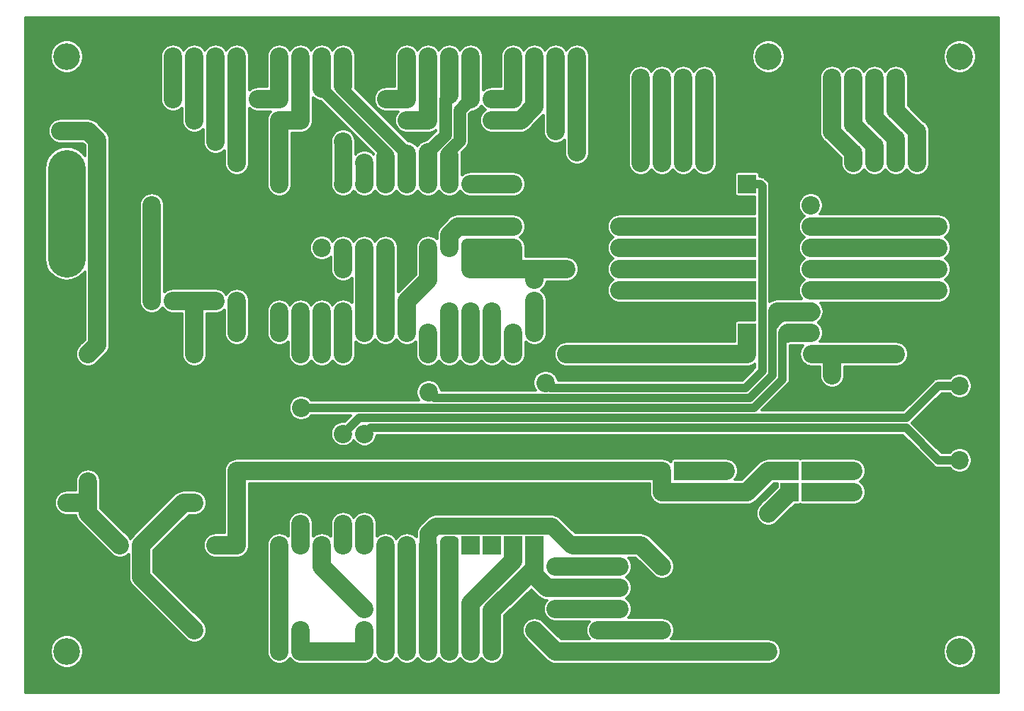
<source format=gbr>
%TF.GenerationSoftware,KiCad,Pcbnew,(5.1.6)-1*%
%TF.CreationDate,2022-03-25T10:42:17-05:00*%
%TF.ProjectId,controller,636f6e74-726f-46c6-9c65-722e6b696361,rev?*%
%TF.SameCoordinates,Original*%
%TF.FileFunction,Copper,L2,Bot*%
%TF.FilePolarity,Positive*%
%FSLAX46Y46*%
G04 Gerber Fmt 4.6, Leading zero omitted, Abs format (unit mm)*
G04 Created by KiCad (PCBNEW (5.1.6)-1) date 2022-03-25 10:42:17*
%MOMM*%
%LPD*%
G01*
G04 APERTURE LIST*
%TA.AperFunction,ComponentPad*%
%ADD10C,2.200000*%
%TD*%
%TA.AperFunction,ComponentPad*%
%ADD11R,2.200000X2.200000*%
%TD*%
%TA.AperFunction,ViaPad*%
%ADD12C,3.200000*%
%TD*%
%TA.AperFunction,ViaPad*%
%ADD13C,2.200000*%
%TD*%
%TA.AperFunction,Conductor*%
%ADD14C,2.200000*%
%TD*%
%TA.AperFunction,Conductor*%
%ADD15C,2.100000*%
%TD*%
%TA.AperFunction,Conductor*%
%ADD16C,1.000000*%
%TD*%
%TA.AperFunction,Conductor*%
%ADD17C,1.500000*%
%TD*%
%TA.AperFunction,Conductor*%
%ADD18C,2.000000*%
%TD*%
%TA.AperFunction,Conductor*%
%ADD19C,2.300000*%
%TD*%
%TA.AperFunction,Conductor*%
%ADD20C,4.500000*%
%TD*%
%TA.AperFunction,Conductor*%
%ADD21C,0.300000*%
%TD*%
G04 APERTURE END LIST*
D10*
%TO.P,U4,1*%
%TO.N,Net-(J16-Pad2)*%
X25400000Y43180000D03*
%TO.P,U4,2*%
%TO.N,GND*%
X27940000Y43180000D03*
%TO.P,U4,3*%
%TO.N,STEP_EN*%
X30480000Y43180000D03*
%TO.P,U4,4*%
%TO.N,Net-(U4-Pad4)*%
X33020000Y43180000D03*
%TO.P,U4,5*%
%TO.N,Net-(U4-Pad5)*%
X35560000Y43180000D03*
%TO.P,U4,6*%
%TO.N,Net-(U4-Pad6)*%
X38100000Y43180000D03*
%TO.P,U4,7*%
%TO.N,I2S_BCK*%
X40640000Y43180000D03*
%TO.P,U4,8*%
%TO.N,I2S_WS*%
X43180000Y43180000D03*
%TO.P,U4,9*%
%TO.N,I2S_DATA*%
X45720000Y43180000D03*
%TO.P,U4,10*%
%TO.N,SW_CLK*%
X48260000Y43180000D03*
%TO.P,U4,11*%
%TO.N,Net-(U4-Pad11)*%
X50800000Y43180000D03*
%TO.P,U4,12*%
%TO.N,Net-(U4-Pad12)*%
X53340000Y43180000D03*
%TO.P,U4,13*%
%TO.N,Net-(U4-Pad13)*%
X55880000Y43180000D03*
%TO.P,U4,14*%
%TO.N,SW_DATA*%
X58420000Y43180000D03*
%TO.P,U4,15*%
%TO.N,Net-(C12-Pad2)*%
X60960000Y43180000D03*
D11*
%TO.P,U4,16*%
%TO.N,MOSI*%
X60960000Y17780000D03*
%TO.P,U4,17*%
%TO.N,TFT_CS*%
X58420000Y17780000D03*
%TO.P,U4,18*%
%TO.N,Net-(U4-Pad18)*%
X55880000Y17780000D03*
%TO.P,U4,19*%
%TO.N,Net-(U4-Pad19)*%
X53340000Y17780000D03*
%TO.P,U4,20*%
%TO.N,TFT_DC*%
%TA.AperFunction,ComponentPad*%
G36*
G01*
X49700000Y17230000D02*
X49700000Y18330000D01*
G75*
G02*
X50250000Y18880000I550000J0D01*
G01*
X51350000Y18880000D01*
G75*
G02*
X51900000Y18330000I0J-550000D01*
G01*
X51900000Y17230000D01*
G75*
G02*
X51350000Y16680000I-550000J0D01*
G01*
X50250000Y16680000D01*
G75*
G02*
X49700000Y17230000I0J550000D01*
G01*
G37*
%TD.AperFunction*%
D10*
%TO.P,U4,21*%
%TO.N,MISO*%
X48260000Y17780000D03*
%TO.P,U4,22*%
%TO.N,MCLK*%
X45720000Y17780000D03*
%TO.P,U4,23*%
%TO.N,TOUCH_CS*%
X43180000Y17780000D03*
%TO.P,U4,24*%
%TO.N,PWM_2*%
X40640000Y17780000D03*
%TO.P,U4,25*%
%TO.N,PWM_1*%
X38100000Y17780000D03*
%TO.P,U4,26*%
%TO.N,SD_CS*%
X35560000Y17780000D03*
%TO.P,U4,27*%
%TO.N,SW_LATCH*%
X33020000Y17780000D03*
%TO.P,U4,28*%
%TO.N,LED*%
X30480000Y17780000D03*
%TO.P,U4,29*%
%TO.N,GND*%
X27940000Y17780000D03*
%TO.P,U4,30*%
%TO.N,+3V3*%
X25400000Y17780000D03*
%TD*%
%TO.P,C1,2*%
%TO.N,GND*%
X68580000Y48260000D03*
%TO.P,C1,1*%
%TO.N,Net-(C1-Pad1)*%
X71120000Y48260000D03*
%TD*%
%TO.P,C2,2*%
%TO.N,GND*%
X68580000Y50800000D03*
%TO.P,C2,1*%
%TO.N,Net-(C2-Pad1)*%
X71120000Y50800000D03*
%TD*%
%TO.P,C3,1*%
%TO.N,Net-(C3-Pad1)*%
X71120000Y53340000D03*
%TO.P,C3,2*%
%TO.N,GND*%
X68580000Y53340000D03*
%TD*%
%TO.P,C4,2*%
%TO.N,GND*%
X68580000Y55880000D03*
%TO.P,C4,1*%
%TO.N,Net-(C4-Pad1)*%
X71120000Y55880000D03*
%TD*%
%TO.P,C5,1*%
%TO.N,Net-(C5-Pad1)*%
X109220000Y55880000D03*
%TO.P,C5,2*%
%TO.N,GND*%
X111760000Y55880000D03*
%TD*%
%TO.P,C6,2*%
%TO.N,GND*%
X111760000Y53340000D03*
%TO.P,C6,1*%
%TO.N,Net-(C6-Pad1)*%
X109220000Y53340000D03*
%TD*%
%TO.P,C7,1*%
%TO.N,Net-(C7-Pad1)*%
X109220000Y50800000D03*
%TO.P,C7,2*%
%TO.N,GND*%
X111760000Y50800000D03*
%TD*%
%TO.P,C8,2*%
%TO.N,GND*%
X111760000Y48260000D03*
%TO.P,C8,1*%
%TO.N,Net-(C8-Pad1)*%
X109220000Y48260000D03*
%TD*%
%TO.P,C9,1*%
%TO.N,+3V3*%
X58420000Y53340000D03*
%TO.P,C9,2*%
%TO.N,GND*%
X60960000Y53340000D03*
%TD*%
%TO.P,C10,1*%
%TO.N,Net-(C10-Pad1)*%
X15240000Y58420000D03*
%TO.P,C10,2*%
%TO.N,GND*%
X20320000Y58420000D03*
%TD*%
%TO.P,C11,2*%
%TO.N,GND*%
X96520000Y35560000D03*
%TO.P,C11,1*%
%TO.N,+3V3*%
X96520000Y38100000D03*
%TD*%
%TO.P,C12,1*%
%TO.N,+3V3*%
X60960000Y49530000D03*
%TO.P,C12,2*%
%TO.N,Net-(C12-Pad2)*%
X60960000Y46990000D03*
%TD*%
%TO.P,C13,2*%
%TO.N,GND*%
X83820000Y29210000D03*
%TO.P,C13,1*%
%TO.N,Net-(C13-Pad1)*%
X83820000Y26670000D03*
%TD*%
%TO.P,C14,1*%
%TO.N,+3V3*%
X22860000Y17780000D03*
%TO.P,C14,2*%
%TO.N,GND*%
X20320000Y17780000D03*
%TD*%
%TO.P,J1,2*%
%TO.N,Net-(J1-Pad2)*%
X5080000Y52070000D03*
%TO.P,J1,1*%
%TO.N,GND*%
X5080000Y46990000D03*
%TD*%
%TO.P,J2,1*%
%TO.N,+3V3*%
X17780000Y76200000D03*
%TO.P,J2,2*%
%TO.N,STEP_EN*%
X20320000Y76200000D03*
%TO.P,J2,3*%
%TO.N,X_DIR*%
X22860000Y76200000D03*
%TO.P,J2,4*%
%TO.N,X_STEP*%
X25400000Y76200000D03*
%TD*%
%TO.P,J3,4*%
%TO.N,A_STEP*%
X38100000Y76200000D03*
%TO.P,J3,3*%
%TO.N,A_DIR*%
X35560000Y76200000D03*
%TO.P,J3,2*%
%TO.N,STEP_EN*%
X33020000Y76200000D03*
%TO.P,J3,1*%
%TO.N,+3V3*%
X30480000Y76200000D03*
%TD*%
%TO.P,J4,1*%
%TO.N,+3V3*%
X45720000Y76200000D03*
%TO.P,J4,2*%
%TO.N,STEP_EN*%
X48260000Y76200000D03*
%TO.P,J4,3*%
%TO.N,Y_DIR*%
X50800000Y76200000D03*
%TO.P,J4,4*%
%TO.N,Y_STEP*%
X53340000Y76200000D03*
%TD*%
%TO.P,J5,4*%
%TO.N,Z_STEP*%
X66040000Y76200000D03*
%TO.P,J5,3*%
%TO.N,Z_DIR*%
X63500000Y76200000D03*
%TO.P,J5,2*%
%TO.N,STEP_EN*%
X60960000Y76200000D03*
%TO.P,J5,1*%
%TO.N,+3V3*%
X58420000Y76200000D03*
%TD*%
%TO.P,J6,1*%
%TO.N,Net-(J6-Pad1)*%
X73660000Y73660000D03*
%TO.P,J6,2*%
%TO.N,GND*%
X73660000Y76200000D03*
%TD*%
%TO.P,J7,2*%
%TO.N,GND*%
X76200000Y76200000D03*
%TO.P,J7,1*%
%TO.N,Net-(J7-Pad1)*%
X76200000Y73660000D03*
%TD*%
%TO.P,J8,1*%
%TO.N,Net-(J8-Pad1)*%
X78740000Y73660000D03*
%TO.P,J8,2*%
%TO.N,GND*%
X78740000Y76200000D03*
%TD*%
%TO.P,J9,1*%
%TO.N,Net-(J9-Pad1)*%
X81280000Y73660000D03*
%TO.P,J9,2*%
%TO.N,GND*%
X81280000Y76200000D03*
%TD*%
%TO.P,J10,1*%
%TO.N,Net-(J10-Pad1)*%
X96520000Y73660000D03*
%TO.P,J10,2*%
%TO.N,GND*%
X96520000Y76200000D03*
%TD*%
%TO.P,J11,2*%
%TO.N,GND*%
X99060000Y76200000D03*
%TO.P,J11,1*%
%TO.N,Net-(J11-Pad1)*%
X99060000Y73660000D03*
%TD*%
%TO.P,J12,2*%
%TO.N,GND*%
X101600000Y76200000D03*
%TO.P,J12,1*%
%TO.N,Net-(J12-Pad1)*%
X101600000Y73660000D03*
%TD*%
%TO.P,J13,2*%
%TO.N,GND*%
X104140000Y76200000D03*
%TO.P,J13,1*%
%TO.N,Net-(J13-Pad1)*%
X104140000Y73660000D03*
%TD*%
%TO.P,J14,1*%
%TO.N,GND*%
X5080000Y17780000D03*
%TO.P,J14,2*%
%TO.N,Net-(J14-Pad2)*%
X5080000Y22860000D03*
%TD*%
%TO.P,J15,1*%
%TO.N,+5V*%
X13970000Y17780000D03*
%TO.P,J15,2*%
%TO.N,Net-(J14-Pad2)*%
X11430000Y17780000D03*
%TD*%
%TO.P,J16,2*%
%TO.N,Net-(J16-Pad2)*%
X25400000Y46990000D03*
%TO.P,J16,1*%
%TO.N,+5V*%
X22860000Y46990000D03*
%TD*%
D11*
%TO.P,J17,1*%
%TO.N,Net-(C13-Pad1)*%
X78740000Y26670000D03*
D10*
%TO.P,J17,2*%
%TO.N,+3V3*%
X76200000Y26670000D03*
%TD*%
%TO.P,J18,1*%
%TO.N,+5V*%
X33020000Y5080000D03*
%TO.P,J18,2*%
%TO.N,LED*%
X30480000Y5080000D03*
%TO.P,J18,3*%
%TO.N,GND*%
X27940000Y5080000D03*
%TD*%
%TO.P,J19,1*%
%TO.N,GND*%
X58420000Y5080000D03*
%TO.P,J19,2*%
%TO.N,MOSI*%
X55880000Y5080000D03*
%TO.P,J19,3*%
%TO.N,TFT_CS*%
X53340000Y5080000D03*
%TO.P,J19,4*%
%TO.N,TFT_DC*%
X50800000Y5080000D03*
%TO.P,J19,5*%
%TO.N,MISO*%
X48260000Y5080000D03*
%TO.P,J19,6*%
%TO.N,MCLK*%
X45720000Y5080000D03*
%TO.P,J19,7*%
%TO.N,TOUCH_CS*%
X43180000Y5080000D03*
%TO.P,J19,8*%
%TO.N,+5V*%
X40640000Y5080000D03*
%TD*%
%TO.P,J20,1*%
%TO.N,GND*%
X111760000Y34290000D03*
%TO.P,J20,2*%
%TO.N,PWM_1*%
X111760000Y36830000D03*
%TD*%
%TO.P,J22,2*%
%TO.N,PWM_2*%
X111760000Y27940000D03*
%TO.P,J22,1*%
%TO.N,GND*%
X111760000Y25400000D03*
%TD*%
%TO.P,M1,1*%
%TO.N,GND*%
X16510000Y40640000D03*
%TO.P,M1,2*%
X16510000Y25400000D03*
%TO.P,M1,3*%
%TO.N,Net-(J14-Pad2)*%
X7620000Y25400000D03*
%TO.P,M1,4*%
%TO.N,+24V*%
X7620000Y40640000D03*
%TD*%
%TO.P,M2,1*%
%TO.N,GND*%
X71120000Y20320000D03*
%TO.P,M2,2*%
%TO.N,MISO*%
X71120000Y17780000D03*
%TO.P,M2,3*%
%TO.N,MCLK*%
X71120000Y15240000D03*
%TO.P,M2,4*%
%TO.N,MOSI*%
X71120000Y12700000D03*
%TO.P,M2,5*%
%TO.N,SD_CS*%
X71120000Y10160000D03*
%TO.P,M2,6*%
%TO.N,+3V3*%
X71120000Y7620000D03*
%TD*%
%TO.P,R1,1*%
%TO.N,+3V3*%
X76200000Y40640000D03*
%TO.P,R1,2*%
%TO.N,Net-(C1-Pad1)*%
X76200000Y48260000D03*
%TD*%
%TO.P,R2,2*%
%TO.N,Net-(C1-Pad1)*%
X73660000Y48260000D03*
%TO.P,R2,1*%
%TO.N,Net-(J6-Pad1)*%
X73660000Y63500000D03*
%TD*%
%TO.P,R3,1*%
%TO.N,+3V3*%
X78740000Y40640000D03*
%TO.P,R3,2*%
%TO.N,Net-(C2-Pad1)*%
X78740000Y50800000D03*
%TD*%
%TO.P,R4,1*%
%TO.N,Net-(J7-Pad1)*%
X76200000Y63500000D03*
%TO.P,R4,2*%
%TO.N,Net-(C2-Pad1)*%
X76200000Y50800000D03*
%TD*%
%TO.P,R5,2*%
%TO.N,Net-(C3-Pad1)*%
X81280000Y53340000D03*
%TO.P,R5,1*%
%TO.N,+3V3*%
X81280000Y40640000D03*
%TD*%
%TO.P,R6,1*%
%TO.N,Net-(J8-Pad1)*%
X78740000Y63500000D03*
%TO.P,R6,2*%
%TO.N,Net-(C3-Pad1)*%
X78740000Y53340000D03*
%TD*%
%TO.P,R7,1*%
%TO.N,+3V3*%
X83820000Y40640000D03*
%TO.P,R7,2*%
%TO.N,Net-(C4-Pad1)*%
X83820000Y55880000D03*
%TD*%
%TO.P,R8,2*%
%TO.N,Net-(C4-Pad1)*%
X81280000Y55880000D03*
%TO.P,R8,1*%
%TO.N,Net-(J9-Pad1)*%
X81280000Y63500000D03*
%TD*%
%TO.P,R9,2*%
%TO.N,Net-(C5-Pad1)*%
X96520000Y55880000D03*
%TO.P,R9,1*%
%TO.N,+3V3*%
X96520000Y40640000D03*
%TD*%
%TO.P,R10,1*%
%TO.N,Net-(J10-Pad1)*%
X99060000Y63500000D03*
%TO.P,R10,2*%
%TO.N,Net-(C5-Pad1)*%
X99060000Y55880000D03*
%TD*%
%TO.P,R11,1*%
%TO.N,+3V3*%
X99060000Y40640000D03*
%TO.P,R11,2*%
%TO.N,Net-(C6-Pad1)*%
X99060000Y53340000D03*
%TD*%
%TO.P,R12,2*%
%TO.N,Net-(C6-Pad1)*%
X101600000Y53340000D03*
%TO.P,R12,1*%
%TO.N,Net-(J11-Pad1)*%
X101600000Y63500000D03*
%TD*%
%TO.P,R13,2*%
%TO.N,Net-(C7-Pad1)*%
X101600000Y50800000D03*
%TO.P,R13,1*%
%TO.N,+3V3*%
X101600000Y40640000D03*
%TD*%
%TO.P,R14,2*%
%TO.N,Net-(C7-Pad1)*%
X104140000Y50800000D03*
%TO.P,R14,1*%
%TO.N,Net-(J12-Pad1)*%
X104140000Y63500000D03*
%TD*%
%TO.P,R15,2*%
%TO.N,Net-(C8-Pad1)*%
X104140000Y48260000D03*
%TO.P,R15,1*%
%TO.N,+3V3*%
X104140000Y40640000D03*
%TD*%
%TO.P,R16,1*%
%TO.N,Net-(J13-Pad1)*%
X106680000Y63500000D03*
%TO.P,R16,2*%
%TO.N,Net-(C8-Pad1)*%
X106680000Y48260000D03*
%TD*%
%TO.P,R17,1*%
%TO.N,GND*%
X33020000Y48260000D03*
%TO.P,R17,2*%
%TO.N,I2S_BCK*%
X40640000Y48260000D03*
%TD*%
%TO.P,R18,1*%
%TO.N,+3V3*%
X76200000Y7620000D03*
%TO.P,R18,2*%
%TO.N,MISO*%
X76200000Y15240000D03*
%TD*%
%TO.P,SW1,3*%
%TO.N,Net-(J1-Pad2)*%
X4572000Y58310000D03*
X5842000Y58310000D03*
%TO.P,SW1,2*%
X4572000Y62810000D03*
X5842000Y62810000D03*
%TO.P,SW1,1*%
%TO.N,+24V*%
X4318000Y67310000D03*
X5842000Y67310000D03*
X5080000Y67310000D03*
%TO.P,SW1,2*%
%TO.N,Net-(J1-Pad2)*%
X5080000Y62810000D03*
%TO.P,SW1,3*%
X5080000Y58310000D03*
%TD*%
%TO.P,U1,1*%
%TO.N,Z_DIR*%
X53340000Y60960000D03*
%TO.P,U1,9*%
%TO.N,D2*%
X35560000Y53340000D03*
%TO.P,U1,2*%
%TO.N,Y_STEP*%
X50800000Y60960000D03*
%TO.P,U1,10*%
%TO.N,+3V3*%
X38100000Y53340000D03*
%TO.P,U1,3*%
%TO.N,Y_DIR*%
X48260000Y60960000D03*
%TO.P,U1,11*%
%TO.N,I2S_BCK*%
X40640000Y53340000D03*
%TO.P,U1,4*%
%TO.N,A_STEP*%
X45720000Y60960000D03*
%TO.P,U1,12*%
%TO.N,I2S_WS*%
X43180000Y53340000D03*
%TO.P,U1,5*%
%TO.N,A_DIR*%
X43180000Y60960000D03*
%TO.P,U1,13*%
%TO.N,GND*%
X45720000Y53340000D03*
%TO.P,U1,6*%
%TO.N,X_STEP*%
X40640000Y60960000D03*
%TO.P,U1,14*%
%TO.N,I2S_DATA*%
X48260000Y53340000D03*
%TO.P,U1,7*%
%TO.N,X_DIR*%
X38100000Y60960000D03*
%TO.P,U1,15*%
%TO.N,Z_STEP*%
X50800000Y53340000D03*
%TO.P,U1,8*%
%TO.N,GND*%
X35560000Y60960000D03*
%TO.P,U1,16*%
%TO.N,+3V3*%
%TA.AperFunction,ComponentPad*%
G36*
G01*
X52790000Y54440000D02*
X53890000Y54440000D01*
G75*
G02*
X54440000Y53890000I0J-550000D01*
G01*
X54440000Y52790000D01*
G75*
G02*
X53890000Y52240000I-550000J0D01*
G01*
X52790000Y52240000D01*
G75*
G02*
X52240000Y52790000I0J550000D01*
G01*
X52240000Y53890000D01*
G75*
G02*
X52790000Y54440000I550000J0D01*
G01*
G37*
%TD.AperFunction*%
%TD*%
%TO.P,U2,16*%
%TO.N,GND*%
X93980000Y60960000D03*
D11*
%TO.P,U2,8*%
%TO.N,+3V3*%
X86360000Y43180000D03*
D10*
%TO.P,U2,15*%
%TO.N,Net-(U2-Pad15)*%
X93980000Y58420000D03*
D11*
%TO.P,U2,7*%
%TO.N,GND*%
X86360000Y45720000D03*
D10*
%TO.P,U2,14*%
%TO.N,Net-(C5-Pad1)*%
X93980000Y55880000D03*
D11*
%TO.P,U2,6*%
%TO.N,Net-(C1-Pad1)*%
X86360000Y48260000D03*
D10*
%TO.P,U2,13*%
%TO.N,Net-(C6-Pad1)*%
X93980000Y53340000D03*
D11*
%TO.P,U2,5*%
%TO.N,Net-(C2-Pad1)*%
X86360000Y50800000D03*
D10*
%TO.P,U2,12*%
%TO.N,Net-(C7-Pad1)*%
X93980000Y50800000D03*
D11*
%TO.P,U2,4*%
%TO.N,Net-(C3-Pad1)*%
X86360000Y53340000D03*
D10*
%TO.P,U2,11*%
%TO.N,Net-(C8-Pad1)*%
X93980000Y48260000D03*
D11*
%TO.P,U2,3*%
%TO.N,Net-(C4-Pad1)*%
X86360000Y55880000D03*
D10*
%TO.P,U2,10*%
%TO.N,SW_CLK*%
X93980000Y45720000D03*
D11*
%TO.P,U2,2*%
%TO.N,GND*%
X86360000Y58420000D03*
D10*
%TO.P,U2,9*%
%TO.N,SW_LATCH*%
X93980000Y43180000D03*
D11*
%TO.P,U2,1*%
%TO.N,SW_DATA*%
X86360000Y60960000D03*
%TD*%
D10*
%TO.P,U3,3*%
%TO.N,Net-(J21-Pad2)*%
X99060000Y24130000D03*
%TO.P,U3,2*%
%TO.N,Net-(J23-Pad1)*%
X99060000Y26670000D03*
%TO.P,U3,1*%
%TO.N,GND*%
X99060000Y29210000D03*
%TD*%
D11*
%TO.P,J21,1*%
%TO.N,+5V*%
X91440000Y24130000D03*
%TO.P,J21,2*%
%TO.N,Net-(J21-Pad2)*%
X93980000Y24130000D03*
%TD*%
%TO.P,J23,2*%
%TO.N,+3V3*%
X91440000Y26670000D03*
%TO.P,J23,1*%
%TO.N,Net-(J23-Pad1)*%
X93980000Y26670000D03*
%TD*%
D10*
%TO.P,J24,1*%
%TO.N,+5V*%
X17780000Y46990000D03*
%TO.P,J24,2*%
%TO.N,Net-(C10-Pad1)*%
X15240000Y46990000D03*
%TD*%
D12*
%TO.N,*%
X5080000Y5080000D03*
X5080000Y76200000D03*
X111760000Y76200000D03*
X111760000Y5080000D03*
X88900000Y76200000D03*
D13*
%TO.N,+3V3*%
X86360000Y40640000D03*
X94119999Y40640000D03*
X68580000Y7620000D03*
X68580000Y26670000D03*
X71120000Y40640000D03*
X71120000Y26670000D03*
X64770000Y40640000D03*
X38100000Y50800000D03*
X53340000Y50800000D03*
X64770000Y50800000D03*
X55880000Y71120000D03*
X45720000Y71120000D03*
X27940000Y71120000D03*
X17780000Y71120000D03*
X58420000Y71120000D03*
X30480000Y71120000D03*
X43250711Y71120000D03*
X55880000Y53340000D03*
%TO.N,+5V*%
X20320000Y7620000D03*
X33020000Y7620000D03*
X33020000Y7620000D03*
X40640000Y7620000D03*
X20320000Y22860000D03*
X20320000Y40640000D03*
X88900000Y5080000D03*
X60960000Y7620000D03*
X88900000Y21590000D03*
%TO.N,SW_LATCH*%
X33089990Y34220010D03*
X33020000Y20320000D03*
%TO.N,PWM_1*%
X38100000Y31115000D03*
X38100000Y20320000D03*
%TO.N,X_DIR*%
X38100000Y66040000D03*
X22860000Y66040000D03*
%TO.N,X_STEP*%
X40640000Y63500000D03*
X25400000Y63500000D03*
%TO.N,STEP_EN*%
X30480000Y45720000D03*
X55880000Y68580000D03*
X48260000Y68580000D03*
X33020000Y68580000D03*
X30480000Y68580000D03*
X20320000Y68580000D03*
X30480000Y60960000D03*
X45720000Y68580000D03*
%TO.N,Z_STEP*%
X66040000Y64770000D03*
X58420000Y55880000D03*
%TO.N,Z_DIR*%
X58420000Y60960000D03*
X63500000Y67310000D03*
%TO.N,MCLK*%
X45720000Y15240000D03*
X63500000Y15240000D03*
%TO.N,SD_CS*%
X63500000Y10160000D03*
X40640000Y10160000D03*
%TO.N,SW_CLK*%
X48260000Y40640000D03*
X48323500Y36068000D03*
%TO.N,SW_DATA*%
X58420000Y40640000D03*
X62293500Y37211000D03*
%TO.N,PWM_2*%
X40640000Y31115000D03*
X40640000Y20320000D03*
%TO.N,Net-(U4-Pad5)*%
X35560000Y40640000D03*
X35560000Y45720000D03*
%TO.N,Net-(U4-Pad6)*%
X38100000Y40640000D03*
X38100000Y45720000D03*
%TO.N,Net-(U4-Pad11)*%
X50800000Y40640000D03*
X50800000Y45720000D03*
%TO.N,Net-(U4-Pad12)*%
X53340000Y40640000D03*
X53340000Y45720000D03*
%TO.N,Net-(U4-Pad13)*%
X55880000Y40640000D03*
X55880000Y45720000D03*
%TO.N,Net-(U4-Pad4)*%
X33020000Y40640000D03*
X33020000Y45720000D03*
%TD*%
D14*
%TO.N,Net-(C6-Pad1)*%
X93980000Y53340000D02*
X109220000Y53340000D01*
%TO.N,Net-(C7-Pad1)*%
X93980000Y50800000D02*
X109220000Y50800000D01*
%TO.N,Net-(C8-Pad1)*%
X93980000Y48260000D02*
X109220000Y48260000D01*
%TO.N,Net-(J8-Pad1)*%
X78740000Y73660000D02*
X78740000Y63500000D01*
%TO.N,Net-(J9-Pad1)*%
X81280000Y73660000D02*
X81280000Y63500000D01*
%TO.N,Net-(J10-Pad1)*%
X99060000Y64677874D02*
X99060000Y63500000D01*
D15*
X96520000Y67217874D02*
X99060000Y64677874D01*
D14*
X96520000Y73660000D02*
X96520000Y67217874D01*
%TO.N,Net-(J11-Pad1)*%
X101600000Y65532000D02*
X101600000Y63500000D01*
D15*
X99060000Y68072000D02*
X101600000Y65532000D01*
D14*
X99060000Y73660000D02*
X99060000Y68072000D01*
%TO.N,+24V*%
X4318000Y67310000D02*
X7620000Y67310000D01*
X8719999Y41739999D02*
X7620000Y40640000D01*
X8719999Y66210001D02*
X8719999Y41739999D01*
X7620000Y67310000D02*
X8719999Y66210001D01*
%TO.N,+3V3*%
X71120000Y7620000D02*
X76200000Y7620000D01*
X76200000Y40640000D02*
X86360000Y40640000D01*
X86360000Y40640000D02*
X86360000Y43180000D01*
X86360000Y40640000D02*
X86360000Y40640000D01*
X104140000Y40640000D02*
X94119999Y40640000D01*
X94119999Y40640000D02*
X94119999Y40640000D01*
X96520000Y40640000D02*
X96520000Y38100000D01*
X22860000Y17780000D02*
X25400000Y17780000D01*
X25400000Y26670000D02*
X68580000Y26670000D01*
X71120000Y7620000D02*
X68580000Y7620000D01*
X68580000Y26670000D02*
X71120000Y26670000D01*
X25400000Y17780000D02*
X25400000Y25400000D01*
X38100000Y53340000D02*
X38100000Y50800000D01*
X53340000Y53340000D02*
X53340000Y50800000D01*
X55880000Y53340000D02*
X55880000Y53340000D01*
X53340000Y50800000D02*
X60960000Y50800000D01*
X38100000Y50800000D02*
X38100000Y50800000D01*
X53340000Y50800000D02*
X53340000Y50800000D01*
D15*
X30480000Y71120000D02*
X30480000Y71120000D01*
X55880000Y71120000D02*
X55880000Y71120000D01*
X45720000Y71120000D02*
X45720000Y71120000D01*
X27940000Y71120000D02*
X27940000Y71120000D01*
X17780000Y71120000D02*
X17780000Y71120000D01*
X58420000Y71120000D02*
X58420000Y71120000D01*
D14*
X43250711Y71120000D02*
X43250711Y71120000D01*
X55880000Y53340000D02*
X55880000Y50800000D01*
X60960000Y49530000D02*
X60960000Y50800000D01*
X71120000Y26670000D02*
X76200000Y26670000D01*
X88900000Y26670000D02*
X91440000Y26670000D01*
X86360000Y24130000D02*
X88900000Y26670000D01*
X76200000Y26670000D02*
X76200000Y24130000D01*
X76200000Y24130000D02*
X86360000Y24130000D01*
X64770000Y40640000D02*
X76200000Y40640000D01*
X64770000Y50800000D02*
X60960000Y50800000D01*
X53340000Y53340000D02*
X58420000Y53340000D01*
X58420000Y53340000D02*
X58420000Y52070000D01*
X58420000Y52070000D02*
X54610000Y52070000D01*
X25400000Y26670000D02*
X25400000Y25400000D01*
X17780000Y76200000D02*
X17780000Y71120000D01*
X30480000Y76200000D02*
X30480000Y71120000D01*
X30480000Y71120000D02*
X27940000Y71120000D01*
X45720000Y76200000D02*
X45720000Y71120000D01*
X45720000Y71120000D02*
X43250711Y71120000D01*
X58420000Y76200000D02*
X58420000Y71120000D01*
X58420000Y71120000D02*
X55880000Y71120000D01*
%TO.N,+5V*%
X33020000Y5080000D02*
X33020000Y7620000D01*
X13970000Y17780000D02*
X13970000Y13970000D01*
X13970000Y13970000D02*
X20320000Y7620000D01*
X40640000Y5080000D02*
X40640000Y7620000D01*
X38100000Y5080000D02*
X40640000Y5080000D01*
X33020000Y5080000D02*
X38100000Y5080000D01*
X20320000Y7620000D02*
X20320000Y7620000D01*
X33020000Y7620000D02*
X33020000Y7620000D01*
X33020000Y7620000D02*
X33020000Y7620000D01*
X13970000Y17780000D02*
X19050000Y22860000D01*
X19050000Y22860000D02*
X20320000Y22860000D01*
X20320000Y22860000D02*
X20320000Y22860000D01*
X20320000Y40640000D02*
X20320000Y40640000D01*
X60960000Y7620000D02*
X60960000Y7620000D01*
X91440000Y24130000D02*
X88900000Y21590000D01*
X88900000Y21590000D02*
X88900000Y21590000D01*
X78740000Y5080000D02*
X88900000Y5080000D01*
X60960000Y7620000D02*
X63500000Y5080000D01*
X63500000Y5080000D02*
X78740000Y5080000D01*
X20320000Y46990000D02*
X17780000Y46990000D01*
X20320000Y40640000D02*
X20320000Y46990000D01*
X22860000Y46990000D02*
X20320000Y46990000D01*
%TO.N,SW_LATCH*%
X33020000Y17780000D02*
X33020000Y20320000D01*
D16*
X33089990Y34220010D02*
X33089990Y34220010D01*
D14*
X33020000Y20320000D02*
X33020000Y20320000D01*
D16*
X90560028Y37635888D02*
X90560029Y43142959D01*
X90597070Y43180000D02*
X93980000Y43180000D01*
X90560029Y43142959D02*
X90597070Y43180000D01*
X33089990Y34220010D02*
X87144150Y34220010D01*
X87144150Y34220010D02*
X90560028Y37635888D01*
D14*
X91197070Y43180000D02*
X91160029Y43142959D01*
X93980000Y43180000D02*
X91197070Y43180000D01*
%TO.N,PWM_1*%
X38100000Y17780000D02*
X38100000Y20320000D01*
D16*
X38100000Y31115000D02*
X38100000Y31115000D01*
D14*
X38100000Y20320000D02*
X38100000Y20320000D01*
D16*
X109220000Y36830000D02*
X111760000Y36830000D01*
X105410000Y33020000D02*
X109220000Y36830000D01*
X38100000Y31115000D02*
X40005000Y33020000D01*
X105410000Y33020000D02*
X40005000Y33020000D01*
D15*
%TO.N,X_DIR*%
X38100000Y60960000D02*
X38100000Y66040000D01*
X38100000Y66040000D02*
X38100000Y66040000D01*
X22860000Y66040000D02*
X22860000Y66040000D01*
D14*
X22860000Y76200000D02*
X22860000Y66040000D01*
D15*
%TO.N,X_STEP*%
X40640000Y60960000D02*
X40640000Y63500000D01*
X40640000Y63500000D02*
X40640000Y63500000D01*
X25400000Y63500000D02*
X25400000Y63500000D01*
D14*
X25400000Y76200000D02*
X25400000Y63500000D01*
%TO.N,STEP_EN*%
X30480000Y43180000D02*
X30480000Y45720000D01*
X30480000Y45720000D02*
X30480000Y45720000D01*
X55880000Y68580000D02*
X55880000Y68580000D01*
D15*
X48260000Y68580000D02*
X48260000Y68580000D01*
X33020000Y68580000D02*
X33020000Y68580000D01*
X30480000Y68580000D02*
X30480000Y68580000D01*
X20320000Y68580000D02*
X20320000Y68580000D01*
X30480000Y60960000D02*
X30480000Y60960000D01*
D14*
X48260000Y68580000D02*
X45790711Y68580000D01*
X20320000Y76200000D02*
X20320000Y68580000D01*
X33020000Y76200000D02*
X33020000Y68580000D01*
X33020000Y68580000D02*
X30480000Y68580000D01*
X30480000Y68580000D02*
X30480000Y60960000D01*
X48260000Y76200000D02*
X48260000Y68580000D01*
X59274126Y68580000D02*
X55880000Y68580000D01*
X60960000Y70265874D02*
X59274126Y68580000D01*
X60960000Y76200000D02*
X60960000Y70265874D01*
D17*
%TO.N,Y_DIR*%
X50310010Y71120000D02*
X50310010Y66820010D01*
X50800000Y71609990D02*
X50310010Y71120000D01*
X50310010Y66820010D02*
X48260000Y64770000D01*
D14*
X50800000Y76200000D02*
X50800000Y71609990D01*
X48260000Y60960000D02*
X48260000Y64770000D01*
%TO.N,Y_STEP*%
X50800000Y60960000D02*
X50800000Y64410850D01*
D17*
X52010020Y69790020D02*
X52010020Y66115843D01*
X52010020Y66115843D02*
X50800000Y64905823D01*
X50800000Y64905823D02*
X50800000Y60960000D01*
X53340000Y71120000D02*
X52010020Y69790020D01*
D14*
X53340000Y76200000D02*
X53340000Y71120000D01*
%TO.N,Z_STEP*%
X50800000Y54895634D02*
X51784366Y55880000D01*
X50800000Y53340000D02*
X50800000Y54895634D01*
X51784366Y55880000D02*
X55880000Y55880000D01*
X66040000Y64770000D02*
X66040000Y64770000D01*
X55880000Y55880000D02*
X55880000Y55880000D01*
X55880000Y55880000D02*
X58420000Y55880000D01*
X66040000Y76200000D02*
X66040000Y64770000D01*
%TO.N,Z_DIR*%
X53340000Y60960000D02*
X55880000Y60960000D01*
X55880000Y60960000D02*
X55880000Y60960000D01*
X63500000Y67310000D02*
X63500000Y67310000D01*
X55880000Y60960000D02*
X58420000Y60960000D01*
X63500000Y76200000D02*
X63500000Y67310000D01*
%TO.N,MISO*%
X48260000Y17780000D02*
X48260000Y5080000D01*
X73660000Y17780000D02*
X76200000Y15240000D01*
X71120000Y17780000D02*
X73660000Y17780000D01*
D18*
X65320002Y17780000D02*
X65595500Y17780000D01*
D14*
X71120000Y17780000D02*
X65595500Y17780000D01*
D18*
X48260000Y19194213D02*
X49145797Y20080010D01*
X49145797Y20080010D02*
X63019992Y20080010D01*
X63019992Y20080010D02*
X65320002Y17780000D01*
X48260000Y17780000D02*
X48260000Y19194213D01*
%TO.N,MCLK*%
X45720000Y12700000D02*
X45720000Y12700000D01*
D14*
X45720000Y17780000D02*
X45720000Y5080000D01*
D18*
X45720000Y12700000D02*
X45720000Y12700000D01*
D14*
X71120000Y15240000D02*
X63500000Y15240000D01*
%TO.N,MOSI*%
X60960000Y17780000D02*
X60960000Y14991779D01*
X57398221Y11430000D02*
X57291422Y11430000D01*
X60960000Y14991779D02*
X57398221Y11430000D01*
X55880000Y10018578D02*
X55880000Y5080000D01*
X57291422Y11430000D02*
X56585711Y10724289D01*
X56585711Y10724289D02*
X55880000Y10018578D01*
X62487998Y12700000D02*
X71120000Y12700000D01*
X60960000Y14227998D02*
X62487998Y12700000D01*
X60960000Y14991779D02*
X60960000Y14227998D01*
D18*
%TO.N,SD_CS*%
X40640000Y10160000D02*
X40640000Y10160000D01*
D14*
X35560000Y15240000D02*
X40640000Y10160000D01*
X35560000Y17780000D02*
X35560000Y15240000D01*
X40640000Y10160000D02*
X40640000Y10160000D01*
X71120000Y10160000D02*
X63500000Y10160000D01*
%TO.N,SW_CLK*%
X48260000Y43180000D02*
X48260000Y40640000D01*
X48260000Y40640000D02*
X48260000Y40640000D01*
D19*
X93980000Y45720000D02*
X90170000Y45720000D01*
D14*
X93980000Y45720000D02*
X89960020Y45720000D01*
D16*
X89960020Y45510020D02*
X89360020Y44910020D01*
X89960020Y45720000D02*
X89960020Y45510020D01*
X90170000Y44698528D02*
X90170000Y45720000D01*
X89360019Y43989981D02*
X89461453Y43989981D01*
X89461453Y43989981D02*
X90170000Y44698528D01*
X89360020Y44910020D02*
X89360019Y43989981D01*
X48971480Y35420020D02*
X48323500Y36068000D01*
X86647090Y35420020D02*
X48971480Y35420020D01*
X89360019Y43989981D02*
X89360019Y38132949D01*
X89360019Y38132949D02*
X86647090Y35420020D01*
D14*
X89960020Y45510020D02*
X89960020Y45337076D01*
X90170000Y45720000D02*
X89960020Y45510020D01*
%TO.N,TOUCH_CS*%
X43180000Y17780000D02*
X43180000Y5080000D01*
%TO.N,TFT_DC*%
X50800000Y17780000D02*
X50800000Y5080000D01*
%TO.N,TFT_CS*%
X53340000Y10872704D02*
X53340000Y5080000D01*
X58420000Y15952704D02*
X53340000Y10872704D01*
X58420000Y17780000D02*
X58420000Y15952704D01*
%TO.N,SW_DATA*%
X58420000Y43180000D02*
X58420000Y40640000D01*
X58420000Y40640000D02*
X58420000Y40640000D01*
D16*
X62884470Y36620030D02*
X62293500Y37211000D01*
X86360000Y60960000D02*
X87915634Y60960000D01*
X88160010Y38630010D02*
X86150030Y36620030D01*
X88160010Y60715624D02*
X88160010Y38630010D01*
X87915634Y60960000D02*
X88160010Y60715624D01*
X86150030Y36620030D02*
X62884470Y36620030D01*
D14*
%TO.N,LED*%
X30480000Y5080000D02*
X30480000Y17780000D01*
%TO.N,Net-(C1-Pad1)*%
X86360000Y48260000D02*
X71120000Y48260000D01*
%TO.N,Net-(C2-Pad1)*%
X86360000Y50800000D02*
X71120000Y50800000D01*
%TO.N,Net-(C3-Pad1)*%
X86360000Y53340000D02*
X71120000Y53340000D01*
%TO.N,Net-(C4-Pad1)*%
X86360000Y55880000D02*
X71120000Y55880000D01*
%TO.N,Net-(C5-Pad1)*%
X93980000Y55880000D02*
X109220000Y55880000D01*
%TO.N,Net-(J6-Pad1)*%
X73660000Y73660000D02*
X73660000Y63500000D01*
%TO.N,Net-(J7-Pad1)*%
X76200000Y73660000D02*
X76200000Y63500000D01*
%TO.N,Net-(J12-Pad1)*%
X104140000Y66386126D02*
X104140000Y63500000D01*
D15*
X101600000Y68926126D02*
X104140000Y66386126D01*
D14*
X101600000Y73660000D02*
X101600000Y68926126D01*
D17*
%TO.N,A_STEP*%
X45720000Y64634176D02*
X38100000Y72254176D01*
D14*
X45720000Y60960000D02*
X45720000Y64634176D01*
X38100000Y76200000D02*
X38100000Y72749150D01*
D17*
%TO.N,A_DIR*%
X43180000Y60960000D02*
X43180000Y64770000D01*
X43180000Y64770000D02*
X35560000Y72390000D01*
D14*
X43180000Y60960000D02*
X43180000Y64275026D01*
X35560000Y76200000D02*
X35560000Y72390000D01*
%TO.N,I2S_BCK*%
X40640000Y43180000D02*
X40640000Y53340000D01*
%TO.N,I2S_DATA*%
X45720000Y43180000D02*
X45720000Y46990000D01*
X45720000Y46990000D02*
X48260000Y49530000D01*
X48260000Y49530000D02*
X48260000Y53340000D01*
%TO.N,I2S_WS*%
X43180000Y43180000D02*
X43180000Y53340000D01*
%TO.N,Net-(C12-Pad2)*%
X60960000Y43180000D02*
X60960000Y46990000D01*
%TO.N,Net-(C13-Pad1)*%
X78740000Y26670000D02*
X83820000Y26670000D01*
D20*
%TO.N,Net-(J1-Pad2)*%
X5080000Y52070000D02*
X5080000Y62810000D01*
D14*
%TO.N,Net-(J13-Pad1)*%
X106680000Y67240252D02*
X106680000Y63500000D01*
D15*
X104140000Y69780252D02*
X106680000Y67240252D01*
D14*
X104140000Y73660000D02*
X104140000Y69780252D01*
%TO.N,Net-(J14-Pad2)*%
X7620000Y21590000D02*
X11430000Y17780000D01*
X5080000Y22860000D02*
X7620000Y22860000D01*
X7620000Y22860000D02*
X7620000Y21590000D01*
X7620000Y22860000D02*
X7620000Y25400000D01*
%TO.N,Net-(J16-Pad2)*%
X25400000Y46990000D02*
X25400000Y43180000D01*
%TO.N,PWM_2*%
X40640000Y17780000D02*
X40640000Y20320000D01*
D16*
X40640000Y30480000D02*
X40640000Y30480000D01*
D14*
X40640000Y20320000D02*
X40640000Y20320000D01*
D16*
X41344990Y31819990D02*
X40640000Y31115000D01*
X105340010Y31819990D02*
X41344990Y31819990D01*
X111760000Y27940000D02*
X109220000Y27940000D01*
X109220000Y27940000D02*
X105340010Y31819990D01*
D14*
%TO.N,Net-(U4-Pad5)*%
X35560000Y43180000D02*
X35560000Y45720000D01*
X35560000Y43180000D02*
X35560000Y40640000D01*
X35560000Y40640000D02*
X35560000Y40640000D01*
X35560000Y45720000D02*
X35560000Y45720000D01*
%TO.N,Net-(U4-Pad6)*%
X38100000Y43180000D02*
X38100000Y45720000D01*
X38100000Y43180000D02*
X38100000Y40640000D01*
X38100000Y40640000D02*
X38100000Y40640000D01*
X38100000Y45720000D02*
X38100000Y45720000D01*
%TO.N,Net-(U4-Pad11)*%
X50800000Y43180000D02*
X50800000Y45720000D01*
X50800000Y43180000D02*
X50800000Y40640000D01*
X50800000Y40640000D02*
X50800000Y40640000D01*
X50800000Y45720000D02*
X50800000Y45720000D01*
%TO.N,Net-(U4-Pad12)*%
X53340000Y43180000D02*
X53340000Y45720000D01*
X53340000Y43180000D02*
X53340000Y40640000D01*
X53340000Y40640000D02*
X53340000Y40640000D01*
X53340000Y45720000D02*
X53340000Y45720000D01*
%TO.N,Net-(U4-Pad13)*%
X55880000Y43180000D02*
X55880000Y45720000D01*
X55880000Y43180000D02*
X55880000Y40640000D01*
X55880000Y40640000D02*
X55880000Y40640000D01*
X55880000Y45720000D02*
X55880000Y45720000D01*
%TO.N,Net-(U4-Pad4)*%
X33020000Y43180000D02*
X33020000Y45720000D01*
X33020000Y43180000D02*
X33020000Y40640000D01*
X33020000Y40640000D02*
X33020000Y40640000D01*
X33020000Y45720000D02*
X33020000Y45720000D01*
%TO.N,Net-(J21-Pad2)*%
X99060000Y24130000D02*
X93980000Y24130000D01*
%TO.N,Net-(J23-Pad1)*%
X99060000Y26670000D02*
X93980000Y26670000D01*
%TO.N,Net-(C10-Pad1)*%
X15240000Y58420000D02*
X15240000Y46990000D01*
%TD*%
D21*
%TO.N,GND*%
G36*
X116390001Y150000D02*
G01*
X150000Y150000D01*
X150000Y5276983D01*
X3080000Y5276983D01*
X3080000Y4883017D01*
X3156859Y4496622D01*
X3307623Y4132645D01*
X3526499Y3805074D01*
X3805074Y3526499D01*
X4132645Y3307623D01*
X4496622Y3156859D01*
X4883017Y3080000D01*
X5276983Y3080000D01*
X5663378Y3156859D01*
X6027355Y3307623D01*
X6354926Y3526499D01*
X6633501Y3805074D01*
X6852377Y4132645D01*
X7003141Y4496622D01*
X7080000Y4883017D01*
X7080000Y5276983D01*
X7003141Y5663378D01*
X6852377Y6027355D01*
X6633501Y6354926D01*
X6354926Y6633501D01*
X6027355Y6852377D01*
X5663378Y7003141D01*
X5276983Y7080000D01*
X4883017Y7080000D01*
X4496622Y7003141D01*
X4132645Y6852377D01*
X3805074Y6633501D01*
X3526499Y6354926D01*
X3307623Y6027355D01*
X3156859Y5663378D01*
X3080000Y5276983D01*
X150000Y5276983D01*
X150000Y22860000D01*
X3572743Y22860000D01*
X3580000Y22786321D01*
X3580000Y22712263D01*
X3594448Y22639626D01*
X3601705Y22565949D01*
X3623195Y22495104D01*
X3637644Y22422466D01*
X3665985Y22354044D01*
X3687476Y22283198D01*
X3722375Y22217907D01*
X3750717Y22149483D01*
X3791864Y22087903D01*
X3826762Y22022613D01*
X3873730Y21965382D01*
X3914874Y21903806D01*
X3967236Y21851444D01*
X4014208Y21794208D01*
X4071444Y21747236D01*
X4123806Y21694874D01*
X4185382Y21653730D01*
X4242613Y21606762D01*
X4307903Y21571864D01*
X4369483Y21530717D01*
X4437907Y21502375D01*
X4503198Y21467476D01*
X4574044Y21445985D01*
X4642466Y21417644D01*
X4715104Y21403195D01*
X4785949Y21381705D01*
X4859626Y21374448D01*
X4932263Y21360000D01*
X6135396Y21360000D01*
X6141705Y21295949D01*
X6227476Y21013198D01*
X6366763Y20752613D01*
X6554209Y20524208D01*
X6611445Y20477236D01*
X10421439Y16667240D01*
X10421445Y16667235D01*
X10473806Y16614874D01*
X10535382Y16573730D01*
X10592613Y16526762D01*
X10657904Y16491863D01*
X10719483Y16450717D01*
X10787903Y16422376D01*
X10853197Y16387476D01*
X10924046Y16365984D01*
X10992466Y16337644D01*
X11065103Y16323196D01*
X11135949Y16301705D01*
X11209626Y16294448D01*
X11282263Y16280000D01*
X11356320Y16280000D01*
X11430000Y16272743D01*
X11503680Y16280000D01*
X11577737Y16280000D01*
X11650374Y16294448D01*
X11724051Y16301705D01*
X11794896Y16323195D01*
X11867534Y16337644D01*
X11935956Y16365985D01*
X12006802Y16387476D01*
X12072093Y16422375D01*
X12140517Y16450717D01*
X12202097Y16491864D01*
X12267387Y16526762D01*
X12324615Y16573728D01*
X12386194Y16614874D01*
X12438563Y16667243D01*
X12470000Y16693043D01*
X12470001Y14043690D01*
X12462743Y13970000D01*
X12491705Y13675949D01*
X12549774Y13484522D01*
X12577477Y13393198D01*
X12716763Y13132613D01*
X12904209Y12904208D01*
X12961445Y12857236D01*
X19154874Y6663806D01*
X19207236Y6611444D01*
X19254208Y6554208D01*
X19311444Y6507236D01*
X19363806Y6454874D01*
X19425382Y6413730D01*
X19482613Y6366762D01*
X19547903Y6331864D01*
X19609483Y6290717D01*
X19677907Y6262375D01*
X19743198Y6227476D01*
X19814044Y6205985D01*
X19882466Y6177644D01*
X19955103Y6163196D01*
X20025948Y6141705D01*
X20099627Y6134448D01*
X20172263Y6120000D01*
X20246319Y6120000D01*
X20319999Y6112743D01*
X20393679Y6120000D01*
X20467737Y6120000D01*
X20540374Y6134448D01*
X20614051Y6141705D01*
X20684896Y6163195D01*
X20757534Y6177644D01*
X20825956Y6205985D01*
X20896802Y6227476D01*
X20962093Y6262375D01*
X21030517Y6290717D01*
X21092097Y6331864D01*
X21157387Y6366762D01*
X21214618Y6413730D01*
X21276194Y6454874D01*
X21328556Y6507236D01*
X21385792Y6554208D01*
X21432764Y6611444D01*
X21485126Y6663806D01*
X21526270Y6725382D01*
X21573238Y6782613D01*
X21608136Y6847903D01*
X21649283Y6909483D01*
X21677625Y6977907D01*
X21712524Y7043198D01*
X21734015Y7114044D01*
X21762356Y7182466D01*
X21776805Y7255104D01*
X21798295Y7325949D01*
X21805552Y7399626D01*
X21820000Y7472263D01*
X21820000Y7546320D01*
X21827257Y7620000D01*
X21820000Y7693680D01*
X21820000Y7767737D01*
X21805552Y7840374D01*
X21798295Y7914051D01*
X21776805Y7984896D01*
X21762356Y8057534D01*
X21734015Y8125956D01*
X21712524Y8196802D01*
X21677625Y8262093D01*
X21649283Y8330517D01*
X21608136Y8392097D01*
X21573238Y8457387D01*
X21526270Y8514618D01*
X21485126Y8576194D01*
X21432764Y8628556D01*
X21385792Y8685792D01*
X21328556Y8732764D01*
X21276194Y8785126D01*
X15470000Y14591319D01*
X15470000Y17158681D01*
X16091319Y17780000D01*
X21352743Y17780000D01*
X21360000Y17706321D01*
X21360000Y17632263D01*
X21374448Y17559626D01*
X21381705Y17485949D01*
X21403195Y17415104D01*
X21417644Y17342466D01*
X21445985Y17274044D01*
X21467476Y17203198D01*
X21502375Y17137907D01*
X21530717Y17069483D01*
X21571864Y17007903D01*
X21606762Y16942613D01*
X21653730Y16885382D01*
X21694874Y16823806D01*
X21747236Y16771444D01*
X21794208Y16714208D01*
X21851444Y16667236D01*
X21903806Y16614874D01*
X21965382Y16573730D01*
X22022613Y16526762D01*
X22087903Y16491864D01*
X22149483Y16450717D01*
X22217907Y16422375D01*
X22283198Y16387476D01*
X22354044Y16365985D01*
X22422466Y16337644D01*
X22495104Y16323195D01*
X22565949Y16301705D01*
X22639626Y16294448D01*
X22712263Y16280000D01*
X25326320Y16280000D01*
X25400000Y16272743D01*
X25473680Y16280000D01*
X25547737Y16280000D01*
X25620374Y16294448D01*
X25694051Y16301705D01*
X25764896Y16323195D01*
X25837534Y16337644D01*
X25905956Y16365985D01*
X25976802Y16387476D01*
X26042093Y16422375D01*
X26110517Y16450717D01*
X26172097Y16491864D01*
X26237387Y16526762D01*
X26294618Y16573730D01*
X26356194Y16614874D01*
X26408556Y16667236D01*
X26465792Y16714208D01*
X26512764Y16771444D01*
X26565126Y16823806D01*
X26606270Y16885382D01*
X26653238Y16942613D01*
X26688136Y17007903D01*
X26729283Y17069483D01*
X26757625Y17137907D01*
X26792524Y17203198D01*
X26814015Y17274044D01*
X26842356Y17342466D01*
X26856805Y17415104D01*
X26878295Y17485949D01*
X26885552Y17559626D01*
X26900000Y17632263D01*
X26900000Y17706321D01*
X26907257Y17780000D01*
X26900000Y17853680D01*
X26900000Y17927737D01*
X28980000Y17927737D01*
X28980000Y17632263D01*
X28980001Y17632258D01*
X28980000Y5227737D01*
X28980000Y4932263D01*
X28994449Y4859625D01*
X29001705Y4785950D01*
X29023195Y4715107D01*
X29037644Y4642466D01*
X29065986Y4574041D01*
X29087476Y4503199D01*
X29122373Y4437911D01*
X29150717Y4369483D01*
X29191866Y4307899D01*
X29226762Y4242614D01*
X29273727Y4185386D01*
X29314874Y4123806D01*
X29367237Y4071443D01*
X29414208Y4014208D01*
X29471444Y3967236D01*
X29523806Y3914874D01*
X29585382Y3873730D01*
X29642613Y3826762D01*
X29707903Y3791864D01*
X29769483Y3750717D01*
X29837907Y3722375D01*
X29903198Y3687476D01*
X29974044Y3665985D01*
X30042466Y3637644D01*
X30115104Y3623195D01*
X30185949Y3601705D01*
X30259626Y3594448D01*
X30332263Y3580000D01*
X30406320Y3580000D01*
X30480000Y3572743D01*
X30553680Y3580000D01*
X30627737Y3580000D01*
X30700375Y3594448D01*
X30774050Y3601705D01*
X30844893Y3623195D01*
X30917534Y3637644D01*
X30985959Y3665986D01*
X31056801Y3687476D01*
X31122089Y3722373D01*
X31190517Y3750717D01*
X31252101Y3791866D01*
X31317386Y3826762D01*
X31374614Y3873727D01*
X31436194Y3914874D01*
X31488557Y3967237D01*
X31545792Y4014208D01*
X31592764Y4071444D01*
X31645126Y4123806D01*
X31686270Y4185382D01*
X31733238Y4242613D01*
X31750000Y4273972D01*
X31766762Y4242613D01*
X31813730Y4185382D01*
X31854874Y4123806D01*
X31907237Y4071443D01*
X31954208Y4014208D01*
X32011444Y3967236D01*
X32063806Y3914874D01*
X32125382Y3873730D01*
X32182613Y3826762D01*
X32247903Y3791864D01*
X32309483Y3750717D01*
X32377907Y3722375D01*
X32443198Y3687476D01*
X32514044Y3665985D01*
X32582466Y3637644D01*
X32655104Y3623195D01*
X32725949Y3601705D01*
X32799626Y3594448D01*
X32872263Y3580000D01*
X32946320Y3580000D01*
X33020000Y3572743D01*
X33093680Y3580000D01*
X40566320Y3580000D01*
X40640000Y3572743D01*
X40713680Y3580000D01*
X40787737Y3580000D01*
X40860374Y3594448D01*
X40934051Y3601705D01*
X41004896Y3623195D01*
X41077534Y3637644D01*
X41145956Y3665985D01*
X41216802Y3687476D01*
X41282093Y3722375D01*
X41350517Y3750717D01*
X41412097Y3791864D01*
X41477387Y3826762D01*
X41534618Y3873730D01*
X41596194Y3914874D01*
X41648556Y3967236D01*
X41705792Y4014208D01*
X41752764Y4071444D01*
X41805126Y4123806D01*
X41846270Y4185382D01*
X41893238Y4242613D01*
X41910001Y4273973D01*
X41926763Y4242613D01*
X41973726Y4185388D01*
X42014874Y4123806D01*
X42067241Y4071439D01*
X42114209Y4014208D01*
X42171439Y3967241D01*
X42223806Y3914874D01*
X42285387Y3873727D01*
X42342614Y3826762D01*
X42407899Y3791866D01*
X42469483Y3750717D01*
X42537911Y3722373D01*
X42603199Y3687476D01*
X42674041Y3665986D01*
X42742466Y3637644D01*
X42815107Y3623195D01*
X42885950Y3601705D01*
X42959625Y3594448D01*
X43032263Y3580000D01*
X43106320Y3580000D01*
X43180000Y3572743D01*
X43253680Y3580000D01*
X43327737Y3580000D01*
X43400374Y3594448D01*
X43474051Y3601705D01*
X43544896Y3623195D01*
X43617534Y3637644D01*
X43685956Y3665985D01*
X43756802Y3687476D01*
X43822093Y3722375D01*
X43890517Y3750717D01*
X43952097Y3791864D01*
X44017387Y3826762D01*
X44074618Y3873730D01*
X44136194Y3914874D01*
X44188556Y3967236D01*
X44245792Y4014208D01*
X44292764Y4071444D01*
X44345126Y4123806D01*
X44386270Y4185382D01*
X44433238Y4242613D01*
X44450001Y4273973D01*
X44466763Y4242613D01*
X44513726Y4185388D01*
X44554874Y4123806D01*
X44607241Y4071439D01*
X44654209Y4014208D01*
X44711439Y3967241D01*
X44763806Y3914874D01*
X44825387Y3873727D01*
X44882614Y3826762D01*
X44947899Y3791866D01*
X45009483Y3750717D01*
X45077911Y3722373D01*
X45143199Y3687476D01*
X45214041Y3665986D01*
X45282466Y3637644D01*
X45355107Y3623195D01*
X45425950Y3601705D01*
X45499625Y3594448D01*
X45572263Y3580000D01*
X45646320Y3580000D01*
X45720000Y3572743D01*
X45793680Y3580000D01*
X45867737Y3580000D01*
X45940374Y3594448D01*
X46014051Y3601705D01*
X46084896Y3623195D01*
X46157534Y3637644D01*
X46225956Y3665985D01*
X46296802Y3687476D01*
X46362093Y3722375D01*
X46430517Y3750717D01*
X46492097Y3791864D01*
X46557387Y3826762D01*
X46614618Y3873730D01*
X46676194Y3914874D01*
X46728556Y3967236D01*
X46785792Y4014208D01*
X46832764Y4071444D01*
X46885126Y4123806D01*
X46926270Y4185382D01*
X46973238Y4242613D01*
X46990001Y4273973D01*
X47006763Y4242613D01*
X47053726Y4185388D01*
X47094874Y4123806D01*
X47147241Y4071439D01*
X47194209Y4014208D01*
X47251439Y3967241D01*
X47303806Y3914874D01*
X47365387Y3873727D01*
X47422614Y3826762D01*
X47487899Y3791866D01*
X47549483Y3750717D01*
X47617911Y3722373D01*
X47683199Y3687476D01*
X47754041Y3665986D01*
X47822466Y3637644D01*
X47895107Y3623195D01*
X47965950Y3601705D01*
X48039625Y3594448D01*
X48112263Y3580000D01*
X48186320Y3580000D01*
X48260000Y3572743D01*
X48333680Y3580000D01*
X48407737Y3580000D01*
X48480374Y3594448D01*
X48554051Y3601705D01*
X48624896Y3623195D01*
X48697534Y3637644D01*
X48765956Y3665985D01*
X48836802Y3687476D01*
X48902093Y3722375D01*
X48970517Y3750717D01*
X49032097Y3791864D01*
X49097387Y3826762D01*
X49154618Y3873730D01*
X49216194Y3914874D01*
X49268556Y3967236D01*
X49325792Y4014208D01*
X49372764Y4071444D01*
X49425126Y4123806D01*
X49466270Y4185382D01*
X49513238Y4242613D01*
X49530001Y4273973D01*
X49546763Y4242613D01*
X49593726Y4185388D01*
X49634874Y4123806D01*
X49687241Y4071439D01*
X49734209Y4014208D01*
X49791439Y3967241D01*
X49843806Y3914874D01*
X49905387Y3873727D01*
X49962614Y3826762D01*
X50027899Y3791866D01*
X50089483Y3750717D01*
X50157911Y3722373D01*
X50223199Y3687476D01*
X50294041Y3665986D01*
X50362466Y3637644D01*
X50435107Y3623195D01*
X50505950Y3601705D01*
X50579625Y3594448D01*
X50652263Y3580000D01*
X50726320Y3580000D01*
X50800000Y3572743D01*
X50873680Y3580000D01*
X50947737Y3580000D01*
X51020374Y3594448D01*
X51094051Y3601705D01*
X51164896Y3623195D01*
X51237534Y3637644D01*
X51305956Y3665985D01*
X51376802Y3687476D01*
X51442093Y3722375D01*
X51510517Y3750717D01*
X51572097Y3791864D01*
X51637387Y3826762D01*
X51694618Y3873730D01*
X51756194Y3914874D01*
X51808556Y3967236D01*
X51865792Y4014208D01*
X51912764Y4071444D01*
X51965126Y4123806D01*
X52006270Y4185382D01*
X52053238Y4242613D01*
X52070001Y4273973D01*
X52086763Y4242613D01*
X52133726Y4185388D01*
X52174874Y4123806D01*
X52227241Y4071439D01*
X52274209Y4014208D01*
X52331439Y3967241D01*
X52383806Y3914874D01*
X52445387Y3873727D01*
X52502614Y3826762D01*
X52567899Y3791866D01*
X52629483Y3750717D01*
X52697911Y3722373D01*
X52763199Y3687476D01*
X52834041Y3665986D01*
X52902466Y3637644D01*
X52975107Y3623195D01*
X53045950Y3601705D01*
X53119625Y3594448D01*
X53192263Y3580000D01*
X53266320Y3580000D01*
X53340000Y3572743D01*
X53413680Y3580000D01*
X53487737Y3580000D01*
X53560374Y3594448D01*
X53634051Y3601705D01*
X53704896Y3623195D01*
X53777534Y3637644D01*
X53845956Y3665985D01*
X53916802Y3687476D01*
X53982093Y3722375D01*
X54050517Y3750717D01*
X54112097Y3791864D01*
X54177387Y3826762D01*
X54234618Y3873730D01*
X54296194Y3914874D01*
X54348556Y3967236D01*
X54405792Y4014208D01*
X54452764Y4071444D01*
X54505126Y4123806D01*
X54546270Y4185382D01*
X54593238Y4242613D01*
X54610001Y4273973D01*
X54626763Y4242613D01*
X54673726Y4185388D01*
X54714874Y4123806D01*
X54767241Y4071439D01*
X54814209Y4014208D01*
X54871439Y3967241D01*
X54923806Y3914874D01*
X54985387Y3873727D01*
X55042614Y3826762D01*
X55107899Y3791866D01*
X55169483Y3750717D01*
X55237911Y3722373D01*
X55303199Y3687476D01*
X55374041Y3665986D01*
X55442466Y3637644D01*
X55515107Y3623195D01*
X55585950Y3601705D01*
X55659625Y3594448D01*
X55732263Y3580000D01*
X55806320Y3580000D01*
X55880000Y3572743D01*
X55953680Y3580000D01*
X56027737Y3580000D01*
X56100374Y3594448D01*
X56174051Y3601705D01*
X56244896Y3623195D01*
X56317534Y3637644D01*
X56385956Y3665985D01*
X56456802Y3687476D01*
X56522093Y3722375D01*
X56590517Y3750717D01*
X56652097Y3791864D01*
X56717387Y3826762D01*
X56774618Y3873730D01*
X56836194Y3914874D01*
X56888556Y3967236D01*
X56945792Y4014208D01*
X56992764Y4071444D01*
X57045126Y4123806D01*
X57086270Y4185382D01*
X57133238Y4242613D01*
X57168136Y4307903D01*
X57209283Y4369483D01*
X57237625Y4437907D01*
X57272524Y4503198D01*
X57294015Y4574044D01*
X57322356Y4642466D01*
X57336805Y4715104D01*
X57358295Y4785949D01*
X57365552Y4859626D01*
X57380000Y4932263D01*
X57380000Y9397259D01*
X58072113Y10089372D01*
X58235608Y10176762D01*
X58464013Y10364208D01*
X58510990Y10421450D01*
X60578110Y12488569D01*
X61375233Y11691445D01*
X61422206Y11634208D01*
X61650611Y11446762D01*
X61911196Y11307476D01*
X62193947Y11221705D01*
X62413137Y11200116D01*
X62387236Y11168556D01*
X62334874Y11116194D01*
X62293730Y11054618D01*
X62246762Y10997387D01*
X62211864Y10932097D01*
X62170717Y10870517D01*
X62142375Y10802093D01*
X62107476Y10736802D01*
X62085985Y10665956D01*
X62057644Y10597534D01*
X62043195Y10524896D01*
X62021705Y10454051D01*
X62014448Y10380374D01*
X62000000Y10307737D01*
X62000000Y10233680D01*
X61992743Y10160000D01*
X62000000Y10086320D01*
X62000000Y10012263D01*
X62014448Y9939626D01*
X62021705Y9865949D01*
X62043195Y9795104D01*
X62057644Y9722466D01*
X62085985Y9654044D01*
X62107476Y9583198D01*
X62142375Y9517907D01*
X62170717Y9449483D01*
X62211864Y9387903D01*
X62246762Y9322613D01*
X62293730Y9265382D01*
X62334874Y9203806D01*
X62387236Y9151444D01*
X62434208Y9094208D01*
X62491444Y9047236D01*
X62543806Y8994874D01*
X62605382Y8953730D01*
X62662613Y8906762D01*
X62727903Y8871864D01*
X62789483Y8830717D01*
X62857907Y8802375D01*
X62923198Y8767476D01*
X62994044Y8745985D01*
X63062466Y8717644D01*
X63135104Y8703195D01*
X63205949Y8681705D01*
X63279626Y8674448D01*
X63352263Y8660000D01*
X67493041Y8660000D01*
X67467236Y8628556D01*
X67414874Y8576194D01*
X67373730Y8514618D01*
X67326762Y8457387D01*
X67291864Y8392097D01*
X67250717Y8330517D01*
X67222375Y8262093D01*
X67187476Y8196802D01*
X67165985Y8125956D01*
X67137644Y8057534D01*
X67123195Y7984896D01*
X67101705Y7914051D01*
X67094448Y7840374D01*
X67080000Y7767737D01*
X67080000Y7693680D01*
X67072743Y7620000D01*
X67080000Y7546320D01*
X67080000Y7472263D01*
X67094448Y7399626D01*
X67101705Y7325949D01*
X67123195Y7255104D01*
X67137644Y7182466D01*
X67165985Y7114044D01*
X67187476Y7043198D01*
X67222375Y6977907D01*
X67250717Y6909483D01*
X67291864Y6847903D01*
X67326762Y6782613D01*
X67373730Y6725382D01*
X67414874Y6663806D01*
X67467236Y6611444D01*
X67493041Y6580000D01*
X64121320Y6580000D01*
X62125128Y8576191D01*
X62125126Y8576194D01*
X62072764Y8628556D01*
X62025792Y8685792D01*
X61968556Y8732764D01*
X61916194Y8785126D01*
X61854618Y8826270D01*
X61797387Y8873238D01*
X61732097Y8908136D01*
X61670517Y8949283D01*
X61602093Y8977625D01*
X61536802Y9012524D01*
X61465956Y9034015D01*
X61397534Y9062356D01*
X61324896Y9076805D01*
X61254051Y9098295D01*
X61180374Y9105552D01*
X61107737Y9120000D01*
X61033680Y9120000D01*
X60960000Y9127257D01*
X60886320Y9120000D01*
X60812263Y9120000D01*
X60739626Y9105552D01*
X60665949Y9098295D01*
X60595104Y9076805D01*
X60522466Y9062356D01*
X60454044Y9034015D01*
X60383198Y9012524D01*
X60317907Y8977625D01*
X60249483Y8949283D01*
X60187903Y8908136D01*
X60122613Y8873238D01*
X60065382Y8826270D01*
X60003806Y8785126D01*
X59951444Y8732764D01*
X59894208Y8685792D01*
X59847236Y8628556D01*
X59794874Y8576194D01*
X59753730Y8514618D01*
X59706762Y8457387D01*
X59671864Y8392097D01*
X59630717Y8330517D01*
X59602375Y8262093D01*
X59567476Y8196802D01*
X59545985Y8125956D01*
X59517644Y8057534D01*
X59503195Y7984896D01*
X59481705Y7914051D01*
X59474448Y7840374D01*
X59460000Y7767737D01*
X59460000Y7693680D01*
X59452743Y7620000D01*
X59460000Y7546320D01*
X59460000Y7472263D01*
X59474448Y7399626D01*
X59481705Y7325949D01*
X59503195Y7255104D01*
X59517644Y7182466D01*
X59545985Y7114044D01*
X59567476Y7043198D01*
X59602375Y6977907D01*
X59630717Y6909483D01*
X59671864Y6847903D01*
X59706762Y6782613D01*
X59753730Y6725382D01*
X59794874Y6663806D01*
X59847236Y6611444D01*
X59894208Y6554208D01*
X59951444Y6507236D01*
X60003806Y6454874D01*
X60003809Y6454872D01*
X62387235Y4071445D01*
X62434208Y4014208D01*
X62662613Y3826762D01*
X62923198Y3687476D01*
X63205949Y3601705D01*
X63426320Y3580000D01*
X63426321Y3580000D01*
X63499999Y3572743D01*
X63573677Y3580000D01*
X89047737Y3580000D01*
X89120374Y3594448D01*
X89194051Y3601705D01*
X89264896Y3623195D01*
X89337534Y3637644D01*
X89405956Y3665985D01*
X89476802Y3687476D01*
X89542093Y3722375D01*
X89610517Y3750717D01*
X89672097Y3791864D01*
X89737387Y3826762D01*
X89794618Y3873730D01*
X89856194Y3914874D01*
X89908556Y3967236D01*
X89965792Y4014208D01*
X90012764Y4071444D01*
X90065126Y4123806D01*
X90106270Y4185382D01*
X90153238Y4242613D01*
X90188136Y4307903D01*
X90229283Y4369483D01*
X90257625Y4437907D01*
X90292524Y4503198D01*
X90314015Y4574044D01*
X90342356Y4642466D01*
X90356805Y4715104D01*
X90378295Y4785949D01*
X90385552Y4859626D01*
X90400000Y4932263D01*
X90400000Y5006321D01*
X90407257Y5080000D01*
X90400000Y5153680D01*
X90400000Y5227737D01*
X90390205Y5276983D01*
X109760000Y5276983D01*
X109760000Y4883017D01*
X109836859Y4496622D01*
X109987623Y4132645D01*
X110206499Y3805074D01*
X110485074Y3526499D01*
X110812645Y3307623D01*
X111176622Y3156859D01*
X111563017Y3080000D01*
X111956983Y3080000D01*
X112343378Y3156859D01*
X112707355Y3307623D01*
X113034926Y3526499D01*
X113313501Y3805074D01*
X113532377Y4132645D01*
X113683141Y4496622D01*
X113760000Y4883017D01*
X113760000Y5276983D01*
X113683141Y5663378D01*
X113532377Y6027355D01*
X113313501Y6354926D01*
X113034926Y6633501D01*
X112707355Y6852377D01*
X112343378Y7003141D01*
X111956983Y7080000D01*
X111563017Y7080000D01*
X111176622Y7003141D01*
X110812645Y6852377D01*
X110485074Y6633501D01*
X110206499Y6354926D01*
X109987623Y6027355D01*
X109836859Y5663378D01*
X109760000Y5276983D01*
X90390205Y5276983D01*
X90385552Y5300374D01*
X90378295Y5374051D01*
X90356805Y5444896D01*
X90342356Y5517534D01*
X90314015Y5585956D01*
X90292524Y5656802D01*
X90257625Y5722093D01*
X90229283Y5790517D01*
X90188136Y5852097D01*
X90153238Y5917387D01*
X90106270Y5974618D01*
X90065126Y6036194D01*
X90012764Y6088556D01*
X89965792Y6145792D01*
X89908556Y6192764D01*
X89856194Y6245126D01*
X89794618Y6286270D01*
X89737387Y6333238D01*
X89672097Y6368136D01*
X89610517Y6409283D01*
X89542093Y6437625D01*
X89476802Y6472524D01*
X89405956Y6494015D01*
X89337534Y6522356D01*
X89264896Y6536805D01*
X89194051Y6558295D01*
X89120374Y6565552D01*
X89047737Y6580000D01*
X77286959Y6580000D01*
X77312764Y6611444D01*
X77365126Y6663806D01*
X77406270Y6725382D01*
X77453238Y6782613D01*
X77488136Y6847903D01*
X77529283Y6909483D01*
X77557625Y6977907D01*
X77592524Y7043198D01*
X77614015Y7114044D01*
X77642356Y7182466D01*
X77656805Y7255104D01*
X77678295Y7325949D01*
X77685552Y7399626D01*
X77700000Y7472263D01*
X77700000Y7546320D01*
X77707257Y7620000D01*
X77700000Y7693680D01*
X77700000Y7767737D01*
X77685552Y7840374D01*
X77678295Y7914051D01*
X77656805Y7984896D01*
X77642356Y8057534D01*
X77614015Y8125956D01*
X77592524Y8196802D01*
X77557625Y8262093D01*
X77529283Y8330517D01*
X77488136Y8392097D01*
X77453238Y8457387D01*
X77406270Y8514618D01*
X77365126Y8576194D01*
X77312764Y8628556D01*
X77265792Y8685792D01*
X77208556Y8732764D01*
X77156194Y8785126D01*
X77094618Y8826270D01*
X77037387Y8873238D01*
X76972097Y8908136D01*
X76910517Y8949283D01*
X76842093Y8977625D01*
X76776802Y9012524D01*
X76705956Y9034015D01*
X76637534Y9062356D01*
X76564896Y9076805D01*
X76494051Y9098295D01*
X76420374Y9105552D01*
X76347737Y9120000D01*
X72206959Y9120000D01*
X72232764Y9151444D01*
X72285126Y9203806D01*
X72326270Y9265382D01*
X72373238Y9322613D01*
X72408136Y9387903D01*
X72449283Y9449483D01*
X72477625Y9517907D01*
X72512524Y9583198D01*
X72534015Y9654044D01*
X72562356Y9722466D01*
X72576805Y9795104D01*
X72598295Y9865949D01*
X72605552Y9939626D01*
X72620000Y10012263D01*
X72620000Y10086320D01*
X72627257Y10160000D01*
X72620000Y10233680D01*
X72620000Y10307737D01*
X72605552Y10380374D01*
X72598295Y10454051D01*
X72576805Y10524896D01*
X72562356Y10597534D01*
X72534015Y10665956D01*
X72512524Y10736802D01*
X72477625Y10802093D01*
X72449283Y10870517D01*
X72408136Y10932097D01*
X72373238Y10997387D01*
X72326270Y11054618D01*
X72285126Y11116194D01*
X72232764Y11168556D01*
X72185792Y11225792D01*
X72128556Y11272764D01*
X72076194Y11325126D01*
X72014618Y11366270D01*
X71957387Y11413238D01*
X71926028Y11430000D01*
X71957387Y11446762D01*
X72014618Y11493730D01*
X72076194Y11534874D01*
X72128556Y11587236D01*
X72185792Y11634208D01*
X72232764Y11691444D01*
X72285126Y11743806D01*
X72326270Y11805382D01*
X72373238Y11862613D01*
X72408136Y11927903D01*
X72449283Y11989483D01*
X72477625Y12057907D01*
X72512524Y12123198D01*
X72534015Y12194044D01*
X72562356Y12262466D01*
X72576805Y12335104D01*
X72598295Y12405949D01*
X72605552Y12479626D01*
X72620000Y12552263D01*
X72620000Y12626320D01*
X72627257Y12700000D01*
X72620000Y12773680D01*
X72620000Y12847737D01*
X72605552Y12920374D01*
X72598295Y12994051D01*
X72576805Y13064896D01*
X72562356Y13137534D01*
X72534015Y13205956D01*
X72512524Y13276802D01*
X72477625Y13342093D01*
X72449283Y13410517D01*
X72408136Y13472097D01*
X72373238Y13537387D01*
X72326270Y13594618D01*
X72285126Y13656194D01*
X72232764Y13708556D01*
X72185792Y13765792D01*
X72128556Y13812764D01*
X72076194Y13865126D01*
X72014618Y13906270D01*
X71957387Y13953238D01*
X71926028Y13970000D01*
X71957387Y13986762D01*
X72014618Y14033730D01*
X72076194Y14074874D01*
X72128556Y14127236D01*
X72185792Y14174208D01*
X72232764Y14231444D01*
X72285126Y14283806D01*
X72326270Y14345382D01*
X72373238Y14402613D01*
X72408136Y14467903D01*
X72449283Y14529483D01*
X72477625Y14597907D01*
X72512524Y14663198D01*
X72534015Y14734044D01*
X72562356Y14802466D01*
X72576805Y14875104D01*
X72598295Y14945949D01*
X72605552Y15019626D01*
X72620000Y15092263D01*
X72620000Y15166320D01*
X72627257Y15240000D01*
X72620000Y15313680D01*
X72620000Y15387737D01*
X72605552Y15460374D01*
X72598295Y15534051D01*
X72576805Y15604896D01*
X72562356Y15677534D01*
X72534015Y15745956D01*
X72512524Y15816802D01*
X72477625Y15882093D01*
X72449283Y15950517D01*
X72408136Y16012097D01*
X72373238Y16077387D01*
X72326270Y16134618D01*
X72285126Y16196194D01*
X72232764Y16248556D01*
X72206959Y16280000D01*
X73038681Y16280000D01*
X75034874Y14283806D01*
X75243806Y14074874D01*
X75305385Y14033728D01*
X75362612Y13986763D01*
X75427899Y13951866D01*
X75489483Y13910717D01*
X75557910Y13882373D01*
X75623197Y13847477D01*
X75694038Y13825988D01*
X75762466Y13797644D01*
X75835111Y13783194D01*
X75905948Y13761706D01*
X75979620Y13754450D01*
X76052263Y13740000D01*
X76126321Y13740000D01*
X76199999Y13732743D01*
X76273677Y13740000D01*
X76347737Y13740000D01*
X76420382Y13754450D01*
X76494050Y13761706D01*
X76564884Y13783193D01*
X76637534Y13797644D01*
X76705966Y13825989D01*
X76776802Y13847477D01*
X76842084Y13882371D01*
X76910517Y13910717D01*
X76972108Y13951871D01*
X77037386Y13986763D01*
X77094606Y14033722D01*
X77156194Y14074874D01*
X77208566Y14127246D01*
X77265791Y14174209D01*
X77312754Y14231434D01*
X77365126Y14283806D01*
X77406278Y14345394D01*
X77453237Y14402614D01*
X77488129Y14467892D01*
X77529283Y14529483D01*
X77557629Y14597916D01*
X77592523Y14663198D01*
X77614011Y14734034D01*
X77642356Y14802466D01*
X77656807Y14875116D01*
X77678294Y14945950D01*
X77685550Y15019618D01*
X77700000Y15092263D01*
X77700000Y15166323D01*
X77707257Y15240001D01*
X77700000Y15313679D01*
X77700000Y15387737D01*
X77685550Y15460380D01*
X77678294Y15534052D01*
X77656806Y15604889D01*
X77642356Y15677534D01*
X77614012Y15745962D01*
X77592523Y15816803D01*
X77557627Y15882090D01*
X77529283Y15950517D01*
X77488134Y16012101D01*
X77453237Y16077388D01*
X77406272Y16134615D01*
X77365126Y16196194D01*
X77156194Y16405126D01*
X74772769Y18788550D01*
X74725792Y18845792D01*
X74497387Y19033238D01*
X74236802Y19172524D01*
X73954051Y19258295D01*
X73733680Y19280000D01*
X73660000Y19287257D01*
X73586320Y19280000D01*
X65799901Y19280000D01*
X64058576Y21021324D01*
X64014731Y21074749D01*
X63801554Y21249700D01*
X63558341Y21379700D01*
X63294440Y21459753D01*
X63088769Y21480010D01*
X63088761Y21480010D01*
X63019992Y21486783D01*
X62951223Y21480010D01*
X49214565Y21480010D01*
X49145796Y21486783D01*
X49077027Y21480010D01*
X49077020Y21480010D01*
X48898335Y21462411D01*
X48871348Y21459753D01*
X48813692Y21442263D01*
X48607448Y21379700D01*
X48364235Y21249700D01*
X48151058Y21074749D01*
X48107213Y21021324D01*
X47318682Y20232793D01*
X47265262Y20188952D01*
X47221421Y20135532D01*
X47221418Y20135529D01*
X47178098Y20082743D01*
X47090311Y19975775D01*
X46960311Y19732562D01*
X46880257Y19468661D01*
X46860000Y19262990D01*
X46860000Y19262982D01*
X46853227Y19194213D01*
X46860000Y19125444D01*
X46860000Y18761320D01*
X46832764Y18788556D01*
X46785792Y18845792D01*
X46728557Y18892763D01*
X46676194Y18945126D01*
X46614614Y18986273D01*
X46557386Y19033238D01*
X46492101Y19068134D01*
X46430517Y19109283D01*
X46362089Y19137627D01*
X46296801Y19172524D01*
X46225959Y19194014D01*
X46157534Y19222356D01*
X46084893Y19236805D01*
X46014050Y19258295D01*
X45940375Y19265552D01*
X45867737Y19280000D01*
X45793680Y19280000D01*
X45720000Y19287257D01*
X45646320Y19280000D01*
X45572263Y19280000D01*
X45499626Y19265552D01*
X45425949Y19258295D01*
X45355104Y19236805D01*
X45282466Y19222356D01*
X45214044Y19194015D01*
X45143198Y19172524D01*
X45077907Y19137625D01*
X45009483Y19109283D01*
X44947903Y19068136D01*
X44882613Y19033238D01*
X44825382Y18986270D01*
X44763806Y18945126D01*
X44711444Y18892764D01*
X44654208Y18845792D01*
X44607237Y18788557D01*
X44554874Y18736194D01*
X44513727Y18674614D01*
X44466762Y18617386D01*
X44450000Y18586027D01*
X44433238Y18617387D01*
X44386270Y18674618D01*
X44345126Y18736194D01*
X44292764Y18788556D01*
X44245792Y18845792D01*
X44188557Y18892763D01*
X44136194Y18945126D01*
X44074614Y18986273D01*
X44017386Y19033238D01*
X43952101Y19068134D01*
X43890517Y19109283D01*
X43822089Y19137627D01*
X43756801Y19172524D01*
X43685959Y19194014D01*
X43617534Y19222356D01*
X43544893Y19236805D01*
X43474050Y19258295D01*
X43400375Y19265552D01*
X43327737Y19280000D01*
X43253680Y19280000D01*
X43180000Y19287257D01*
X43106320Y19280000D01*
X43032263Y19280000D01*
X42959626Y19265552D01*
X42885949Y19258295D01*
X42815104Y19236805D01*
X42742466Y19222356D01*
X42674044Y19194015D01*
X42603198Y19172524D01*
X42537907Y19137625D01*
X42469483Y19109283D01*
X42407903Y19068136D01*
X42342613Y19033238D01*
X42285382Y18986270D01*
X42223806Y18945126D01*
X42171444Y18892764D01*
X42140000Y18866959D01*
X42140000Y20246320D01*
X42147257Y20320000D01*
X42140000Y20393680D01*
X42140000Y20467737D01*
X42125552Y20540374D01*
X42118295Y20614051D01*
X42096805Y20684896D01*
X42082356Y20757534D01*
X42054015Y20825956D01*
X42032524Y20896802D01*
X41997625Y20962093D01*
X41969283Y21030517D01*
X41928136Y21092097D01*
X41893238Y21157387D01*
X41846270Y21214618D01*
X41805126Y21276194D01*
X41752764Y21328556D01*
X41705792Y21385792D01*
X41648556Y21432764D01*
X41596194Y21485126D01*
X41534618Y21526270D01*
X41477387Y21573238D01*
X41412097Y21608136D01*
X41350517Y21649283D01*
X41282093Y21677625D01*
X41216802Y21712524D01*
X41145956Y21734015D01*
X41077534Y21762356D01*
X41004896Y21776805D01*
X40934051Y21798295D01*
X40860374Y21805552D01*
X40787737Y21820000D01*
X40713680Y21820000D01*
X40640000Y21827257D01*
X40566320Y21820000D01*
X40492263Y21820000D01*
X40419626Y21805552D01*
X40345949Y21798295D01*
X40275104Y21776805D01*
X40202466Y21762356D01*
X40134044Y21734015D01*
X40063198Y21712524D01*
X39997907Y21677625D01*
X39929483Y21649283D01*
X39867903Y21608136D01*
X39802613Y21573238D01*
X39745382Y21526270D01*
X39683806Y21485126D01*
X39631444Y21432764D01*
X39574208Y21385792D01*
X39527236Y21328556D01*
X39474874Y21276194D01*
X39433730Y21214618D01*
X39386762Y21157387D01*
X39370000Y21126028D01*
X39353238Y21157387D01*
X39306270Y21214618D01*
X39265126Y21276194D01*
X39212764Y21328556D01*
X39165792Y21385792D01*
X39108556Y21432764D01*
X39056194Y21485126D01*
X38994618Y21526270D01*
X38937387Y21573238D01*
X38872097Y21608136D01*
X38810517Y21649283D01*
X38742093Y21677625D01*
X38676802Y21712524D01*
X38605956Y21734015D01*
X38537534Y21762356D01*
X38464896Y21776805D01*
X38394051Y21798295D01*
X38320374Y21805552D01*
X38247737Y21820000D01*
X38173680Y21820000D01*
X38100000Y21827257D01*
X38026320Y21820000D01*
X37952263Y21820000D01*
X37879626Y21805552D01*
X37805949Y21798295D01*
X37735104Y21776805D01*
X37662466Y21762356D01*
X37594044Y21734015D01*
X37523198Y21712524D01*
X37457907Y21677625D01*
X37389483Y21649283D01*
X37327903Y21608136D01*
X37262613Y21573238D01*
X37205382Y21526270D01*
X37143806Y21485126D01*
X37091444Y21432764D01*
X37034208Y21385792D01*
X36987236Y21328556D01*
X36934874Y21276194D01*
X36893730Y21214618D01*
X36846762Y21157387D01*
X36811864Y21092097D01*
X36770717Y21030517D01*
X36742375Y20962093D01*
X36707476Y20896802D01*
X36685985Y20825956D01*
X36657644Y20757534D01*
X36643195Y20684896D01*
X36621705Y20614051D01*
X36614448Y20540374D01*
X36600000Y20467737D01*
X36600000Y20393680D01*
X36592743Y20320000D01*
X36600000Y20246320D01*
X36600000Y20172263D01*
X36600001Y20172258D01*
X36600000Y18866958D01*
X36568557Y18892763D01*
X36516194Y18945126D01*
X36454614Y18986273D01*
X36397386Y19033238D01*
X36332101Y19068134D01*
X36270517Y19109283D01*
X36202089Y19137627D01*
X36136801Y19172524D01*
X36065959Y19194014D01*
X35997534Y19222356D01*
X35924893Y19236805D01*
X35854050Y19258295D01*
X35780375Y19265552D01*
X35707737Y19280000D01*
X35633680Y19280000D01*
X35560000Y19287257D01*
X35486320Y19280000D01*
X35412263Y19280000D01*
X35339626Y19265552D01*
X35265949Y19258295D01*
X35195104Y19236805D01*
X35122466Y19222356D01*
X35054044Y19194015D01*
X34983198Y19172524D01*
X34917907Y19137625D01*
X34849483Y19109283D01*
X34787903Y19068136D01*
X34722613Y19033238D01*
X34665382Y18986270D01*
X34603806Y18945126D01*
X34551444Y18892764D01*
X34520000Y18866959D01*
X34520000Y20246320D01*
X34527257Y20320000D01*
X34520000Y20393680D01*
X34520000Y20467737D01*
X34505552Y20540374D01*
X34498295Y20614051D01*
X34476805Y20684896D01*
X34462356Y20757534D01*
X34434015Y20825956D01*
X34412524Y20896802D01*
X34377625Y20962093D01*
X34349283Y21030517D01*
X34308136Y21092097D01*
X34273238Y21157387D01*
X34226270Y21214618D01*
X34185126Y21276194D01*
X34132764Y21328556D01*
X34085792Y21385792D01*
X34028556Y21432764D01*
X33976194Y21485126D01*
X33914618Y21526270D01*
X33857387Y21573238D01*
X33792097Y21608136D01*
X33730517Y21649283D01*
X33662093Y21677625D01*
X33596802Y21712524D01*
X33525956Y21734015D01*
X33457534Y21762356D01*
X33384896Y21776805D01*
X33314051Y21798295D01*
X33240374Y21805552D01*
X33167737Y21820000D01*
X33093680Y21820000D01*
X33020000Y21827257D01*
X32946320Y21820000D01*
X32872263Y21820000D01*
X32799626Y21805552D01*
X32725949Y21798295D01*
X32655104Y21776805D01*
X32582466Y21762356D01*
X32514044Y21734015D01*
X32443198Y21712524D01*
X32377907Y21677625D01*
X32309483Y21649283D01*
X32247903Y21608136D01*
X32182613Y21573238D01*
X32125382Y21526270D01*
X32063806Y21485126D01*
X32011444Y21432764D01*
X31954208Y21385792D01*
X31907236Y21328556D01*
X31854874Y21276194D01*
X31813730Y21214618D01*
X31766762Y21157387D01*
X31731864Y21092097D01*
X31690717Y21030517D01*
X31662375Y20962093D01*
X31627476Y20896802D01*
X31605985Y20825956D01*
X31577644Y20757534D01*
X31563195Y20684896D01*
X31541705Y20614051D01*
X31534448Y20540374D01*
X31520000Y20467737D01*
X31520000Y20393680D01*
X31512743Y20320000D01*
X31520000Y20246320D01*
X31520000Y20172263D01*
X31520001Y20172258D01*
X31520000Y18866958D01*
X31488556Y18892764D01*
X31436194Y18945126D01*
X31374618Y18986270D01*
X31317387Y19033238D01*
X31252097Y19068136D01*
X31190517Y19109283D01*
X31122093Y19137625D01*
X31056802Y19172524D01*
X30985956Y19194015D01*
X30917534Y19222356D01*
X30844896Y19236805D01*
X30774051Y19258295D01*
X30700374Y19265552D01*
X30627737Y19280000D01*
X30553680Y19280000D01*
X30480000Y19287257D01*
X30406320Y19280000D01*
X30332263Y19280000D01*
X30259625Y19265552D01*
X30185950Y19258295D01*
X30115107Y19236805D01*
X30042466Y19222356D01*
X29974041Y19194014D01*
X29903199Y19172524D01*
X29837911Y19137627D01*
X29769483Y19109283D01*
X29707899Y19068134D01*
X29642614Y19033238D01*
X29585387Y18986273D01*
X29523806Y18945126D01*
X29471440Y18892760D01*
X29414209Y18845792D01*
X29367241Y18788561D01*
X29314874Y18736194D01*
X29273726Y18674612D01*
X29226763Y18617387D01*
X29191869Y18552105D01*
X29150717Y18490517D01*
X29122372Y18422085D01*
X29087477Y18356802D01*
X29065989Y18285965D01*
X29037644Y18217534D01*
X29023194Y18144886D01*
X29001706Y18074051D01*
X28994450Y18000384D01*
X28980000Y17927737D01*
X26900000Y17927737D01*
X26900000Y25170000D01*
X74700001Y25170000D01*
X74700001Y24203690D01*
X74692743Y24130000D01*
X74721705Y23835949D01*
X74807476Y23553198D01*
X74946762Y23292613D01*
X75134208Y23064208D01*
X75362613Y22876762D01*
X75623198Y22737476D01*
X75905949Y22651705D01*
X76126320Y22630000D01*
X76200000Y22622743D01*
X76273680Y22630000D01*
X86286320Y22630000D01*
X86360000Y22622743D01*
X86433680Y22630000D01*
X86654051Y22651705D01*
X86936802Y22737476D01*
X87197387Y22876762D01*
X87425792Y23064208D01*
X87472769Y23121450D01*
X89521320Y25170000D01*
X89938065Y25170000D01*
X89938065Y24749385D01*
X87943809Y22755128D01*
X87943806Y22755126D01*
X87891444Y22702764D01*
X87834208Y22655792D01*
X87787236Y22598556D01*
X87734874Y22546194D01*
X87693730Y22484618D01*
X87646762Y22427387D01*
X87611864Y22362097D01*
X87570717Y22300517D01*
X87542375Y22232093D01*
X87507476Y22166802D01*
X87485985Y22095956D01*
X87457644Y22027534D01*
X87443195Y21954896D01*
X87421705Y21884051D01*
X87414448Y21810374D01*
X87400000Y21737737D01*
X87400000Y21663680D01*
X87392743Y21590000D01*
X87400000Y21516320D01*
X87400000Y21442263D01*
X87414448Y21369626D01*
X87421705Y21295949D01*
X87443195Y21225104D01*
X87457644Y21152466D01*
X87485985Y21084044D01*
X87507476Y21013198D01*
X87542375Y20947907D01*
X87570717Y20879483D01*
X87611864Y20817903D01*
X87646762Y20752613D01*
X87693730Y20695382D01*
X87734874Y20633806D01*
X87787236Y20581444D01*
X87834208Y20524208D01*
X87891444Y20477236D01*
X87943806Y20424874D01*
X88005382Y20383730D01*
X88062613Y20336762D01*
X88127903Y20301864D01*
X88189483Y20260717D01*
X88257907Y20232375D01*
X88323198Y20197476D01*
X88394044Y20175985D01*
X88462466Y20147644D01*
X88535104Y20133195D01*
X88605949Y20111705D01*
X88679626Y20104448D01*
X88752263Y20090000D01*
X88826320Y20090000D01*
X88900000Y20082743D01*
X88973680Y20090000D01*
X89047737Y20090000D01*
X89120374Y20104448D01*
X89194051Y20111705D01*
X89264896Y20133195D01*
X89337534Y20147644D01*
X89405956Y20175985D01*
X89476802Y20197476D01*
X89542093Y20232375D01*
X89610517Y20260717D01*
X89672097Y20301864D01*
X89737387Y20336762D01*
X89794618Y20383730D01*
X89856194Y20424874D01*
X89908556Y20477236D01*
X89965792Y20524208D01*
X90012764Y20581444D01*
X90065126Y20633806D01*
X90065128Y20633809D01*
X92059385Y22628065D01*
X92540000Y22628065D01*
X92618414Y22635788D01*
X92693814Y22658660D01*
X92710000Y22667312D01*
X92726186Y22658660D01*
X92801586Y22635788D01*
X92880000Y22628065D01*
X95080000Y22628065D01*
X95099647Y22630000D01*
X99207737Y22630000D01*
X99280374Y22644448D01*
X99354051Y22651705D01*
X99424896Y22673195D01*
X99497534Y22687644D01*
X99565956Y22715985D01*
X99636802Y22737476D01*
X99702093Y22772375D01*
X99770517Y22800717D01*
X99832097Y22841864D01*
X99897387Y22876762D01*
X99954618Y22923730D01*
X100016194Y22964874D01*
X100068556Y23017236D01*
X100125792Y23064208D01*
X100172764Y23121444D01*
X100225126Y23173806D01*
X100266270Y23235382D01*
X100313238Y23292613D01*
X100348136Y23357903D01*
X100389283Y23419483D01*
X100417625Y23487907D01*
X100452524Y23553198D01*
X100474015Y23624044D01*
X100502356Y23692466D01*
X100516805Y23765104D01*
X100538295Y23835949D01*
X100545552Y23909626D01*
X100560000Y23982263D01*
X100560000Y24056320D01*
X100567257Y24130000D01*
X100560000Y24203680D01*
X100560000Y24277737D01*
X100545552Y24350374D01*
X100538295Y24424051D01*
X100516805Y24494896D01*
X100502356Y24567534D01*
X100474015Y24635956D01*
X100452524Y24706802D01*
X100417625Y24772093D01*
X100389283Y24840517D01*
X100348136Y24902097D01*
X100313238Y24967387D01*
X100266270Y25024618D01*
X100225126Y25086194D01*
X100172764Y25138556D01*
X100125792Y25195792D01*
X100068556Y25242764D01*
X100016194Y25295126D01*
X99954618Y25336270D01*
X99897387Y25383238D01*
X99866028Y25400000D01*
X99897387Y25416762D01*
X99954618Y25463730D01*
X100016194Y25504874D01*
X100068556Y25557236D01*
X100125792Y25604208D01*
X100172764Y25661444D01*
X100225126Y25713806D01*
X100266270Y25775382D01*
X100313238Y25832613D01*
X100348136Y25897903D01*
X100389283Y25959483D01*
X100417625Y26027907D01*
X100452524Y26093198D01*
X100474015Y26164044D01*
X100502356Y26232466D01*
X100516805Y26305104D01*
X100538295Y26375949D01*
X100545552Y26449626D01*
X100560000Y26522263D01*
X100560000Y26596320D01*
X100567257Y26670000D01*
X100560000Y26743680D01*
X100560000Y26817737D01*
X100545552Y26890374D01*
X100538295Y26964051D01*
X100516805Y27034896D01*
X100502356Y27107534D01*
X100474015Y27175956D01*
X100452524Y27246802D01*
X100417625Y27312093D01*
X100389283Y27380517D01*
X100348136Y27442097D01*
X100313238Y27507387D01*
X100266270Y27564618D01*
X100225126Y27626194D01*
X100172764Y27678556D01*
X100125792Y27735792D01*
X100068556Y27782764D01*
X100016194Y27835126D01*
X99954618Y27876270D01*
X99897387Y27923238D01*
X99832097Y27958136D01*
X99770517Y27999283D01*
X99702093Y28027625D01*
X99636802Y28062524D01*
X99565956Y28084015D01*
X99497534Y28112356D01*
X99424896Y28126805D01*
X99354051Y28148295D01*
X99280374Y28155552D01*
X99207737Y28170000D01*
X95099647Y28170000D01*
X95080000Y28171935D01*
X92880000Y28171935D01*
X92801586Y28164212D01*
X92726186Y28141340D01*
X92710000Y28132688D01*
X92693814Y28141340D01*
X92618414Y28164212D01*
X92540000Y28171935D01*
X90340000Y28171935D01*
X90320353Y28170000D01*
X88973677Y28170000D01*
X88899999Y28177257D01*
X88826321Y28170000D01*
X88826320Y28170000D01*
X88605949Y28148295D01*
X88323198Y28062524D01*
X88062613Y27923238D01*
X87834208Y27735792D01*
X87787235Y27678555D01*
X85738681Y25630000D01*
X84906959Y25630000D01*
X84932764Y25661444D01*
X84985126Y25713806D01*
X85026270Y25775382D01*
X85073238Y25832613D01*
X85108136Y25897903D01*
X85149283Y25959483D01*
X85177625Y26027907D01*
X85212524Y26093198D01*
X85234015Y26164044D01*
X85262356Y26232466D01*
X85276805Y26305104D01*
X85298295Y26375949D01*
X85305552Y26449626D01*
X85320000Y26522263D01*
X85320000Y26596320D01*
X85327257Y26670000D01*
X85320000Y26743680D01*
X85320000Y26817737D01*
X85305552Y26890374D01*
X85298295Y26964051D01*
X85276805Y27034896D01*
X85262356Y27107534D01*
X85234015Y27175956D01*
X85212524Y27246802D01*
X85177625Y27312093D01*
X85149283Y27380517D01*
X85108136Y27442097D01*
X85073238Y27507387D01*
X85026270Y27564618D01*
X84985126Y27626194D01*
X84932764Y27678556D01*
X84885792Y27735792D01*
X84828556Y27782764D01*
X84776194Y27835126D01*
X84714618Y27876270D01*
X84657387Y27923238D01*
X84592097Y27958136D01*
X84530517Y27999283D01*
X84462093Y28027625D01*
X84396802Y28062524D01*
X84325956Y28084015D01*
X84257534Y28112356D01*
X84184896Y28126805D01*
X84114051Y28148295D01*
X84040374Y28155552D01*
X83967737Y28170000D01*
X79859647Y28170000D01*
X79840000Y28171935D01*
X77640000Y28171935D01*
X77561586Y28164212D01*
X77486186Y28141340D01*
X77416697Y28104197D01*
X77355789Y28054211D01*
X77305803Y27993303D01*
X77268660Y27923814D01*
X77245788Y27848414D01*
X77238065Y27770000D01*
X77238065Y27758547D01*
X77208556Y27782764D01*
X77156194Y27835126D01*
X77094618Y27876270D01*
X77037387Y27923238D01*
X76972097Y27958136D01*
X76910517Y27999283D01*
X76842093Y28027625D01*
X76776802Y28062524D01*
X76705956Y28084015D01*
X76637534Y28112356D01*
X76564896Y28126805D01*
X76494051Y28148295D01*
X76420374Y28155552D01*
X76347737Y28170000D01*
X76273680Y28170000D01*
X76200000Y28177257D01*
X76126320Y28170000D01*
X25473680Y28170000D01*
X25400000Y28177257D01*
X25326320Y28170000D01*
X25105949Y28148295D01*
X24823198Y28062524D01*
X24562613Y27923238D01*
X24334208Y27735792D01*
X24146762Y27507387D01*
X24007476Y27246802D01*
X23921705Y26964051D01*
X23892743Y26670000D01*
X23900000Y26596320D01*
X23900000Y25326320D01*
X23900001Y25326310D01*
X23900000Y19280000D01*
X22712263Y19280000D01*
X22639626Y19265552D01*
X22565949Y19258295D01*
X22495104Y19236805D01*
X22422466Y19222356D01*
X22354044Y19194015D01*
X22283198Y19172524D01*
X22217907Y19137625D01*
X22149483Y19109283D01*
X22087903Y19068136D01*
X22022613Y19033238D01*
X21965382Y18986270D01*
X21903806Y18945126D01*
X21851444Y18892764D01*
X21794208Y18845792D01*
X21747236Y18788556D01*
X21694874Y18736194D01*
X21653730Y18674618D01*
X21606762Y18617387D01*
X21571864Y18552097D01*
X21530717Y18490517D01*
X21502375Y18422093D01*
X21467476Y18356802D01*
X21445985Y18285956D01*
X21417644Y18217534D01*
X21403195Y18144896D01*
X21381705Y18074051D01*
X21374448Y18000374D01*
X21360000Y17927737D01*
X21360000Y17853680D01*
X21352743Y17780000D01*
X16091319Y17780000D01*
X19671320Y21360000D01*
X20467737Y21360000D01*
X20540374Y21374448D01*
X20614051Y21381705D01*
X20684896Y21403195D01*
X20757534Y21417644D01*
X20825956Y21445985D01*
X20896802Y21467476D01*
X20962093Y21502375D01*
X21030517Y21530717D01*
X21092097Y21571864D01*
X21157387Y21606762D01*
X21214618Y21653730D01*
X21276194Y21694874D01*
X21328556Y21747236D01*
X21385792Y21794208D01*
X21432764Y21851444D01*
X21485126Y21903806D01*
X21526270Y21965382D01*
X21573238Y22022613D01*
X21608136Y22087903D01*
X21649283Y22149483D01*
X21677625Y22217907D01*
X21712524Y22283198D01*
X21734015Y22354044D01*
X21762356Y22422466D01*
X21776805Y22495104D01*
X21798295Y22565949D01*
X21805552Y22639626D01*
X21820000Y22712263D01*
X21820000Y22786321D01*
X21827257Y22860000D01*
X21820000Y22933680D01*
X21820000Y23007737D01*
X21805552Y23080374D01*
X21798295Y23154051D01*
X21776805Y23224896D01*
X21762356Y23297534D01*
X21734015Y23365956D01*
X21712524Y23436802D01*
X21677625Y23502093D01*
X21649283Y23570517D01*
X21608136Y23632097D01*
X21573238Y23697387D01*
X21526270Y23754618D01*
X21485126Y23816194D01*
X21432764Y23868556D01*
X21385792Y23925792D01*
X21328556Y23972764D01*
X21276194Y24025126D01*
X21214618Y24066270D01*
X21157387Y24113238D01*
X21092097Y24148136D01*
X21030517Y24189283D01*
X20962093Y24217625D01*
X20896802Y24252524D01*
X20825956Y24274015D01*
X20757534Y24302356D01*
X20684896Y24316805D01*
X20614051Y24338295D01*
X20540374Y24345552D01*
X20467737Y24360000D01*
X19123680Y24360000D01*
X19050000Y24367257D01*
X18976320Y24360000D01*
X18755949Y24338295D01*
X18473198Y24252524D01*
X18212613Y24113238D01*
X17984208Y23925792D01*
X17937235Y23868555D01*
X13013809Y18945128D01*
X13013806Y18945126D01*
X12961444Y18892764D01*
X12904208Y18845792D01*
X12857237Y18788557D01*
X12804874Y18736194D01*
X12763727Y18674614D01*
X12716762Y18617386D01*
X12700000Y18586027D01*
X12683238Y18617387D01*
X12636270Y18674618D01*
X12595126Y18736194D01*
X12542765Y18788555D01*
X12542760Y18788561D01*
X9120000Y22211319D01*
X9120000Y22786321D01*
X9127257Y22860000D01*
X9120000Y22933680D01*
X9120000Y25547737D01*
X9105552Y25620374D01*
X9098295Y25694051D01*
X9076805Y25764896D01*
X9062356Y25837534D01*
X9034015Y25905956D01*
X9012524Y25976802D01*
X8977625Y26042093D01*
X8949283Y26110517D01*
X8908136Y26172097D01*
X8873238Y26237387D01*
X8826270Y26294618D01*
X8785126Y26356194D01*
X8732764Y26408556D01*
X8685792Y26465792D01*
X8628556Y26512764D01*
X8576194Y26565126D01*
X8514618Y26606270D01*
X8457387Y26653238D01*
X8392097Y26688136D01*
X8330517Y26729283D01*
X8262093Y26757625D01*
X8196802Y26792524D01*
X8125956Y26814015D01*
X8057534Y26842356D01*
X7984896Y26856805D01*
X7914051Y26878295D01*
X7840374Y26885552D01*
X7767737Y26900000D01*
X7693680Y26900000D01*
X7620000Y26907257D01*
X7546320Y26900000D01*
X7472263Y26900000D01*
X7399625Y26885552D01*
X7325950Y26878295D01*
X7255107Y26856805D01*
X7182466Y26842356D01*
X7114041Y26814014D01*
X7043199Y26792524D01*
X6977911Y26757627D01*
X6909483Y26729283D01*
X6847899Y26688134D01*
X6782614Y26653238D01*
X6725387Y26606273D01*
X6663806Y26565126D01*
X6611440Y26512760D01*
X6554209Y26465792D01*
X6507241Y26408561D01*
X6454874Y26356194D01*
X6413726Y26294612D01*
X6366763Y26237387D01*
X6331869Y26172105D01*
X6290717Y26110517D01*
X6262372Y26042085D01*
X6227477Y25976802D01*
X6205989Y25905965D01*
X6177644Y25837534D01*
X6163194Y25764886D01*
X6141706Y25694051D01*
X6134450Y25620384D01*
X6120000Y25547737D01*
X6120000Y25252263D01*
X6120001Y25252258D01*
X6120001Y24360000D01*
X4932263Y24360000D01*
X4859626Y24345552D01*
X4785949Y24338295D01*
X4715104Y24316805D01*
X4642466Y24302356D01*
X4574044Y24274015D01*
X4503198Y24252524D01*
X4437907Y24217625D01*
X4369483Y24189283D01*
X4307903Y24148136D01*
X4242613Y24113238D01*
X4185382Y24066270D01*
X4123806Y24025126D01*
X4071444Y23972764D01*
X4014208Y23925792D01*
X3967236Y23868556D01*
X3914874Y23816194D01*
X3873730Y23754618D01*
X3826762Y23697387D01*
X3791864Y23632097D01*
X3750717Y23570517D01*
X3722375Y23502093D01*
X3687476Y23436802D01*
X3665985Y23365956D01*
X3637644Y23297534D01*
X3623195Y23224896D01*
X3601705Y23154051D01*
X3594448Y23080374D01*
X3580000Y23007737D01*
X3580000Y22933680D01*
X3572743Y22860000D01*
X150000Y22860000D01*
X150000Y34367747D01*
X31589990Y34367747D01*
X31589990Y34072273D01*
X31647634Y33782476D01*
X31760707Y33509493D01*
X31924864Y33263816D01*
X32133796Y33054884D01*
X32379473Y32890727D01*
X32652456Y32777654D01*
X32942253Y32720010D01*
X33237727Y32720010D01*
X33527524Y32777654D01*
X33800507Y32890727D01*
X34046184Y33054884D01*
X34255116Y33263816D01*
X34292664Y33320010D01*
X39032218Y33320010D01*
X38314023Y32601815D01*
X38247737Y32615000D01*
X37952263Y32615000D01*
X37662466Y32557356D01*
X37389483Y32444283D01*
X37143806Y32280126D01*
X36934874Y32071194D01*
X36770717Y31825517D01*
X36657644Y31552534D01*
X36600000Y31262737D01*
X36600000Y30967263D01*
X36657644Y30677466D01*
X36770717Y30404483D01*
X36934874Y30158806D01*
X37143806Y29949874D01*
X37389483Y29785717D01*
X37662466Y29672644D01*
X37952263Y29615000D01*
X38247737Y29615000D01*
X38537534Y29672644D01*
X38810517Y29785717D01*
X39056194Y29949874D01*
X39265126Y30158806D01*
X39370000Y30315760D01*
X39474874Y30158806D01*
X39683806Y29949874D01*
X39929483Y29785717D01*
X40202466Y29672644D01*
X40264220Y29660360D01*
X40293919Y29644486D01*
X40463569Y29593023D01*
X40595793Y29580000D01*
X40684207Y29580000D01*
X40816431Y29593023D01*
X40986081Y29644486D01*
X41015780Y29660360D01*
X41077534Y29672644D01*
X41350517Y29785717D01*
X41596194Y29949874D01*
X41805126Y30158806D01*
X41969283Y30404483D01*
X42082356Y30677466D01*
X42130597Y30919990D01*
X104967218Y30919990D01*
X108552343Y27334865D01*
X108580525Y27300525D01*
X108717568Y27188057D01*
X108873919Y27104486D01*
X109043569Y27053023D01*
X109175793Y27040000D01*
X109175802Y27040000D01*
X109219999Y27035647D01*
X109264196Y27040000D01*
X110557326Y27040000D01*
X110594874Y26983806D01*
X110803806Y26774874D01*
X111049483Y26610717D01*
X111322466Y26497644D01*
X111612263Y26440000D01*
X111907737Y26440000D01*
X112197534Y26497644D01*
X112470517Y26610717D01*
X112716194Y26774874D01*
X112925126Y26983806D01*
X113089283Y27229483D01*
X113202356Y27502466D01*
X113260000Y27792263D01*
X113260000Y28087737D01*
X113202356Y28377534D01*
X113089283Y28650517D01*
X112925126Y28896194D01*
X112716194Y29105126D01*
X112470517Y29269283D01*
X112197534Y29382356D01*
X111907737Y29440000D01*
X111612263Y29440000D01*
X111322466Y29382356D01*
X111049483Y29269283D01*
X110803806Y29105126D01*
X110594874Y28896194D01*
X110557326Y28840000D01*
X109592792Y28840000D01*
X106050734Y32382058D01*
X106077657Y32414865D01*
X109592792Y35930000D01*
X110557326Y35930000D01*
X110594874Y35873806D01*
X110803806Y35664874D01*
X111049483Y35500717D01*
X111322466Y35387644D01*
X111612263Y35330000D01*
X111907737Y35330000D01*
X112197534Y35387644D01*
X112470517Y35500717D01*
X112716194Y35664874D01*
X112925126Y35873806D01*
X113089283Y36119483D01*
X113202356Y36392466D01*
X113260000Y36682263D01*
X113260000Y36977737D01*
X113202356Y37267534D01*
X113089283Y37540517D01*
X112925126Y37786194D01*
X112716194Y37995126D01*
X112470517Y38159283D01*
X112197534Y38272356D01*
X111907737Y38330000D01*
X111612263Y38330000D01*
X111322466Y38272356D01*
X111049483Y38159283D01*
X110803806Y37995126D01*
X110594874Y37786194D01*
X110557326Y37730000D01*
X109264207Y37730000D01*
X109220000Y37734354D01*
X109043569Y37716977D01*
X108873918Y37665514D01*
X108717568Y37581943D01*
X108580525Y37469475D01*
X108552343Y37435135D01*
X105037208Y33920000D01*
X88116932Y33920000D01*
X91165173Y36968240D01*
X91199502Y36996413D01*
X91227675Y37030742D01*
X91227683Y37030750D01*
X91311971Y37133456D01*
X91395541Y37289806D01*
X91447005Y37459457D01*
X91464382Y37635888D01*
X91460027Y37680104D01*
X91460028Y41666468D01*
X91504636Y41680000D01*
X93033040Y41680000D01*
X93007235Y41648556D01*
X92954873Y41596194D01*
X92913729Y41534618D01*
X92866761Y41477387D01*
X92831863Y41412097D01*
X92790716Y41350517D01*
X92762374Y41282093D01*
X92727475Y41216802D01*
X92705984Y41145956D01*
X92677643Y41077534D01*
X92663194Y41004896D01*
X92641704Y40934051D01*
X92634447Y40860374D01*
X92619999Y40787737D01*
X92619999Y40713680D01*
X92612742Y40640000D01*
X92619999Y40566321D01*
X92619999Y40492263D01*
X92634447Y40419626D01*
X92641704Y40345949D01*
X92663194Y40275104D01*
X92677643Y40202466D01*
X92705984Y40134044D01*
X92727475Y40063198D01*
X92762374Y39997907D01*
X92790716Y39929483D01*
X92831863Y39867903D01*
X92866761Y39802613D01*
X92913729Y39745382D01*
X92954873Y39683806D01*
X93007235Y39631444D01*
X93054207Y39574208D01*
X93111443Y39527236D01*
X93163805Y39474874D01*
X93225381Y39433730D01*
X93282612Y39386762D01*
X93347902Y39351864D01*
X93409482Y39310717D01*
X93477906Y39282375D01*
X93543197Y39247476D01*
X93614043Y39225985D01*
X93682465Y39197644D01*
X93755103Y39183195D01*
X93825948Y39161705D01*
X93899625Y39154448D01*
X93972262Y39140000D01*
X95020001Y39140000D01*
X95020001Y38247742D01*
X95020000Y38247737D01*
X95020000Y37952263D01*
X95034450Y37879616D01*
X95041706Y37805949D01*
X95063194Y37735114D01*
X95077644Y37662466D01*
X95105989Y37594035D01*
X95127477Y37523198D01*
X95162372Y37457915D01*
X95190717Y37389483D01*
X95231869Y37327895D01*
X95266763Y37262613D01*
X95313726Y37205388D01*
X95354874Y37143806D01*
X95407241Y37091439D01*
X95454209Y37034208D01*
X95511440Y36987240D01*
X95563806Y36934874D01*
X95625387Y36893727D01*
X95682614Y36846762D01*
X95747899Y36811866D01*
X95809483Y36770717D01*
X95877911Y36742373D01*
X95943199Y36707476D01*
X96014041Y36685986D01*
X96082466Y36657644D01*
X96155107Y36643195D01*
X96225950Y36621705D01*
X96299625Y36614448D01*
X96372263Y36600000D01*
X96446320Y36600000D01*
X96520000Y36592743D01*
X96593680Y36600000D01*
X96667737Y36600000D01*
X96740374Y36614448D01*
X96814051Y36621705D01*
X96884896Y36643195D01*
X96957534Y36657644D01*
X97025956Y36685985D01*
X97096802Y36707476D01*
X97162093Y36742375D01*
X97230517Y36770717D01*
X97292097Y36811864D01*
X97357387Y36846762D01*
X97414618Y36893730D01*
X97476194Y36934874D01*
X97528556Y36987236D01*
X97585792Y37034208D01*
X97632764Y37091444D01*
X97685126Y37143806D01*
X97726270Y37205382D01*
X97773238Y37262613D01*
X97808136Y37327903D01*
X97849283Y37389483D01*
X97877625Y37457907D01*
X97912524Y37523198D01*
X97934015Y37594044D01*
X97962356Y37662466D01*
X97976805Y37735104D01*
X97998295Y37805949D01*
X98005552Y37879626D01*
X98020000Y37952263D01*
X98020000Y39140000D01*
X104287737Y39140000D01*
X104360374Y39154448D01*
X104434051Y39161705D01*
X104504896Y39183195D01*
X104577534Y39197644D01*
X104645956Y39225985D01*
X104716802Y39247476D01*
X104782093Y39282375D01*
X104850517Y39310717D01*
X104912097Y39351864D01*
X104977387Y39386762D01*
X105034618Y39433730D01*
X105096194Y39474874D01*
X105148556Y39527236D01*
X105205792Y39574208D01*
X105252764Y39631444D01*
X105305126Y39683806D01*
X105346270Y39745382D01*
X105393238Y39802613D01*
X105428136Y39867903D01*
X105469283Y39929483D01*
X105497625Y39997907D01*
X105532524Y40063198D01*
X105554015Y40134044D01*
X105582356Y40202466D01*
X105596805Y40275104D01*
X105618295Y40345949D01*
X105625552Y40419626D01*
X105640000Y40492263D01*
X105640000Y40566321D01*
X105647257Y40640000D01*
X105640000Y40713680D01*
X105640000Y40787737D01*
X105625552Y40860374D01*
X105618295Y40934051D01*
X105596805Y41004896D01*
X105582356Y41077534D01*
X105554015Y41145956D01*
X105532524Y41216802D01*
X105497625Y41282093D01*
X105469283Y41350517D01*
X105428136Y41412097D01*
X105393238Y41477387D01*
X105346270Y41534618D01*
X105305126Y41596194D01*
X105252764Y41648556D01*
X105205792Y41705792D01*
X105148556Y41752764D01*
X105096194Y41805126D01*
X105034618Y41846270D01*
X104977387Y41893238D01*
X104912097Y41928136D01*
X104850517Y41969283D01*
X104782093Y41997625D01*
X104716802Y42032524D01*
X104645956Y42054015D01*
X104577534Y42082356D01*
X104504896Y42096805D01*
X104434051Y42118295D01*
X104360374Y42125552D01*
X104287737Y42140000D01*
X96593680Y42140000D01*
X96520000Y42147257D01*
X96446320Y42140000D01*
X95066959Y42140000D01*
X95092764Y42171444D01*
X95145126Y42223806D01*
X95186270Y42285382D01*
X95233238Y42342613D01*
X95268136Y42407903D01*
X95309283Y42469483D01*
X95337625Y42537907D01*
X95372524Y42603198D01*
X95394015Y42674044D01*
X95422356Y42742466D01*
X95436805Y42815104D01*
X95458295Y42885949D01*
X95465552Y42959626D01*
X95480000Y43032263D01*
X95480000Y43106321D01*
X95487257Y43180000D01*
X95480000Y43253680D01*
X95480000Y43327737D01*
X95465552Y43400374D01*
X95458295Y43474051D01*
X95436805Y43544896D01*
X95422356Y43617534D01*
X95394015Y43685956D01*
X95372524Y43756802D01*
X95337625Y43822093D01*
X95309283Y43890517D01*
X95268136Y43952097D01*
X95233238Y44017387D01*
X95186270Y44074618D01*
X95145126Y44136194D01*
X95092764Y44188556D01*
X95045792Y44245792D01*
X94988556Y44292764D01*
X94936194Y44345126D01*
X94874618Y44386270D01*
X94834485Y44419206D01*
X94845300Y44424987D01*
X95081318Y44618682D01*
X95275013Y44854700D01*
X95418941Y45123971D01*
X95507572Y45416147D01*
X95537499Y45720000D01*
X95507572Y46023853D01*
X95418941Y46316029D01*
X95275013Y46585300D01*
X95131640Y46760000D01*
X109367737Y46760000D01*
X109440374Y46774448D01*
X109514051Y46781705D01*
X109584896Y46803195D01*
X109657534Y46817644D01*
X109725956Y46845985D01*
X109796802Y46867476D01*
X109862093Y46902375D01*
X109930517Y46930717D01*
X109992097Y46971864D01*
X110057387Y47006762D01*
X110114618Y47053730D01*
X110176194Y47094874D01*
X110228556Y47147236D01*
X110285792Y47194208D01*
X110332764Y47251444D01*
X110385126Y47303806D01*
X110426270Y47365382D01*
X110473238Y47422613D01*
X110508136Y47487903D01*
X110549283Y47549483D01*
X110577625Y47617907D01*
X110612524Y47683198D01*
X110634015Y47754044D01*
X110662356Y47822466D01*
X110676805Y47895104D01*
X110698295Y47965949D01*
X110705552Y48039626D01*
X110720000Y48112263D01*
X110720000Y48186320D01*
X110727257Y48260000D01*
X110720000Y48333680D01*
X110720000Y48407737D01*
X110705552Y48480374D01*
X110698295Y48554051D01*
X110676805Y48624896D01*
X110662356Y48697534D01*
X110634015Y48765956D01*
X110612524Y48836802D01*
X110577625Y48902093D01*
X110549283Y48970517D01*
X110508136Y49032097D01*
X110473238Y49097387D01*
X110426270Y49154618D01*
X110385126Y49216194D01*
X110332764Y49268556D01*
X110285792Y49325792D01*
X110228556Y49372764D01*
X110176194Y49425126D01*
X110114618Y49466270D01*
X110057387Y49513238D01*
X110026028Y49530000D01*
X110057387Y49546762D01*
X110114618Y49593730D01*
X110176194Y49634874D01*
X110228556Y49687236D01*
X110285792Y49734208D01*
X110332764Y49791444D01*
X110385126Y49843806D01*
X110426270Y49905382D01*
X110473238Y49962613D01*
X110508136Y50027903D01*
X110549283Y50089483D01*
X110577625Y50157907D01*
X110612524Y50223198D01*
X110634015Y50294044D01*
X110662356Y50362466D01*
X110676805Y50435104D01*
X110698295Y50505949D01*
X110705552Y50579626D01*
X110720000Y50652263D01*
X110720000Y50726320D01*
X110727257Y50800000D01*
X110720000Y50873680D01*
X110720000Y50947737D01*
X110705552Y51020374D01*
X110698295Y51094051D01*
X110676805Y51164896D01*
X110662356Y51237534D01*
X110634015Y51305956D01*
X110612524Y51376802D01*
X110577625Y51442093D01*
X110549283Y51510517D01*
X110508136Y51572097D01*
X110473238Y51637387D01*
X110426270Y51694618D01*
X110385126Y51756194D01*
X110332764Y51808556D01*
X110285792Y51865792D01*
X110228556Y51912764D01*
X110176194Y51965126D01*
X110114618Y52006270D01*
X110057387Y52053238D01*
X110026028Y52070000D01*
X110057387Y52086762D01*
X110114618Y52133730D01*
X110176194Y52174874D01*
X110228556Y52227236D01*
X110285792Y52274208D01*
X110332764Y52331444D01*
X110385126Y52383806D01*
X110426270Y52445382D01*
X110473238Y52502613D01*
X110508136Y52567903D01*
X110549283Y52629483D01*
X110577625Y52697907D01*
X110612524Y52763198D01*
X110634015Y52834044D01*
X110662356Y52902466D01*
X110676805Y52975104D01*
X110698295Y53045949D01*
X110705552Y53119626D01*
X110720000Y53192263D01*
X110720000Y53266321D01*
X110727257Y53340000D01*
X110720000Y53413680D01*
X110720000Y53487737D01*
X110705552Y53560374D01*
X110698295Y53634051D01*
X110676805Y53704896D01*
X110662356Y53777534D01*
X110634015Y53845956D01*
X110612524Y53916802D01*
X110577625Y53982093D01*
X110549283Y54050517D01*
X110508136Y54112097D01*
X110473238Y54177387D01*
X110426270Y54234618D01*
X110385126Y54296194D01*
X110332764Y54348556D01*
X110285792Y54405792D01*
X110228556Y54452764D01*
X110176194Y54505126D01*
X110114618Y54546270D01*
X110057387Y54593238D01*
X110026028Y54610000D01*
X110057387Y54626762D01*
X110114618Y54673730D01*
X110176194Y54714874D01*
X110228556Y54767236D01*
X110285792Y54814208D01*
X110332764Y54871444D01*
X110385126Y54923806D01*
X110426270Y54985382D01*
X110473238Y55042613D01*
X110508136Y55107903D01*
X110549283Y55169483D01*
X110577625Y55237907D01*
X110612524Y55303198D01*
X110634015Y55374044D01*
X110662356Y55442466D01*
X110676805Y55515104D01*
X110698295Y55585949D01*
X110705552Y55659626D01*
X110720000Y55732263D01*
X110720000Y55806320D01*
X110727257Y55880000D01*
X110720000Y55953680D01*
X110720000Y56027737D01*
X110705552Y56100374D01*
X110698295Y56174051D01*
X110676805Y56244896D01*
X110662356Y56317534D01*
X110634015Y56385956D01*
X110612524Y56456802D01*
X110577625Y56522093D01*
X110549283Y56590517D01*
X110508136Y56652097D01*
X110473238Y56717387D01*
X110426270Y56774618D01*
X110385126Y56836194D01*
X110332764Y56888556D01*
X110285792Y56945792D01*
X110228556Y56992764D01*
X110176194Y57045126D01*
X110114618Y57086270D01*
X110057387Y57133238D01*
X109992097Y57168136D01*
X109930517Y57209283D01*
X109862093Y57237625D01*
X109796802Y57272524D01*
X109725956Y57294015D01*
X109657534Y57322356D01*
X109584896Y57336805D01*
X109514051Y57358295D01*
X109440374Y57365552D01*
X109367737Y57380000D01*
X95061320Y57380000D01*
X95145126Y57463806D01*
X95309283Y57709483D01*
X95422356Y57982466D01*
X95480000Y58272263D01*
X95480000Y58567737D01*
X95422356Y58857534D01*
X95309283Y59130517D01*
X95145126Y59376194D01*
X94936194Y59585126D01*
X94690517Y59749283D01*
X94417534Y59862356D01*
X94127737Y59920000D01*
X93832263Y59920000D01*
X93542466Y59862356D01*
X93269483Y59749283D01*
X93023806Y59585126D01*
X92814874Y59376194D01*
X92650717Y59130517D01*
X92537644Y58857534D01*
X92480000Y58567737D01*
X92480000Y58272263D01*
X92537644Y57982466D01*
X92650717Y57709483D01*
X92814874Y57463806D01*
X93023806Y57254874D01*
X93177744Y57152016D01*
X93142613Y57133238D01*
X93085382Y57086270D01*
X93023806Y57045126D01*
X92971444Y56992764D01*
X92914208Y56945792D01*
X92867236Y56888556D01*
X92814874Y56836194D01*
X92773730Y56774618D01*
X92726762Y56717387D01*
X92691864Y56652097D01*
X92650717Y56590517D01*
X92622375Y56522093D01*
X92587476Y56456802D01*
X92565985Y56385956D01*
X92537644Y56317534D01*
X92523195Y56244896D01*
X92501705Y56174051D01*
X92494448Y56100374D01*
X92480000Y56027737D01*
X92480000Y55953680D01*
X92472743Y55880000D01*
X92480000Y55806320D01*
X92480000Y55732263D01*
X92494448Y55659626D01*
X92501705Y55585949D01*
X92523195Y55515104D01*
X92537644Y55442466D01*
X92565985Y55374044D01*
X92587476Y55303198D01*
X92622375Y55237907D01*
X92650717Y55169483D01*
X92691864Y55107903D01*
X92726762Y55042613D01*
X92773730Y54985382D01*
X92814874Y54923806D01*
X92867236Y54871444D01*
X92914208Y54814208D01*
X92971444Y54767236D01*
X93023806Y54714874D01*
X93085382Y54673730D01*
X93142613Y54626762D01*
X93173972Y54610000D01*
X93142613Y54593238D01*
X93085382Y54546270D01*
X93023806Y54505126D01*
X92971444Y54452764D01*
X92914208Y54405792D01*
X92867236Y54348556D01*
X92814874Y54296194D01*
X92773730Y54234618D01*
X92726762Y54177387D01*
X92691864Y54112097D01*
X92650717Y54050517D01*
X92622375Y53982093D01*
X92587476Y53916802D01*
X92565985Y53845956D01*
X92537644Y53777534D01*
X92523195Y53704896D01*
X92501705Y53634051D01*
X92494448Y53560374D01*
X92480000Y53487737D01*
X92480000Y53413680D01*
X92472743Y53340000D01*
X92480000Y53266321D01*
X92480000Y53192263D01*
X92494448Y53119626D01*
X92501705Y53045949D01*
X92523195Y52975104D01*
X92537644Y52902466D01*
X92565985Y52834044D01*
X92587476Y52763198D01*
X92622375Y52697907D01*
X92650717Y52629483D01*
X92691864Y52567903D01*
X92726762Y52502613D01*
X92773730Y52445382D01*
X92814874Y52383806D01*
X92867236Y52331444D01*
X92914208Y52274208D01*
X92971444Y52227236D01*
X93023806Y52174874D01*
X93085382Y52133730D01*
X93142613Y52086762D01*
X93173972Y52070000D01*
X93142613Y52053238D01*
X93085382Y52006270D01*
X93023806Y51965126D01*
X92971444Y51912764D01*
X92914208Y51865792D01*
X92867236Y51808556D01*
X92814874Y51756194D01*
X92773730Y51694618D01*
X92726762Y51637387D01*
X92691864Y51572097D01*
X92650717Y51510517D01*
X92622375Y51442093D01*
X92587476Y51376802D01*
X92565985Y51305956D01*
X92537644Y51237534D01*
X92523195Y51164896D01*
X92501705Y51094051D01*
X92494448Y51020374D01*
X92480000Y50947737D01*
X92480000Y50873680D01*
X92472743Y50800000D01*
X92480000Y50726320D01*
X92480000Y50652263D01*
X92494448Y50579626D01*
X92501705Y50505949D01*
X92523195Y50435104D01*
X92537644Y50362466D01*
X92565985Y50294044D01*
X92587476Y50223198D01*
X92622375Y50157907D01*
X92650717Y50089483D01*
X92691864Y50027903D01*
X92726762Y49962613D01*
X92773730Y49905382D01*
X92814874Y49843806D01*
X92867236Y49791444D01*
X92914208Y49734208D01*
X92971444Y49687236D01*
X93023806Y49634874D01*
X93085382Y49593730D01*
X93142613Y49546762D01*
X93173972Y49530000D01*
X93142613Y49513238D01*
X93085382Y49466270D01*
X93023806Y49425126D01*
X92971444Y49372764D01*
X92914208Y49325792D01*
X92867236Y49268556D01*
X92814874Y49216194D01*
X92773730Y49154618D01*
X92726762Y49097387D01*
X92691864Y49032097D01*
X92650717Y48970517D01*
X92622375Y48902093D01*
X92587476Y48836802D01*
X92565985Y48765956D01*
X92537644Y48697534D01*
X92523195Y48624896D01*
X92501705Y48554051D01*
X92494448Y48480374D01*
X92480000Y48407737D01*
X92480000Y48333680D01*
X92472743Y48260000D01*
X92480000Y48186320D01*
X92480000Y48112263D01*
X92494448Y48039626D01*
X92501705Y47965949D01*
X92523195Y47895104D01*
X92537644Y47822466D01*
X92565985Y47754044D01*
X92587476Y47683198D01*
X92622375Y47617907D01*
X92650717Y47549483D01*
X92691864Y47487903D01*
X92726762Y47422613D01*
X92773730Y47365382D01*
X92814874Y47303806D01*
X92848680Y47270000D01*
X90093862Y47270000D01*
X89866147Y47247572D01*
X89721846Y47203798D01*
X89665969Y47198295D01*
X89383218Y47112524D01*
X89122633Y46973238D01*
X89060010Y46921845D01*
X89060010Y60671417D01*
X89064364Y60715624D01*
X89046987Y60892055D01*
X89026376Y60960000D01*
X88995524Y61061705D01*
X88911953Y61218056D01*
X88799485Y61355099D01*
X88765141Y61383284D01*
X88583292Y61565134D01*
X88555109Y61599475D01*
X88418066Y61711943D01*
X88261715Y61795514D01*
X88092065Y61846977D01*
X87959841Y61860000D01*
X87959840Y61860000D01*
X87915634Y61864354D01*
X87871428Y61860000D01*
X87861935Y61860000D01*
X87861935Y62060000D01*
X87854212Y62138414D01*
X87831340Y62213814D01*
X87794197Y62283303D01*
X87744211Y62344211D01*
X87683303Y62394197D01*
X87613814Y62431340D01*
X87538414Y62454212D01*
X87460000Y62461935D01*
X85260000Y62461935D01*
X85181586Y62454212D01*
X85106186Y62431340D01*
X85036697Y62394197D01*
X84975789Y62344211D01*
X84925803Y62283303D01*
X84888660Y62213814D01*
X84865788Y62138414D01*
X84858065Y62060000D01*
X84858065Y59860000D01*
X84865788Y59781586D01*
X84888660Y59706186D01*
X84925803Y59636697D01*
X84975789Y59575789D01*
X85036697Y59525803D01*
X85106186Y59488660D01*
X85181586Y59465788D01*
X85260000Y59458065D01*
X87260010Y59458065D01*
X87260010Y57381935D01*
X85260000Y57381935D01*
X85240353Y57380000D01*
X70972263Y57380000D01*
X70899626Y57365552D01*
X70825949Y57358295D01*
X70755104Y57336805D01*
X70682466Y57322356D01*
X70614044Y57294015D01*
X70543198Y57272524D01*
X70477907Y57237625D01*
X70409483Y57209283D01*
X70347903Y57168136D01*
X70282613Y57133238D01*
X70225382Y57086270D01*
X70163806Y57045126D01*
X70111444Y56992764D01*
X70054208Y56945792D01*
X70007236Y56888556D01*
X69954874Y56836194D01*
X69913730Y56774618D01*
X69866762Y56717387D01*
X69831864Y56652097D01*
X69790717Y56590517D01*
X69762375Y56522093D01*
X69727476Y56456802D01*
X69705985Y56385956D01*
X69677644Y56317534D01*
X69663195Y56244896D01*
X69641705Y56174051D01*
X69634448Y56100374D01*
X69620000Y56027737D01*
X69620000Y55953680D01*
X69612743Y55880000D01*
X69620000Y55806320D01*
X69620000Y55732263D01*
X69634448Y55659626D01*
X69641705Y55585949D01*
X69663195Y55515104D01*
X69677644Y55442466D01*
X69705985Y55374044D01*
X69727476Y55303198D01*
X69762375Y55237907D01*
X69790717Y55169483D01*
X69831864Y55107903D01*
X69866762Y55042613D01*
X69913730Y54985382D01*
X69954874Y54923806D01*
X70007236Y54871444D01*
X70054208Y54814208D01*
X70111444Y54767236D01*
X70163806Y54714874D01*
X70225382Y54673730D01*
X70282613Y54626762D01*
X70313972Y54610000D01*
X70282613Y54593238D01*
X70225382Y54546270D01*
X70163806Y54505126D01*
X70111444Y54452764D01*
X70054208Y54405792D01*
X70007236Y54348556D01*
X69954874Y54296194D01*
X69913730Y54234618D01*
X69866762Y54177387D01*
X69831864Y54112097D01*
X69790717Y54050517D01*
X69762375Y53982093D01*
X69727476Y53916802D01*
X69705985Y53845956D01*
X69677644Y53777534D01*
X69663195Y53704896D01*
X69641705Y53634051D01*
X69634448Y53560374D01*
X69620000Y53487737D01*
X69620000Y53413680D01*
X69612743Y53340000D01*
X69620000Y53266321D01*
X69620000Y53192263D01*
X69634448Y53119626D01*
X69641705Y53045949D01*
X69663195Y52975104D01*
X69677644Y52902466D01*
X69705985Y52834044D01*
X69727476Y52763198D01*
X69762375Y52697907D01*
X69790717Y52629483D01*
X69831864Y52567903D01*
X69866762Y52502613D01*
X69913730Y52445382D01*
X69954874Y52383806D01*
X70007236Y52331444D01*
X70054208Y52274208D01*
X70111444Y52227236D01*
X70163806Y52174874D01*
X70225382Y52133730D01*
X70282613Y52086762D01*
X70313972Y52070000D01*
X70282613Y52053238D01*
X70225382Y52006270D01*
X70163806Y51965126D01*
X70111444Y51912764D01*
X70054208Y51865792D01*
X70007236Y51808556D01*
X69954874Y51756194D01*
X69913730Y51694618D01*
X69866762Y51637387D01*
X69831864Y51572097D01*
X69790717Y51510517D01*
X69762375Y51442093D01*
X69727476Y51376802D01*
X69705985Y51305956D01*
X69677644Y51237534D01*
X69663195Y51164896D01*
X69641705Y51094051D01*
X69634448Y51020374D01*
X69620000Y50947737D01*
X69620000Y50873680D01*
X69612743Y50800000D01*
X69620000Y50726320D01*
X69620000Y50652263D01*
X69634448Y50579626D01*
X69641705Y50505949D01*
X69663195Y50435104D01*
X69677644Y50362466D01*
X69705985Y50294044D01*
X69727476Y50223198D01*
X69762375Y50157907D01*
X69790717Y50089483D01*
X69831864Y50027903D01*
X69866762Y49962613D01*
X69913730Y49905382D01*
X69954874Y49843806D01*
X70007236Y49791444D01*
X70054208Y49734208D01*
X70111444Y49687236D01*
X70163806Y49634874D01*
X70225382Y49593730D01*
X70282613Y49546762D01*
X70313972Y49530000D01*
X70282613Y49513238D01*
X70225382Y49466270D01*
X70163806Y49425126D01*
X70111444Y49372764D01*
X70054208Y49325792D01*
X70007236Y49268556D01*
X69954874Y49216194D01*
X69913730Y49154618D01*
X69866762Y49097387D01*
X69831864Y49032097D01*
X69790717Y48970517D01*
X69762375Y48902093D01*
X69727476Y48836802D01*
X69705985Y48765956D01*
X69677644Y48697534D01*
X69663195Y48624896D01*
X69641705Y48554051D01*
X69634448Y48480374D01*
X69620000Y48407737D01*
X69620000Y48333680D01*
X69612743Y48260000D01*
X69620000Y48186320D01*
X69620000Y48112263D01*
X69634448Y48039626D01*
X69641705Y47965949D01*
X69663195Y47895104D01*
X69677644Y47822466D01*
X69705985Y47754044D01*
X69727476Y47683198D01*
X69762375Y47617907D01*
X69790717Y47549483D01*
X69831864Y47487903D01*
X69866762Y47422613D01*
X69913730Y47365382D01*
X69954874Y47303806D01*
X70007236Y47251444D01*
X70054208Y47194208D01*
X70111444Y47147236D01*
X70163806Y47094874D01*
X70225382Y47053730D01*
X70282613Y47006762D01*
X70347903Y46971864D01*
X70409483Y46930717D01*
X70477907Y46902375D01*
X70543198Y46867476D01*
X70614044Y46845985D01*
X70682466Y46817644D01*
X70755104Y46803195D01*
X70825949Y46781705D01*
X70899626Y46774448D01*
X70972263Y46760000D01*
X85240353Y46760000D01*
X85260000Y46758065D01*
X87260011Y46758065D01*
X87260011Y44681935D01*
X86414034Y44681935D01*
X86360000Y44687257D01*
X86305966Y44681935D01*
X85260000Y44681935D01*
X85181586Y44674212D01*
X85106186Y44651340D01*
X85036697Y44614197D01*
X84975789Y44564211D01*
X84925803Y44503303D01*
X84888660Y44433814D01*
X84865788Y44358414D01*
X84858065Y44280000D01*
X84858065Y42140000D01*
X64622263Y42140000D01*
X64549626Y42125552D01*
X64475949Y42118295D01*
X64405104Y42096805D01*
X64332466Y42082356D01*
X64264044Y42054015D01*
X64193198Y42032524D01*
X64127907Y41997625D01*
X64059483Y41969283D01*
X63997903Y41928136D01*
X63932613Y41893238D01*
X63875382Y41846270D01*
X63813806Y41805126D01*
X63761444Y41752764D01*
X63704208Y41705792D01*
X63657236Y41648556D01*
X63604874Y41596194D01*
X63563730Y41534618D01*
X63516762Y41477387D01*
X63481864Y41412097D01*
X63440717Y41350517D01*
X63412375Y41282093D01*
X63377476Y41216802D01*
X63355985Y41145956D01*
X63327644Y41077534D01*
X63313195Y41004896D01*
X63291705Y40934051D01*
X63284448Y40860374D01*
X63270000Y40787737D01*
X63270000Y40713680D01*
X63262743Y40640000D01*
X63270000Y40566321D01*
X63270000Y40492263D01*
X63284448Y40419626D01*
X63291705Y40345949D01*
X63313195Y40275104D01*
X63327644Y40202466D01*
X63355985Y40134044D01*
X63377476Y40063198D01*
X63412375Y39997907D01*
X63440717Y39929483D01*
X63481864Y39867903D01*
X63516762Y39802613D01*
X63563730Y39745382D01*
X63604874Y39683806D01*
X63657236Y39631444D01*
X63704208Y39574208D01*
X63761444Y39527236D01*
X63813806Y39474874D01*
X63875382Y39433730D01*
X63932613Y39386762D01*
X63997903Y39351864D01*
X64059483Y39310717D01*
X64127907Y39282375D01*
X64193198Y39247476D01*
X64264044Y39225985D01*
X64332466Y39197644D01*
X64405104Y39183195D01*
X64475949Y39161705D01*
X64549626Y39154448D01*
X64622263Y39140000D01*
X86286320Y39140000D01*
X86360000Y39132743D01*
X86433680Y39140000D01*
X86507737Y39140000D01*
X86580374Y39154448D01*
X86654051Y39161705D01*
X86724896Y39183195D01*
X86797534Y39197644D01*
X86865956Y39225985D01*
X86936802Y39247476D01*
X87002093Y39282375D01*
X87070517Y39310717D01*
X87132097Y39351864D01*
X87197387Y39386762D01*
X87254618Y39433730D01*
X87260011Y39437333D01*
X87260011Y39002804D01*
X85777238Y37520030D01*
X63761417Y37520030D01*
X63735856Y37648534D01*
X63622783Y37921517D01*
X63458626Y38167194D01*
X63249694Y38376126D01*
X63004017Y38540283D01*
X62731034Y38653356D01*
X62441237Y38711000D01*
X62145763Y38711000D01*
X61855966Y38653356D01*
X61582983Y38540283D01*
X61337306Y38376126D01*
X61128374Y38167194D01*
X60964217Y37921517D01*
X60851144Y37648534D01*
X60793500Y37358737D01*
X60793500Y37063263D01*
X60851144Y36773466D01*
X60964217Y36500483D01*
X61084799Y36320020D01*
X49802757Y36320020D01*
X49765856Y36505534D01*
X49652783Y36778517D01*
X49488626Y37024194D01*
X49279694Y37233126D01*
X49034017Y37397283D01*
X48761034Y37510356D01*
X48471237Y37568000D01*
X48175763Y37568000D01*
X47885966Y37510356D01*
X47612983Y37397283D01*
X47367306Y37233126D01*
X47158374Y37024194D01*
X46994217Y36778517D01*
X46881144Y36505534D01*
X46823500Y36215737D01*
X46823500Y35920263D01*
X46881144Y35630466D01*
X46994217Y35357483D01*
X47152892Y35120010D01*
X34292664Y35120010D01*
X34255116Y35176204D01*
X34046184Y35385136D01*
X33800507Y35549293D01*
X33527524Y35662366D01*
X33237727Y35720010D01*
X32942253Y35720010D01*
X32652456Y35662366D01*
X32379473Y35549293D01*
X32133796Y35385136D01*
X31924864Y35176204D01*
X31760707Y34930527D01*
X31647634Y34657544D01*
X31589990Y34367747D01*
X150000Y34367747D01*
X150000Y51939816D01*
X2430000Y51939816D01*
X2468343Y51550510D01*
X2619873Y51050983D01*
X2865944Y50590616D01*
X3197101Y50187101D01*
X3600615Y49855944D01*
X4060982Y49609873D01*
X4560509Y49458343D01*
X5080000Y49407178D01*
X5599490Y49458343D01*
X6099017Y49609873D01*
X6559384Y49855944D01*
X6962899Y50187101D01*
X7220000Y50500378D01*
X7220000Y42361320D01*
X6663808Y41805127D01*
X6663806Y41805126D01*
X6454874Y41596194D01*
X6413722Y41534606D01*
X6366763Y41477386D01*
X6331871Y41412108D01*
X6290717Y41350517D01*
X6262371Y41282084D01*
X6227477Y41216802D01*
X6205988Y41145963D01*
X6177644Y41077534D01*
X6163195Y41004894D01*
X6141705Y40934051D01*
X6134448Y40860374D01*
X6120000Y40787737D01*
X6120000Y40713680D01*
X6112743Y40640000D01*
X6120000Y40566321D01*
X6120000Y40492263D01*
X6134448Y40419626D01*
X6141705Y40345949D01*
X6163195Y40275106D01*
X6177644Y40202466D01*
X6205988Y40134037D01*
X6227477Y40063198D01*
X6262371Y39997916D01*
X6290717Y39929483D01*
X6331871Y39867892D01*
X6366763Y39802614D01*
X6413722Y39745394D01*
X6454874Y39683806D01*
X6507246Y39631434D01*
X6554209Y39574209D01*
X6611434Y39527246D01*
X6663806Y39474874D01*
X6725394Y39433722D01*
X6782614Y39386763D01*
X6847892Y39351871D01*
X6909483Y39310717D01*
X6977916Y39282371D01*
X7043198Y39247477D01*
X7114037Y39225988D01*
X7182466Y39197644D01*
X7255106Y39183195D01*
X7325949Y39161705D01*
X7399626Y39154448D01*
X7472263Y39140000D01*
X7546320Y39140000D01*
X7620000Y39132743D01*
X7693680Y39140000D01*
X7767737Y39140000D01*
X7840374Y39154448D01*
X7914051Y39161705D01*
X7984894Y39183195D01*
X8057534Y39197644D01*
X8125963Y39225988D01*
X8196802Y39247477D01*
X8262084Y39282371D01*
X8330517Y39310717D01*
X8392108Y39351871D01*
X8457386Y39386763D01*
X8514606Y39433722D01*
X8576194Y39474874D01*
X8785126Y39683806D01*
X8785127Y39683808D01*
X9728559Y40627238D01*
X9785791Y40674207D01*
X9973237Y40902612D01*
X10066735Y41077534D01*
X10112523Y41163196D01*
X10198294Y41445948D01*
X10227256Y41739999D01*
X10219999Y41813679D01*
X10219999Y58567737D01*
X13740000Y58567737D01*
X13740000Y58493679D01*
X13740001Y47137742D01*
X13740000Y47137737D01*
X13740000Y46842263D01*
X13754450Y46769616D01*
X13761706Y46695949D01*
X13783194Y46625114D01*
X13797644Y46552466D01*
X13825989Y46484035D01*
X13847477Y46413198D01*
X13882372Y46347915D01*
X13910717Y46279483D01*
X13951869Y46217895D01*
X13986763Y46152613D01*
X14033726Y46095388D01*
X14074874Y46033806D01*
X14127241Y45981439D01*
X14174209Y45924208D01*
X14231439Y45877241D01*
X14283806Y45824874D01*
X14345387Y45783727D01*
X14402614Y45736762D01*
X14467899Y45701866D01*
X14529483Y45660717D01*
X14597911Y45632373D01*
X14663199Y45597476D01*
X14734041Y45575986D01*
X14802466Y45547644D01*
X14875107Y45533195D01*
X14945950Y45511705D01*
X15019625Y45504448D01*
X15092263Y45490000D01*
X15166320Y45490000D01*
X15240000Y45482743D01*
X15313680Y45490000D01*
X15387737Y45490000D01*
X15460374Y45504448D01*
X15534051Y45511705D01*
X15604896Y45533195D01*
X15677534Y45547644D01*
X15745956Y45575985D01*
X15816802Y45597476D01*
X15882093Y45632375D01*
X15950517Y45660717D01*
X16012097Y45701864D01*
X16077387Y45736762D01*
X16134618Y45783730D01*
X16196194Y45824874D01*
X16248556Y45877236D01*
X16305792Y45924208D01*
X16352764Y45981444D01*
X16405126Y46033806D01*
X16446270Y46095382D01*
X16493238Y46152613D01*
X16510000Y46183972D01*
X16526762Y46152613D01*
X16573730Y46095382D01*
X16614874Y46033806D01*
X16667236Y45981444D01*
X16714208Y45924208D01*
X16771444Y45877236D01*
X16823806Y45824874D01*
X16885382Y45783730D01*
X16942613Y45736762D01*
X17007903Y45701864D01*
X17069483Y45660717D01*
X17137907Y45632375D01*
X17203198Y45597476D01*
X17274044Y45575985D01*
X17342466Y45547644D01*
X17415104Y45533195D01*
X17485949Y45511705D01*
X17559626Y45504448D01*
X17632263Y45490000D01*
X18820001Y45490000D01*
X18820000Y40787737D01*
X18820000Y40713680D01*
X18812743Y40640000D01*
X18820000Y40566321D01*
X18820000Y40492263D01*
X18834448Y40419626D01*
X18841705Y40345949D01*
X18863195Y40275104D01*
X18877644Y40202466D01*
X18905985Y40134044D01*
X18927476Y40063198D01*
X18962375Y39997907D01*
X18990717Y39929483D01*
X19031864Y39867903D01*
X19066762Y39802613D01*
X19113730Y39745382D01*
X19154874Y39683806D01*
X19207237Y39631443D01*
X19254208Y39574208D01*
X19311444Y39527236D01*
X19363806Y39474874D01*
X19425382Y39433730D01*
X19482613Y39386762D01*
X19547903Y39351864D01*
X19609483Y39310717D01*
X19677907Y39282375D01*
X19743198Y39247476D01*
X19814044Y39225985D01*
X19882466Y39197644D01*
X19955104Y39183195D01*
X20025949Y39161705D01*
X20099626Y39154448D01*
X20172263Y39140000D01*
X20246320Y39140000D01*
X20320000Y39132743D01*
X20393680Y39140000D01*
X20467737Y39140000D01*
X20540374Y39154448D01*
X20614051Y39161705D01*
X20684896Y39183195D01*
X20757534Y39197644D01*
X20825956Y39225985D01*
X20896802Y39247476D01*
X20962093Y39282375D01*
X21030517Y39310717D01*
X21092097Y39351864D01*
X21157387Y39386762D01*
X21214618Y39433730D01*
X21276194Y39474874D01*
X21328556Y39527236D01*
X21385792Y39574208D01*
X21432764Y39631444D01*
X21485126Y39683806D01*
X21526270Y39745382D01*
X21573238Y39802613D01*
X21608136Y39867903D01*
X21649283Y39929483D01*
X21677625Y39997907D01*
X21712524Y40063198D01*
X21734015Y40134044D01*
X21762356Y40202466D01*
X21776805Y40275104D01*
X21798295Y40345949D01*
X21805552Y40419626D01*
X21820000Y40492263D01*
X21820000Y40566321D01*
X21827257Y40640000D01*
X21820000Y40713680D01*
X21820000Y45490000D01*
X23007737Y45490000D01*
X23080374Y45504448D01*
X23154051Y45511705D01*
X23224896Y45533195D01*
X23297534Y45547644D01*
X23365956Y45575985D01*
X23436802Y45597476D01*
X23502093Y45632375D01*
X23570517Y45660717D01*
X23632097Y45701864D01*
X23697387Y45736762D01*
X23754618Y45783730D01*
X23816194Y45824874D01*
X23868556Y45877236D01*
X23900000Y45903041D01*
X23900001Y43327742D01*
X23900000Y43327737D01*
X23900000Y43032263D01*
X23914450Y42959616D01*
X23921706Y42885949D01*
X23943194Y42815114D01*
X23957644Y42742466D01*
X23985989Y42674035D01*
X24007477Y42603198D01*
X24042372Y42537915D01*
X24070717Y42469483D01*
X24111869Y42407895D01*
X24146763Y42342613D01*
X24193726Y42285388D01*
X24234874Y42223806D01*
X24287240Y42171440D01*
X24334209Y42114208D01*
X24391440Y42067240D01*
X24443806Y42014874D01*
X24505387Y41973727D01*
X24562614Y41926762D01*
X24627899Y41891866D01*
X24689483Y41850717D01*
X24757911Y41822373D01*
X24823199Y41787476D01*
X24894041Y41765986D01*
X24962466Y41737644D01*
X25035107Y41723195D01*
X25105950Y41701705D01*
X25179625Y41694448D01*
X25252263Y41680000D01*
X25326320Y41680000D01*
X25400000Y41672743D01*
X25473680Y41680000D01*
X25547737Y41680000D01*
X25620374Y41694448D01*
X25694051Y41701705D01*
X25764896Y41723195D01*
X25837534Y41737644D01*
X25905956Y41765985D01*
X25976802Y41787476D01*
X26042093Y41822375D01*
X26110517Y41850717D01*
X26172097Y41891864D01*
X26237387Y41926762D01*
X26294618Y41973730D01*
X26356194Y42014874D01*
X26408556Y42067236D01*
X26465792Y42114208D01*
X26512764Y42171444D01*
X26565126Y42223806D01*
X26606270Y42285382D01*
X26653238Y42342613D01*
X26688136Y42407903D01*
X26729283Y42469483D01*
X26757625Y42537907D01*
X26792524Y42603198D01*
X26814015Y42674044D01*
X26842356Y42742466D01*
X26856805Y42815104D01*
X26878295Y42885949D01*
X26885552Y42959626D01*
X26900000Y43032263D01*
X26900000Y45720000D01*
X28972743Y45720000D01*
X28980000Y45646320D01*
X28980000Y45572263D01*
X28980001Y45572258D01*
X28980000Y43327737D01*
X28980000Y43032263D01*
X28994449Y42959625D01*
X29001705Y42885950D01*
X29023195Y42815107D01*
X29037644Y42742466D01*
X29065986Y42674041D01*
X29087476Y42603199D01*
X29122373Y42537911D01*
X29150717Y42469483D01*
X29191866Y42407899D01*
X29226762Y42342614D01*
X29273727Y42285386D01*
X29314874Y42223806D01*
X29367237Y42171443D01*
X29414208Y42114208D01*
X29471444Y42067236D01*
X29523806Y42014874D01*
X29585382Y41973730D01*
X29642613Y41926762D01*
X29707903Y41891864D01*
X29769483Y41850717D01*
X29837907Y41822375D01*
X29903198Y41787476D01*
X29974044Y41765985D01*
X30042466Y41737644D01*
X30115104Y41723195D01*
X30185949Y41701705D01*
X30259626Y41694448D01*
X30332263Y41680000D01*
X30406320Y41680000D01*
X30480000Y41672743D01*
X30553680Y41680000D01*
X30627737Y41680000D01*
X30700375Y41694448D01*
X30774050Y41701705D01*
X30844893Y41723195D01*
X30917534Y41737644D01*
X30985959Y41765986D01*
X31056801Y41787476D01*
X31122089Y41822373D01*
X31190517Y41850717D01*
X31252101Y41891866D01*
X31317386Y41926762D01*
X31374614Y41973727D01*
X31436194Y42014874D01*
X31488557Y42067237D01*
X31520000Y42093042D01*
X31520001Y40787742D01*
X31520000Y40787737D01*
X31520000Y40713680D01*
X31512743Y40640000D01*
X31520000Y40566321D01*
X31520000Y40492263D01*
X31534448Y40419626D01*
X31541705Y40345949D01*
X31563195Y40275104D01*
X31577644Y40202466D01*
X31605985Y40134044D01*
X31627476Y40063198D01*
X31662375Y39997907D01*
X31690717Y39929483D01*
X31731864Y39867903D01*
X31766762Y39802613D01*
X31813730Y39745382D01*
X31854874Y39683806D01*
X31907236Y39631444D01*
X31954208Y39574208D01*
X32011444Y39527236D01*
X32063806Y39474874D01*
X32125382Y39433730D01*
X32182613Y39386762D01*
X32247903Y39351864D01*
X32309483Y39310717D01*
X32377907Y39282375D01*
X32443198Y39247476D01*
X32514044Y39225985D01*
X32582466Y39197644D01*
X32655104Y39183195D01*
X32725949Y39161705D01*
X32799626Y39154448D01*
X32872263Y39140000D01*
X32946320Y39140000D01*
X33020000Y39132743D01*
X33093680Y39140000D01*
X33167737Y39140000D01*
X33240374Y39154448D01*
X33314051Y39161705D01*
X33384896Y39183195D01*
X33457534Y39197644D01*
X33525956Y39225985D01*
X33596802Y39247476D01*
X33662093Y39282375D01*
X33730517Y39310717D01*
X33792097Y39351864D01*
X33857387Y39386762D01*
X33914618Y39433730D01*
X33976194Y39474874D01*
X34028556Y39527236D01*
X34085792Y39574208D01*
X34132764Y39631444D01*
X34185126Y39683806D01*
X34226270Y39745382D01*
X34273238Y39802613D01*
X34290000Y39833972D01*
X34306762Y39802613D01*
X34353730Y39745382D01*
X34394874Y39683806D01*
X34447236Y39631444D01*
X34494208Y39574208D01*
X34551444Y39527236D01*
X34603806Y39474874D01*
X34665382Y39433730D01*
X34722613Y39386762D01*
X34787903Y39351864D01*
X34849483Y39310717D01*
X34917907Y39282375D01*
X34983198Y39247476D01*
X35054044Y39225985D01*
X35122466Y39197644D01*
X35195104Y39183195D01*
X35265949Y39161705D01*
X35339626Y39154448D01*
X35412263Y39140000D01*
X35486320Y39140000D01*
X35560000Y39132743D01*
X35633680Y39140000D01*
X35707737Y39140000D01*
X35780374Y39154448D01*
X35854051Y39161705D01*
X35924896Y39183195D01*
X35997534Y39197644D01*
X36065956Y39225985D01*
X36136802Y39247476D01*
X36202093Y39282375D01*
X36270517Y39310717D01*
X36332097Y39351864D01*
X36397387Y39386762D01*
X36454618Y39433730D01*
X36516194Y39474874D01*
X36568556Y39527236D01*
X36625792Y39574208D01*
X36672764Y39631444D01*
X36725126Y39683806D01*
X36766270Y39745382D01*
X36813238Y39802613D01*
X36830000Y39833972D01*
X36846762Y39802613D01*
X36893730Y39745382D01*
X36934874Y39683806D01*
X36987236Y39631444D01*
X37034208Y39574208D01*
X37091444Y39527236D01*
X37143806Y39474874D01*
X37205382Y39433730D01*
X37262613Y39386762D01*
X37327903Y39351864D01*
X37389483Y39310717D01*
X37457907Y39282375D01*
X37523198Y39247476D01*
X37594044Y39225985D01*
X37662466Y39197644D01*
X37735104Y39183195D01*
X37805949Y39161705D01*
X37879626Y39154448D01*
X37952263Y39140000D01*
X38026320Y39140000D01*
X38100000Y39132743D01*
X38173680Y39140000D01*
X38247737Y39140000D01*
X38320374Y39154448D01*
X38394051Y39161705D01*
X38464896Y39183195D01*
X38537534Y39197644D01*
X38605956Y39225985D01*
X38676802Y39247476D01*
X38742093Y39282375D01*
X38810517Y39310717D01*
X38872097Y39351864D01*
X38937387Y39386762D01*
X38994618Y39433730D01*
X39056194Y39474874D01*
X39108556Y39527236D01*
X39165792Y39574208D01*
X39212764Y39631444D01*
X39265126Y39683806D01*
X39306270Y39745382D01*
X39353238Y39802613D01*
X39388136Y39867903D01*
X39429283Y39929483D01*
X39457625Y39997907D01*
X39492524Y40063198D01*
X39514015Y40134044D01*
X39542356Y40202466D01*
X39556805Y40275104D01*
X39578295Y40345949D01*
X39585552Y40419626D01*
X39600000Y40492263D01*
X39600000Y40566321D01*
X39607257Y40640000D01*
X39600000Y40713680D01*
X39600000Y42093041D01*
X39631444Y42067236D01*
X39683806Y42014874D01*
X39745382Y41973730D01*
X39802613Y41926762D01*
X39867903Y41891864D01*
X39929483Y41850717D01*
X39997907Y41822375D01*
X40063198Y41787476D01*
X40134044Y41765985D01*
X40202466Y41737644D01*
X40275104Y41723195D01*
X40345949Y41701705D01*
X40419626Y41694448D01*
X40492263Y41680000D01*
X40566320Y41680000D01*
X40640000Y41672743D01*
X40713680Y41680000D01*
X40787737Y41680000D01*
X40860375Y41694448D01*
X40934050Y41701705D01*
X41004893Y41723195D01*
X41077534Y41737644D01*
X41145959Y41765986D01*
X41216801Y41787476D01*
X41282089Y41822373D01*
X41350517Y41850717D01*
X41412101Y41891866D01*
X41477386Y41926762D01*
X41534614Y41973727D01*
X41596194Y42014874D01*
X41648557Y42067237D01*
X41705792Y42114208D01*
X41752764Y42171444D01*
X41805126Y42223806D01*
X41846270Y42285382D01*
X41893238Y42342613D01*
X41910000Y42373973D01*
X41926762Y42342614D01*
X41973727Y42285386D01*
X42014874Y42223806D01*
X42067237Y42171443D01*
X42114208Y42114208D01*
X42171444Y42067236D01*
X42223806Y42014874D01*
X42285382Y41973730D01*
X42342613Y41926762D01*
X42407903Y41891864D01*
X42469483Y41850717D01*
X42537907Y41822375D01*
X42603198Y41787476D01*
X42674044Y41765985D01*
X42742466Y41737644D01*
X42815104Y41723195D01*
X42885949Y41701705D01*
X42959626Y41694448D01*
X43032263Y41680000D01*
X43106320Y41680000D01*
X43180000Y41672743D01*
X43253680Y41680000D01*
X43327737Y41680000D01*
X43400375Y41694448D01*
X43474050Y41701705D01*
X43544893Y41723195D01*
X43617534Y41737644D01*
X43685959Y41765986D01*
X43756801Y41787476D01*
X43822089Y41822373D01*
X43890517Y41850717D01*
X43952101Y41891866D01*
X44017386Y41926762D01*
X44074614Y41973727D01*
X44136194Y42014874D01*
X44188557Y42067237D01*
X44245792Y42114208D01*
X44292764Y42171444D01*
X44345126Y42223806D01*
X44386270Y42285382D01*
X44433238Y42342613D01*
X44450000Y42373973D01*
X44466762Y42342614D01*
X44513727Y42285386D01*
X44554874Y42223806D01*
X44607237Y42171443D01*
X44654208Y42114208D01*
X44711444Y42067236D01*
X44763806Y42014874D01*
X44825382Y41973730D01*
X44882613Y41926762D01*
X44947903Y41891864D01*
X45009483Y41850717D01*
X45077907Y41822375D01*
X45143198Y41787476D01*
X45214044Y41765985D01*
X45282466Y41737644D01*
X45355104Y41723195D01*
X45425949Y41701705D01*
X45499626Y41694448D01*
X45572263Y41680000D01*
X45646320Y41680000D01*
X45720000Y41672743D01*
X45793680Y41680000D01*
X45867737Y41680000D01*
X45940375Y41694448D01*
X46014050Y41701705D01*
X46084893Y41723195D01*
X46157534Y41737644D01*
X46225959Y41765986D01*
X46296801Y41787476D01*
X46362089Y41822373D01*
X46430517Y41850717D01*
X46492101Y41891866D01*
X46557386Y41926762D01*
X46614614Y41973727D01*
X46676194Y42014874D01*
X46728557Y42067237D01*
X46760000Y42093042D01*
X46760001Y40787742D01*
X46760000Y40787737D01*
X46760000Y40713680D01*
X46752743Y40640000D01*
X46760000Y40566321D01*
X46760000Y40492263D01*
X46774448Y40419626D01*
X46781705Y40345949D01*
X46803195Y40275104D01*
X46817644Y40202466D01*
X46845985Y40134044D01*
X46867476Y40063198D01*
X46902375Y39997907D01*
X46930717Y39929483D01*
X46971864Y39867903D01*
X47006762Y39802613D01*
X47053730Y39745382D01*
X47094874Y39683806D01*
X47147236Y39631444D01*
X47194208Y39574208D01*
X47251444Y39527236D01*
X47303806Y39474874D01*
X47365382Y39433730D01*
X47422613Y39386762D01*
X47487903Y39351864D01*
X47549483Y39310717D01*
X47617907Y39282375D01*
X47683198Y39247476D01*
X47754044Y39225985D01*
X47822466Y39197644D01*
X47895104Y39183195D01*
X47965949Y39161705D01*
X48039626Y39154448D01*
X48112263Y39140000D01*
X48186320Y39140000D01*
X48260000Y39132743D01*
X48333680Y39140000D01*
X48407737Y39140000D01*
X48480374Y39154448D01*
X48554051Y39161705D01*
X48624896Y39183195D01*
X48697534Y39197644D01*
X48765956Y39225985D01*
X48836802Y39247476D01*
X48902093Y39282375D01*
X48970517Y39310717D01*
X49032097Y39351864D01*
X49097387Y39386762D01*
X49154618Y39433730D01*
X49216194Y39474874D01*
X49268556Y39527236D01*
X49325792Y39574208D01*
X49372764Y39631444D01*
X49425126Y39683806D01*
X49466270Y39745382D01*
X49513238Y39802613D01*
X49530000Y39833972D01*
X49546762Y39802613D01*
X49593730Y39745382D01*
X49634874Y39683806D01*
X49687236Y39631444D01*
X49734208Y39574208D01*
X49791444Y39527236D01*
X49843806Y39474874D01*
X49905382Y39433730D01*
X49962613Y39386762D01*
X50027903Y39351864D01*
X50089483Y39310717D01*
X50157907Y39282375D01*
X50223198Y39247476D01*
X50294044Y39225985D01*
X50362466Y39197644D01*
X50435104Y39183195D01*
X50505949Y39161705D01*
X50579626Y39154448D01*
X50652263Y39140000D01*
X50726320Y39140000D01*
X50800000Y39132743D01*
X50873680Y39140000D01*
X50947737Y39140000D01*
X51020374Y39154448D01*
X51094051Y39161705D01*
X51164896Y39183195D01*
X51237534Y39197644D01*
X51305956Y39225985D01*
X51376802Y39247476D01*
X51442093Y39282375D01*
X51510517Y39310717D01*
X51572097Y39351864D01*
X51637387Y39386762D01*
X51694618Y39433730D01*
X51756194Y39474874D01*
X51808556Y39527236D01*
X51865792Y39574208D01*
X51912764Y39631444D01*
X51965126Y39683806D01*
X52006270Y39745382D01*
X52053238Y39802613D01*
X52070000Y39833972D01*
X52086762Y39802613D01*
X52133730Y39745382D01*
X52174874Y39683806D01*
X52227236Y39631444D01*
X52274208Y39574208D01*
X52331444Y39527236D01*
X52383806Y39474874D01*
X52445382Y39433730D01*
X52502613Y39386762D01*
X52567903Y39351864D01*
X52629483Y39310717D01*
X52697907Y39282375D01*
X52763198Y39247476D01*
X52834044Y39225985D01*
X52902466Y39197644D01*
X52975104Y39183195D01*
X53045949Y39161705D01*
X53119626Y39154448D01*
X53192263Y39140000D01*
X53266320Y39140000D01*
X53340000Y39132743D01*
X53413680Y39140000D01*
X53487737Y39140000D01*
X53560374Y39154448D01*
X53634051Y39161705D01*
X53704896Y39183195D01*
X53777534Y39197644D01*
X53845956Y39225985D01*
X53916802Y39247476D01*
X53982093Y39282375D01*
X54050517Y39310717D01*
X54112097Y39351864D01*
X54177387Y39386762D01*
X54234618Y39433730D01*
X54296194Y39474874D01*
X54348556Y39527236D01*
X54405792Y39574208D01*
X54452764Y39631444D01*
X54505126Y39683806D01*
X54546270Y39745382D01*
X54593238Y39802613D01*
X54610000Y39833972D01*
X54626762Y39802613D01*
X54673730Y39745382D01*
X54714874Y39683806D01*
X54767236Y39631444D01*
X54814208Y39574208D01*
X54871444Y39527236D01*
X54923806Y39474874D01*
X54985382Y39433730D01*
X55042613Y39386762D01*
X55107903Y39351864D01*
X55169483Y39310717D01*
X55237907Y39282375D01*
X55303198Y39247476D01*
X55374044Y39225985D01*
X55442466Y39197644D01*
X55515104Y39183195D01*
X55585949Y39161705D01*
X55659626Y39154448D01*
X55732263Y39140000D01*
X55806320Y39140000D01*
X55880000Y39132743D01*
X55953680Y39140000D01*
X56027737Y39140000D01*
X56100374Y39154448D01*
X56174051Y39161705D01*
X56244896Y39183195D01*
X56317534Y39197644D01*
X56385956Y39225985D01*
X56456802Y39247476D01*
X56522093Y39282375D01*
X56590517Y39310717D01*
X56652097Y39351864D01*
X56717387Y39386762D01*
X56774618Y39433730D01*
X56836194Y39474874D01*
X56888556Y39527236D01*
X56945792Y39574208D01*
X56992764Y39631444D01*
X57045126Y39683806D01*
X57086270Y39745382D01*
X57133238Y39802613D01*
X57150000Y39833972D01*
X57166762Y39802613D01*
X57213730Y39745382D01*
X57254874Y39683806D01*
X57307236Y39631444D01*
X57354208Y39574208D01*
X57411444Y39527236D01*
X57463806Y39474874D01*
X57525382Y39433730D01*
X57582613Y39386762D01*
X57647903Y39351864D01*
X57709483Y39310717D01*
X57777907Y39282375D01*
X57843198Y39247476D01*
X57914044Y39225985D01*
X57982466Y39197644D01*
X58055104Y39183195D01*
X58125949Y39161705D01*
X58199626Y39154448D01*
X58272263Y39140000D01*
X58346320Y39140000D01*
X58420000Y39132743D01*
X58493680Y39140000D01*
X58567737Y39140000D01*
X58640374Y39154448D01*
X58714051Y39161705D01*
X58784896Y39183195D01*
X58857534Y39197644D01*
X58925956Y39225985D01*
X58996802Y39247476D01*
X59062093Y39282375D01*
X59130517Y39310717D01*
X59192097Y39351864D01*
X59257387Y39386762D01*
X59314618Y39433730D01*
X59376194Y39474874D01*
X59428556Y39527236D01*
X59485792Y39574208D01*
X59532764Y39631444D01*
X59585126Y39683806D01*
X59626270Y39745382D01*
X59673238Y39802613D01*
X59708136Y39867903D01*
X59749283Y39929483D01*
X59777625Y39997907D01*
X59812524Y40063198D01*
X59834015Y40134044D01*
X59862356Y40202466D01*
X59876805Y40275104D01*
X59898295Y40345949D01*
X59905552Y40419626D01*
X59920000Y40492263D01*
X59920000Y40566321D01*
X59927257Y40640000D01*
X59920000Y40713680D01*
X59920000Y42093041D01*
X59951444Y42067236D01*
X60003806Y42014874D01*
X60065382Y41973730D01*
X60122613Y41926762D01*
X60187903Y41891864D01*
X60249483Y41850717D01*
X60317907Y41822375D01*
X60383198Y41787476D01*
X60454044Y41765985D01*
X60522466Y41737644D01*
X60595104Y41723195D01*
X60665949Y41701705D01*
X60739626Y41694448D01*
X60812263Y41680000D01*
X60886320Y41680000D01*
X60960000Y41672743D01*
X61033680Y41680000D01*
X61107737Y41680000D01*
X61180375Y41694448D01*
X61254050Y41701705D01*
X61324893Y41723195D01*
X61397534Y41737644D01*
X61465959Y41765986D01*
X61536801Y41787476D01*
X61602089Y41822373D01*
X61670517Y41850717D01*
X61732101Y41891866D01*
X61797386Y41926762D01*
X61854614Y41973727D01*
X61916194Y42014874D01*
X61968557Y42067237D01*
X62025792Y42114208D01*
X62072764Y42171444D01*
X62125126Y42223806D01*
X62166270Y42285382D01*
X62213238Y42342613D01*
X62248136Y42407903D01*
X62289283Y42469483D01*
X62317625Y42537907D01*
X62352524Y42603198D01*
X62374015Y42674044D01*
X62402356Y42742466D01*
X62416805Y42815104D01*
X62438295Y42885949D01*
X62445552Y42959626D01*
X62460000Y43032263D01*
X62460000Y47137737D01*
X62445552Y47210374D01*
X62438295Y47284051D01*
X62416805Y47354896D01*
X62402356Y47427534D01*
X62374015Y47495956D01*
X62352524Y47566802D01*
X62317625Y47632093D01*
X62289283Y47700517D01*
X62248136Y47762097D01*
X62213238Y47827387D01*
X62166270Y47884618D01*
X62125126Y47946194D01*
X62072764Y47998556D01*
X62025792Y48055792D01*
X61968556Y48102764D01*
X61916194Y48155126D01*
X61854618Y48196270D01*
X61797387Y48243238D01*
X61766027Y48260000D01*
X61797386Y48276762D01*
X61854614Y48323727D01*
X61916194Y48364874D01*
X61968557Y48417237D01*
X62025792Y48464208D01*
X62072764Y48521444D01*
X62125126Y48573806D01*
X62166270Y48635382D01*
X62213238Y48692613D01*
X62248136Y48757903D01*
X62289283Y48819483D01*
X62317625Y48887907D01*
X62352524Y48953198D01*
X62374015Y49024044D01*
X62402356Y49092466D01*
X62416805Y49165104D01*
X62438295Y49235949D01*
X62444604Y49300000D01*
X64917737Y49300000D01*
X64990374Y49314448D01*
X65064051Y49321705D01*
X65134896Y49343195D01*
X65207534Y49357644D01*
X65275956Y49385985D01*
X65346802Y49407476D01*
X65412093Y49442375D01*
X65480517Y49470717D01*
X65542097Y49511864D01*
X65607387Y49546762D01*
X65664618Y49593730D01*
X65726194Y49634874D01*
X65778556Y49687236D01*
X65835792Y49734208D01*
X65882764Y49791444D01*
X65935126Y49843806D01*
X65976270Y49905382D01*
X66023238Y49962613D01*
X66058136Y50027903D01*
X66099283Y50089483D01*
X66127625Y50157907D01*
X66162524Y50223198D01*
X66184015Y50294044D01*
X66212356Y50362466D01*
X66226805Y50435104D01*
X66248295Y50505949D01*
X66255552Y50579626D01*
X66270000Y50652263D01*
X66270000Y50726320D01*
X66277257Y50800000D01*
X66270000Y50873680D01*
X66270000Y50947737D01*
X66255552Y51020374D01*
X66248295Y51094051D01*
X66226805Y51164896D01*
X66212356Y51237534D01*
X66184015Y51305956D01*
X66162524Y51376802D01*
X66127625Y51442093D01*
X66099283Y51510517D01*
X66058136Y51572097D01*
X66023238Y51637387D01*
X65976270Y51694618D01*
X65935126Y51756194D01*
X65882764Y51808556D01*
X65835792Y51865792D01*
X65778556Y51912764D01*
X65726194Y51965126D01*
X65664618Y52006270D01*
X65607387Y52053238D01*
X65542097Y52088136D01*
X65480517Y52129283D01*
X65412093Y52157625D01*
X65346802Y52192524D01*
X65275956Y52214015D01*
X65207534Y52242356D01*
X65134896Y52256805D01*
X65064051Y52278295D01*
X64990374Y52285552D01*
X64917737Y52300000D01*
X61033680Y52300000D01*
X60960000Y52307257D01*
X60886320Y52300000D01*
X59920000Y52300000D01*
X59920000Y53266321D01*
X59927257Y53340000D01*
X59920000Y53413680D01*
X59920000Y53487737D01*
X59905552Y53560374D01*
X59898295Y53634051D01*
X59876805Y53704896D01*
X59862356Y53777534D01*
X59834015Y53845956D01*
X59812524Y53916802D01*
X59777625Y53982093D01*
X59749283Y54050517D01*
X59708136Y54112097D01*
X59673238Y54177387D01*
X59626270Y54234618D01*
X59585126Y54296194D01*
X59532764Y54348556D01*
X59485792Y54405792D01*
X59428556Y54452764D01*
X59376194Y54505126D01*
X59314618Y54546270D01*
X59257387Y54593238D01*
X59226028Y54610000D01*
X59257387Y54626762D01*
X59314618Y54673730D01*
X59376194Y54714874D01*
X59428556Y54767236D01*
X59485792Y54814208D01*
X59532764Y54871444D01*
X59585126Y54923806D01*
X59626270Y54985382D01*
X59673238Y55042613D01*
X59708136Y55107903D01*
X59749283Y55169483D01*
X59777625Y55237907D01*
X59812524Y55303198D01*
X59834015Y55374044D01*
X59862356Y55442466D01*
X59876805Y55515104D01*
X59898295Y55585949D01*
X59905552Y55659626D01*
X59920000Y55732263D01*
X59920000Y55806320D01*
X59927257Y55880000D01*
X59920000Y55953680D01*
X59920000Y56027737D01*
X59905552Y56100374D01*
X59898295Y56174051D01*
X59876805Y56244896D01*
X59862356Y56317534D01*
X59834015Y56385956D01*
X59812524Y56456802D01*
X59777625Y56522093D01*
X59749283Y56590517D01*
X59708136Y56652097D01*
X59673238Y56717387D01*
X59626270Y56774618D01*
X59585126Y56836194D01*
X59532764Y56888556D01*
X59485792Y56945792D01*
X59428556Y56992764D01*
X59376194Y57045126D01*
X59314618Y57086270D01*
X59257387Y57133238D01*
X59192097Y57168136D01*
X59130517Y57209283D01*
X59062093Y57237625D01*
X58996802Y57272524D01*
X58925956Y57294015D01*
X58857534Y57322356D01*
X58784896Y57336805D01*
X58714051Y57358295D01*
X58640374Y57365552D01*
X58567737Y57380000D01*
X51858046Y57380000D01*
X51784366Y57387257D01*
X51710686Y57380000D01*
X51490315Y57358295D01*
X51207564Y57272524D01*
X50946979Y57133238D01*
X50718574Y56945792D01*
X50671597Y56888550D01*
X49791445Y56008398D01*
X49734209Y55961426D01*
X49546763Y55733021D01*
X49546358Y55732263D01*
X49407477Y55472436D01*
X49321705Y55189685D01*
X49292743Y54895634D01*
X49300000Y54821954D01*
X49300000Y54426959D01*
X49268556Y54452764D01*
X49216194Y54505126D01*
X49154618Y54546270D01*
X49097387Y54593238D01*
X49032097Y54628136D01*
X48970517Y54669283D01*
X48902093Y54697625D01*
X48836802Y54732524D01*
X48765956Y54754015D01*
X48697534Y54782356D01*
X48624896Y54796805D01*
X48554051Y54818295D01*
X48480374Y54825552D01*
X48407737Y54840000D01*
X48333680Y54840000D01*
X48260000Y54847257D01*
X48186320Y54840000D01*
X48112263Y54840000D01*
X48039625Y54825552D01*
X47965950Y54818295D01*
X47895107Y54796805D01*
X47822466Y54782356D01*
X47754041Y54754014D01*
X47683199Y54732524D01*
X47617911Y54697627D01*
X47549483Y54669283D01*
X47487899Y54628134D01*
X47422614Y54593238D01*
X47365387Y54546273D01*
X47303806Y54505126D01*
X47251440Y54452760D01*
X47194209Y54405792D01*
X47147241Y54348561D01*
X47094874Y54296194D01*
X47053726Y54234612D01*
X47006763Y54177387D01*
X46971869Y54112105D01*
X46930717Y54050517D01*
X46902372Y53982085D01*
X46867477Y53916802D01*
X46845989Y53845965D01*
X46817644Y53777534D01*
X46803194Y53704886D01*
X46781706Y53634051D01*
X46774450Y53560384D01*
X46760000Y53487737D01*
X46760000Y53192263D01*
X46760001Y53192258D01*
X46760000Y50151320D01*
X44711445Y48102764D01*
X44680000Y48076958D01*
X44680000Y53487737D01*
X44665552Y53560374D01*
X44658295Y53634051D01*
X44636805Y53704896D01*
X44622356Y53777534D01*
X44594015Y53845956D01*
X44572524Y53916802D01*
X44537625Y53982093D01*
X44509283Y54050517D01*
X44468136Y54112097D01*
X44433238Y54177387D01*
X44386270Y54234618D01*
X44345126Y54296194D01*
X44292764Y54348556D01*
X44245792Y54405792D01*
X44188556Y54452764D01*
X44136194Y54505126D01*
X44074618Y54546270D01*
X44017387Y54593238D01*
X43952097Y54628136D01*
X43890517Y54669283D01*
X43822093Y54697625D01*
X43756802Y54732524D01*
X43685956Y54754015D01*
X43617534Y54782356D01*
X43544896Y54796805D01*
X43474051Y54818295D01*
X43400374Y54825552D01*
X43327737Y54840000D01*
X43253680Y54840000D01*
X43180000Y54847257D01*
X43106320Y54840000D01*
X43032263Y54840000D01*
X42959625Y54825552D01*
X42885950Y54818295D01*
X42815107Y54796805D01*
X42742466Y54782356D01*
X42674041Y54754014D01*
X42603199Y54732524D01*
X42537911Y54697627D01*
X42469483Y54669283D01*
X42407899Y54628134D01*
X42342614Y54593238D01*
X42285387Y54546273D01*
X42223806Y54505126D01*
X42171440Y54452760D01*
X42114209Y54405792D01*
X42067241Y54348561D01*
X42014874Y54296194D01*
X41973726Y54234612D01*
X41926763Y54177387D01*
X41910001Y54146027D01*
X41893238Y54177387D01*
X41846270Y54234618D01*
X41805126Y54296194D01*
X41752764Y54348556D01*
X41705792Y54405792D01*
X41648556Y54452764D01*
X41596194Y54505126D01*
X41534618Y54546270D01*
X41477387Y54593238D01*
X41412097Y54628136D01*
X41350517Y54669283D01*
X41282093Y54697625D01*
X41216802Y54732524D01*
X41145956Y54754015D01*
X41077534Y54782356D01*
X41004896Y54796805D01*
X40934051Y54818295D01*
X40860374Y54825552D01*
X40787737Y54840000D01*
X40713680Y54840000D01*
X40640000Y54847257D01*
X40566320Y54840000D01*
X40492263Y54840000D01*
X40419625Y54825552D01*
X40345950Y54818295D01*
X40275107Y54796805D01*
X40202466Y54782356D01*
X40134041Y54754014D01*
X40063199Y54732524D01*
X39997911Y54697627D01*
X39929483Y54669283D01*
X39867899Y54628134D01*
X39802614Y54593238D01*
X39745387Y54546273D01*
X39683806Y54505126D01*
X39631440Y54452760D01*
X39574209Y54405792D01*
X39527241Y54348561D01*
X39474874Y54296194D01*
X39433726Y54234612D01*
X39386763Y54177387D01*
X39370001Y54146027D01*
X39353238Y54177387D01*
X39306270Y54234618D01*
X39265126Y54296194D01*
X39212764Y54348556D01*
X39165792Y54405792D01*
X39108557Y54452763D01*
X39056194Y54505126D01*
X38994614Y54546273D01*
X38937386Y54593238D01*
X38872101Y54628134D01*
X38810517Y54669283D01*
X38742089Y54697627D01*
X38676801Y54732524D01*
X38605959Y54754014D01*
X38537534Y54782356D01*
X38464893Y54796805D01*
X38394050Y54818295D01*
X38320375Y54825552D01*
X38247737Y54840000D01*
X38173680Y54840000D01*
X38100000Y54847257D01*
X38026320Y54840000D01*
X37952263Y54840000D01*
X37879626Y54825552D01*
X37805949Y54818295D01*
X37735104Y54796805D01*
X37662466Y54782356D01*
X37594044Y54754015D01*
X37523198Y54732524D01*
X37457907Y54697625D01*
X37389483Y54669283D01*
X37327903Y54628136D01*
X37262613Y54593238D01*
X37205382Y54546270D01*
X37143806Y54505126D01*
X37091444Y54452764D01*
X37034208Y54405792D01*
X36987237Y54348557D01*
X36934874Y54296194D01*
X36893727Y54234614D01*
X36846762Y54177386D01*
X36827985Y54142256D01*
X36725126Y54296194D01*
X36516194Y54505126D01*
X36270517Y54669283D01*
X35997534Y54782356D01*
X35707737Y54840000D01*
X35412263Y54840000D01*
X35122466Y54782356D01*
X34849483Y54669283D01*
X34603806Y54505126D01*
X34394874Y54296194D01*
X34230717Y54050517D01*
X34117644Y53777534D01*
X34060000Y53487737D01*
X34060000Y53192263D01*
X34117644Y52902466D01*
X34230717Y52629483D01*
X34394874Y52383806D01*
X34603806Y52174874D01*
X34849483Y52010717D01*
X35122466Y51897644D01*
X35412263Y51840000D01*
X35707737Y51840000D01*
X35997534Y51897644D01*
X36270517Y52010717D01*
X36516194Y52174874D01*
X36600000Y52258680D01*
X36600001Y50947742D01*
X36600000Y50947737D01*
X36600000Y50873680D01*
X36592743Y50800000D01*
X36600000Y50726320D01*
X36600000Y50652263D01*
X36614448Y50579626D01*
X36621705Y50505949D01*
X36643195Y50435104D01*
X36657644Y50362466D01*
X36685985Y50294044D01*
X36707476Y50223198D01*
X36742375Y50157907D01*
X36770717Y50089483D01*
X36811864Y50027903D01*
X36846762Y49962613D01*
X36893730Y49905382D01*
X36934874Y49843806D01*
X36987236Y49791444D01*
X37034208Y49734208D01*
X37091444Y49687236D01*
X37143806Y49634874D01*
X37205382Y49593730D01*
X37262613Y49546762D01*
X37327903Y49511864D01*
X37389483Y49470717D01*
X37457907Y49442375D01*
X37523198Y49407476D01*
X37594044Y49385985D01*
X37662466Y49357644D01*
X37735104Y49343195D01*
X37805949Y49321705D01*
X37879626Y49314448D01*
X37952263Y49300000D01*
X38026320Y49300000D01*
X38100000Y49292743D01*
X38173680Y49300000D01*
X38247737Y49300000D01*
X38320374Y49314448D01*
X38394051Y49321705D01*
X38464896Y49343195D01*
X38537534Y49357644D01*
X38605956Y49385985D01*
X38676802Y49407476D01*
X38742093Y49442375D01*
X38810517Y49470717D01*
X38872097Y49511864D01*
X38937387Y49546762D01*
X38994618Y49593730D01*
X39056194Y49634874D01*
X39108556Y49687236D01*
X39140001Y49713042D01*
X39140001Y48407740D01*
X39140000Y48407737D01*
X39140000Y46806959D01*
X39108556Y46832764D01*
X39056194Y46885126D01*
X38994618Y46926270D01*
X38937387Y46973238D01*
X38872097Y47008136D01*
X38810517Y47049283D01*
X38742093Y47077625D01*
X38676802Y47112524D01*
X38605956Y47134015D01*
X38537534Y47162356D01*
X38464896Y47176805D01*
X38394051Y47198295D01*
X38320374Y47205552D01*
X38247737Y47220000D01*
X38173680Y47220000D01*
X38100000Y47227257D01*
X38026320Y47220000D01*
X37952263Y47220000D01*
X37879626Y47205552D01*
X37805949Y47198295D01*
X37735104Y47176805D01*
X37662466Y47162356D01*
X37594044Y47134015D01*
X37523198Y47112524D01*
X37457907Y47077625D01*
X37389483Y47049283D01*
X37327903Y47008136D01*
X37262613Y46973238D01*
X37205382Y46926270D01*
X37143806Y46885126D01*
X37091444Y46832764D01*
X37034208Y46785792D01*
X36987236Y46728556D01*
X36934874Y46676194D01*
X36893730Y46614618D01*
X36846762Y46557387D01*
X36830000Y46526028D01*
X36813238Y46557387D01*
X36766270Y46614618D01*
X36725126Y46676194D01*
X36672764Y46728556D01*
X36625792Y46785792D01*
X36568556Y46832764D01*
X36516194Y46885126D01*
X36454618Y46926270D01*
X36397387Y46973238D01*
X36332097Y47008136D01*
X36270517Y47049283D01*
X36202093Y47077625D01*
X36136802Y47112524D01*
X36065956Y47134015D01*
X35997534Y47162356D01*
X35924896Y47176805D01*
X35854051Y47198295D01*
X35780374Y47205552D01*
X35707737Y47220000D01*
X35633680Y47220000D01*
X35560000Y47227257D01*
X35486320Y47220000D01*
X35412263Y47220000D01*
X35339626Y47205552D01*
X35265949Y47198295D01*
X35195104Y47176805D01*
X35122466Y47162356D01*
X35054044Y47134015D01*
X34983198Y47112524D01*
X34917907Y47077625D01*
X34849483Y47049283D01*
X34787903Y47008136D01*
X34722613Y46973238D01*
X34665382Y46926270D01*
X34603806Y46885126D01*
X34551444Y46832764D01*
X34494208Y46785792D01*
X34447236Y46728556D01*
X34394874Y46676194D01*
X34353730Y46614618D01*
X34306762Y46557387D01*
X34290000Y46526028D01*
X34273238Y46557387D01*
X34226270Y46614618D01*
X34185126Y46676194D01*
X34132764Y46728556D01*
X34085792Y46785792D01*
X34028556Y46832764D01*
X33976194Y46885126D01*
X33914618Y46926270D01*
X33857387Y46973238D01*
X33792097Y47008136D01*
X33730517Y47049283D01*
X33662093Y47077625D01*
X33596802Y47112524D01*
X33525956Y47134015D01*
X33457534Y47162356D01*
X33384896Y47176805D01*
X33314051Y47198295D01*
X33240374Y47205552D01*
X33167737Y47220000D01*
X33093680Y47220000D01*
X33020000Y47227257D01*
X32946320Y47220000D01*
X32872263Y47220000D01*
X32799626Y47205552D01*
X32725949Y47198295D01*
X32655104Y47176805D01*
X32582466Y47162356D01*
X32514044Y47134015D01*
X32443198Y47112524D01*
X32377907Y47077625D01*
X32309483Y47049283D01*
X32247903Y47008136D01*
X32182613Y46973238D01*
X32125382Y46926270D01*
X32063806Y46885126D01*
X32011444Y46832764D01*
X31954208Y46785792D01*
X31907236Y46728556D01*
X31854874Y46676194D01*
X31813730Y46614618D01*
X31766762Y46557387D01*
X31750000Y46526028D01*
X31733238Y46557387D01*
X31686270Y46614618D01*
X31645126Y46676194D01*
X31592764Y46728556D01*
X31545792Y46785792D01*
X31488556Y46832764D01*
X31436194Y46885126D01*
X31374618Y46926270D01*
X31317387Y46973238D01*
X31252097Y47008136D01*
X31190517Y47049283D01*
X31122093Y47077625D01*
X31056802Y47112524D01*
X30985956Y47134015D01*
X30917534Y47162356D01*
X30844896Y47176805D01*
X30774051Y47198295D01*
X30700374Y47205552D01*
X30627737Y47220000D01*
X30553680Y47220000D01*
X30480000Y47227257D01*
X30406320Y47220000D01*
X30332263Y47220000D01*
X30259626Y47205552D01*
X30185949Y47198295D01*
X30115104Y47176805D01*
X30042466Y47162356D01*
X29974044Y47134015D01*
X29903198Y47112524D01*
X29837907Y47077625D01*
X29769483Y47049283D01*
X29707903Y47008136D01*
X29642613Y46973238D01*
X29585382Y46926270D01*
X29523806Y46885126D01*
X29471444Y46832764D01*
X29414208Y46785792D01*
X29367236Y46728556D01*
X29314874Y46676194D01*
X29273730Y46614618D01*
X29226762Y46557387D01*
X29191864Y46492097D01*
X29150717Y46430517D01*
X29122375Y46362093D01*
X29087476Y46296802D01*
X29065985Y46225956D01*
X29037644Y46157534D01*
X29023195Y46084896D01*
X29001705Y46014051D01*
X28994448Y45940374D01*
X28980000Y45867737D01*
X28980000Y45793680D01*
X28972743Y45720000D01*
X26900000Y45720000D01*
X26900000Y47137737D01*
X26885552Y47210374D01*
X26878295Y47284051D01*
X26856805Y47354896D01*
X26842356Y47427534D01*
X26814015Y47495956D01*
X26792524Y47566802D01*
X26757625Y47632093D01*
X26729283Y47700517D01*
X26688136Y47762097D01*
X26653238Y47827387D01*
X26606270Y47884618D01*
X26565126Y47946194D01*
X26512764Y47998556D01*
X26465792Y48055792D01*
X26408557Y48102763D01*
X26356194Y48155126D01*
X26294614Y48196273D01*
X26237386Y48243238D01*
X26172101Y48278134D01*
X26110517Y48319283D01*
X26042089Y48347627D01*
X25976801Y48382524D01*
X25905959Y48404014D01*
X25837534Y48432356D01*
X25764893Y48446805D01*
X25694050Y48468295D01*
X25620375Y48475552D01*
X25547737Y48490000D01*
X25473680Y48490000D01*
X25400000Y48497257D01*
X25326320Y48490000D01*
X25252263Y48490000D01*
X25179626Y48475552D01*
X25105949Y48468295D01*
X25035104Y48446805D01*
X24962466Y48432356D01*
X24894044Y48404015D01*
X24823198Y48382524D01*
X24757907Y48347625D01*
X24689483Y48319283D01*
X24627903Y48278136D01*
X24562613Y48243238D01*
X24505382Y48196270D01*
X24443806Y48155126D01*
X24391444Y48102764D01*
X24334208Y48055792D01*
X24287237Y47998557D01*
X24234874Y47946194D01*
X24193727Y47884614D01*
X24146762Y47827386D01*
X24130000Y47796027D01*
X24113238Y47827387D01*
X24066270Y47884618D01*
X24025126Y47946194D01*
X23972764Y47998556D01*
X23925792Y48055792D01*
X23868556Y48102764D01*
X23816194Y48155126D01*
X23754618Y48196270D01*
X23697387Y48243238D01*
X23632097Y48278136D01*
X23570517Y48319283D01*
X23502093Y48347625D01*
X23436802Y48382524D01*
X23365956Y48404015D01*
X23297534Y48432356D01*
X23224896Y48446805D01*
X23154051Y48468295D01*
X23080374Y48475552D01*
X23007737Y48490000D01*
X20393680Y48490000D01*
X20320000Y48497257D01*
X20246320Y48490000D01*
X17632263Y48490000D01*
X17559626Y48475552D01*
X17485949Y48468295D01*
X17415104Y48446805D01*
X17342466Y48432356D01*
X17274044Y48404015D01*
X17203198Y48382524D01*
X17137907Y48347625D01*
X17069483Y48319283D01*
X17007903Y48278136D01*
X16942613Y48243238D01*
X16885382Y48196270D01*
X16823806Y48155126D01*
X16771444Y48102764D01*
X16740000Y48076959D01*
X16740000Y58567737D01*
X16725552Y58640374D01*
X16718295Y58714051D01*
X16696805Y58784896D01*
X16682356Y58857534D01*
X16654015Y58925956D01*
X16632524Y58996802D01*
X16597625Y59062093D01*
X16569283Y59130517D01*
X16528136Y59192097D01*
X16493238Y59257387D01*
X16446270Y59314618D01*
X16405126Y59376194D01*
X16352764Y59428556D01*
X16305792Y59485792D01*
X16248557Y59532763D01*
X16196194Y59585126D01*
X16134614Y59626273D01*
X16077386Y59673238D01*
X16012101Y59708134D01*
X15950517Y59749283D01*
X15882089Y59777627D01*
X15816801Y59812524D01*
X15745959Y59834014D01*
X15677534Y59862356D01*
X15604893Y59876805D01*
X15534050Y59898295D01*
X15460375Y59905552D01*
X15387737Y59920000D01*
X15313680Y59920000D01*
X15240000Y59927257D01*
X15166320Y59920000D01*
X15092263Y59920000D01*
X15019626Y59905552D01*
X14945949Y59898295D01*
X14875104Y59876805D01*
X14802466Y59862356D01*
X14734044Y59834015D01*
X14663198Y59812524D01*
X14597907Y59777625D01*
X14529483Y59749283D01*
X14467903Y59708136D01*
X14402613Y59673238D01*
X14345382Y59626270D01*
X14283806Y59585126D01*
X14231444Y59532764D01*
X14174208Y59485792D01*
X14127237Y59428557D01*
X14074874Y59376194D01*
X14033727Y59314614D01*
X13986762Y59257386D01*
X13951866Y59192101D01*
X13910717Y59130517D01*
X13882373Y59062089D01*
X13847476Y58996801D01*
X13825986Y58925959D01*
X13797644Y58857534D01*
X13783195Y58784893D01*
X13761705Y58714050D01*
X13754449Y58640375D01*
X13740000Y58567737D01*
X10219999Y58567737D01*
X10219999Y66136321D01*
X10227256Y66210001D01*
X10198294Y66504052D01*
X10112523Y66786804D01*
X9973237Y67047388D01*
X9832759Y67218562D01*
X9785791Y67275793D01*
X9728560Y67322761D01*
X8732768Y68318551D01*
X8685792Y68375792D01*
X8457387Y68563238D01*
X8196802Y68702524D01*
X7914051Y68788295D01*
X7620000Y68817257D01*
X7546320Y68810000D01*
X4170263Y68810000D01*
X4097626Y68795552D01*
X4023949Y68788295D01*
X3953104Y68766805D01*
X3880466Y68752356D01*
X3812044Y68724015D01*
X3741198Y68702524D01*
X3675907Y68667625D01*
X3607483Y68639283D01*
X3545903Y68598136D01*
X3480613Y68563238D01*
X3423382Y68516270D01*
X3361806Y68475126D01*
X3309444Y68422764D01*
X3252208Y68375792D01*
X3205236Y68318556D01*
X3152874Y68266194D01*
X3111730Y68204618D01*
X3064762Y68147387D01*
X3029864Y68082097D01*
X2988717Y68020517D01*
X2960375Y67952093D01*
X2925476Y67886802D01*
X2903985Y67815956D01*
X2875644Y67747534D01*
X2861195Y67674896D01*
X2839705Y67604051D01*
X2832448Y67530374D01*
X2818000Y67457737D01*
X2818000Y67383680D01*
X2810743Y67310000D01*
X2818000Y67236320D01*
X2818000Y67162263D01*
X2832448Y67089626D01*
X2839705Y67015949D01*
X2861195Y66945104D01*
X2875644Y66872466D01*
X2903985Y66804044D01*
X2925476Y66733198D01*
X2960375Y66667907D01*
X2988717Y66599483D01*
X3029864Y66537903D01*
X3064762Y66472613D01*
X3111730Y66415382D01*
X3152874Y66353806D01*
X3205236Y66301444D01*
X3252208Y66244208D01*
X3309444Y66197236D01*
X3361806Y66144874D01*
X3423382Y66103730D01*
X3480613Y66056762D01*
X3545903Y66021864D01*
X3607483Y65980717D01*
X3675907Y65952375D01*
X3741198Y65917476D01*
X3812044Y65895985D01*
X3880466Y65867644D01*
X3953104Y65853195D01*
X4023949Y65831705D01*
X4097626Y65824448D01*
X4170263Y65810000D01*
X6998680Y65810000D01*
X7219999Y65588681D01*
X7219999Y64379623D01*
X6962899Y64692899D01*
X6559385Y65024056D01*
X6099018Y65270127D01*
X5599491Y65421657D01*
X5080000Y65472822D01*
X4560510Y65421657D01*
X4060983Y65270127D01*
X3600616Y65024056D01*
X3197102Y64692899D01*
X2865945Y64289385D01*
X2619874Y63829018D01*
X2468344Y63329491D01*
X2430001Y62940185D01*
X2430000Y51939816D01*
X150000Y51939816D01*
X150000Y76396983D01*
X3080000Y76396983D01*
X3080000Y76003017D01*
X3156859Y75616622D01*
X3307623Y75252645D01*
X3526499Y74925074D01*
X3805074Y74646499D01*
X4132645Y74427623D01*
X4496622Y74276859D01*
X4883017Y74200000D01*
X5276983Y74200000D01*
X5663378Y74276859D01*
X6027355Y74427623D01*
X6354926Y74646499D01*
X6633501Y74925074D01*
X6852377Y75252645D01*
X7003141Y75616622D01*
X7080000Y76003017D01*
X7080000Y76347737D01*
X16280000Y76347737D01*
X16280000Y76273679D01*
X16280001Y71267742D01*
X16280000Y71267737D01*
X16280000Y70972263D01*
X16294450Y70899616D01*
X16301706Y70825949D01*
X16323194Y70755114D01*
X16337644Y70682466D01*
X16365989Y70614035D01*
X16387477Y70543198D01*
X16422372Y70477915D01*
X16450717Y70409483D01*
X16491869Y70347895D01*
X16526763Y70282613D01*
X16573726Y70225388D01*
X16614874Y70163806D01*
X16667241Y70111439D01*
X16714209Y70054208D01*
X16771440Y70007240D01*
X16823806Y69954874D01*
X16885387Y69913727D01*
X16942614Y69866762D01*
X17007899Y69831866D01*
X17069483Y69790717D01*
X17137911Y69762373D01*
X17203199Y69727476D01*
X17274041Y69705986D01*
X17342466Y69677644D01*
X17415107Y69663195D01*
X17485950Y69641705D01*
X17559625Y69634448D01*
X17632263Y69620000D01*
X17706320Y69620000D01*
X17780000Y69612743D01*
X17853680Y69620000D01*
X17927737Y69620000D01*
X18000374Y69634448D01*
X18074051Y69641705D01*
X18144896Y69663195D01*
X18217534Y69677644D01*
X18285956Y69705985D01*
X18356802Y69727476D01*
X18422093Y69762375D01*
X18490517Y69790717D01*
X18552097Y69831864D01*
X18617387Y69866762D01*
X18674618Y69913730D01*
X18736194Y69954874D01*
X18788556Y70007236D01*
X18820001Y70033042D01*
X18820001Y68727742D01*
X18820000Y68727737D01*
X18820000Y68432263D01*
X18834450Y68359616D01*
X18841706Y68285949D01*
X18863194Y68215114D01*
X18877644Y68142466D01*
X18905989Y68074035D01*
X18927477Y68003198D01*
X18962372Y67937915D01*
X18990717Y67869483D01*
X19031869Y67807895D01*
X19066763Y67742613D01*
X19113726Y67685388D01*
X19154874Y67623806D01*
X19207241Y67571439D01*
X19254209Y67514208D01*
X19311439Y67467241D01*
X19363806Y67414874D01*
X19425387Y67373727D01*
X19482614Y67326762D01*
X19547899Y67291866D01*
X19609483Y67250717D01*
X19677911Y67222373D01*
X19743199Y67187476D01*
X19814041Y67165986D01*
X19882466Y67137644D01*
X19955107Y67123195D01*
X20025950Y67101705D01*
X20099625Y67094448D01*
X20172263Y67080000D01*
X20246320Y67080000D01*
X20320000Y67072743D01*
X20393680Y67080000D01*
X20467737Y67080000D01*
X20540374Y67094448D01*
X20614051Y67101705D01*
X20684896Y67123195D01*
X20757534Y67137644D01*
X20825956Y67165985D01*
X20896802Y67187476D01*
X20962093Y67222375D01*
X21030517Y67250717D01*
X21092097Y67291864D01*
X21157387Y67326762D01*
X21214618Y67373730D01*
X21276194Y67414874D01*
X21328556Y67467236D01*
X21360001Y67493042D01*
X21360001Y66187742D01*
X21360000Y66187737D01*
X21360000Y65892263D01*
X21374450Y65819616D01*
X21381706Y65745949D01*
X21403194Y65675114D01*
X21417644Y65602466D01*
X21445989Y65534035D01*
X21467477Y65463198D01*
X21502372Y65397915D01*
X21530717Y65329483D01*
X21571869Y65267895D01*
X21606763Y65202613D01*
X21653726Y65145388D01*
X21694874Y65083806D01*
X21747241Y65031439D01*
X21794209Y64974208D01*
X21851440Y64927240D01*
X21903806Y64874874D01*
X21965387Y64833727D01*
X22022614Y64786762D01*
X22087899Y64751866D01*
X22149483Y64710717D01*
X22217911Y64682373D01*
X22283199Y64647476D01*
X22354041Y64625986D01*
X22422466Y64597644D01*
X22495107Y64583195D01*
X22565950Y64561705D01*
X22639625Y64554448D01*
X22712263Y64540000D01*
X22786320Y64540000D01*
X22860000Y64532743D01*
X22933680Y64540000D01*
X23007737Y64540000D01*
X23080374Y64554448D01*
X23154051Y64561705D01*
X23224896Y64583195D01*
X23297534Y64597644D01*
X23365956Y64625985D01*
X23436802Y64647476D01*
X23502093Y64682375D01*
X23570517Y64710717D01*
X23632097Y64751864D01*
X23697387Y64786762D01*
X23754618Y64833730D01*
X23816194Y64874874D01*
X23868556Y64927236D01*
X23900001Y64953042D01*
X23900001Y63647742D01*
X23900000Y63647737D01*
X23900000Y63352263D01*
X23914450Y63279616D01*
X23921706Y63205949D01*
X23943194Y63135114D01*
X23957644Y63062466D01*
X23985989Y62994035D01*
X24007477Y62923198D01*
X24042372Y62857915D01*
X24070717Y62789483D01*
X24111869Y62727895D01*
X24146763Y62662613D01*
X24193726Y62605388D01*
X24234874Y62543806D01*
X24287241Y62491439D01*
X24334209Y62434208D01*
X24391440Y62387240D01*
X24443806Y62334874D01*
X24505387Y62293727D01*
X24562614Y62246762D01*
X24627899Y62211866D01*
X24689483Y62170717D01*
X24757911Y62142373D01*
X24823199Y62107476D01*
X24894041Y62085986D01*
X24962466Y62057644D01*
X25035107Y62043195D01*
X25105950Y62021705D01*
X25179625Y62014448D01*
X25252263Y62000000D01*
X25326320Y62000000D01*
X25400000Y61992743D01*
X25473680Y62000000D01*
X25547737Y62000000D01*
X25620374Y62014448D01*
X25694051Y62021705D01*
X25764896Y62043195D01*
X25837534Y62057644D01*
X25905956Y62085985D01*
X25976802Y62107476D01*
X26042093Y62142375D01*
X26110517Y62170717D01*
X26172097Y62211864D01*
X26237387Y62246762D01*
X26294618Y62293730D01*
X26356194Y62334874D01*
X26408556Y62387236D01*
X26465792Y62434208D01*
X26512764Y62491444D01*
X26565126Y62543806D01*
X26606270Y62605382D01*
X26653238Y62662613D01*
X26688136Y62727903D01*
X26729283Y62789483D01*
X26757625Y62857907D01*
X26792524Y62923198D01*
X26814015Y62994044D01*
X26842356Y63062466D01*
X26856805Y63135104D01*
X26878295Y63205949D01*
X26885552Y63279626D01*
X26900000Y63352263D01*
X26900000Y70033041D01*
X26931444Y70007236D01*
X26983806Y69954874D01*
X27045382Y69913730D01*
X27102613Y69866762D01*
X27167903Y69831864D01*
X27229483Y69790717D01*
X27297907Y69762375D01*
X27363198Y69727476D01*
X27434044Y69705985D01*
X27502466Y69677644D01*
X27575104Y69663195D01*
X27645949Y69641705D01*
X27719626Y69634448D01*
X27792263Y69620000D01*
X29393041Y69620000D01*
X29367236Y69588556D01*
X29314874Y69536194D01*
X29273730Y69474618D01*
X29226762Y69417387D01*
X29191864Y69352097D01*
X29150717Y69290517D01*
X29122375Y69222093D01*
X29087476Y69156802D01*
X29065985Y69085956D01*
X29037644Y69017534D01*
X29023195Y68944896D01*
X29001705Y68874051D01*
X28994448Y68800374D01*
X28980000Y68727737D01*
X28980000Y68653680D01*
X28972743Y68580000D01*
X28980000Y68506320D01*
X28980001Y61107742D01*
X28980000Y61107737D01*
X28980000Y60812263D01*
X28994450Y60739616D01*
X29001706Y60665949D01*
X29023194Y60595114D01*
X29037644Y60522466D01*
X29065989Y60454035D01*
X29087477Y60383198D01*
X29122372Y60317915D01*
X29150717Y60249483D01*
X29191869Y60187895D01*
X29226763Y60122613D01*
X29273726Y60065388D01*
X29314874Y60003806D01*
X29367241Y59951439D01*
X29414209Y59894208D01*
X29471440Y59847240D01*
X29523806Y59794874D01*
X29585387Y59753727D01*
X29642614Y59706762D01*
X29707899Y59671866D01*
X29769483Y59630717D01*
X29837911Y59602373D01*
X29903199Y59567476D01*
X29974041Y59545986D01*
X30042466Y59517644D01*
X30115107Y59503195D01*
X30185950Y59481705D01*
X30259625Y59474448D01*
X30332263Y59460000D01*
X30406320Y59460000D01*
X30480000Y59452743D01*
X30553680Y59460000D01*
X30627737Y59460000D01*
X30700374Y59474448D01*
X30774051Y59481705D01*
X30844896Y59503195D01*
X30917534Y59517644D01*
X30985956Y59545985D01*
X31056802Y59567476D01*
X31122093Y59602375D01*
X31190517Y59630717D01*
X31252097Y59671864D01*
X31317387Y59706762D01*
X31374618Y59753730D01*
X31436194Y59794874D01*
X31488556Y59847236D01*
X31545792Y59894208D01*
X31592764Y59951444D01*
X31645126Y60003806D01*
X31686270Y60065382D01*
X31733238Y60122613D01*
X31768136Y60187903D01*
X31809283Y60249483D01*
X31837625Y60317907D01*
X31872524Y60383198D01*
X31894015Y60454044D01*
X31922356Y60522466D01*
X31936805Y60595104D01*
X31958295Y60665949D01*
X31965552Y60739626D01*
X31980000Y60812263D01*
X31980000Y67080000D01*
X32946320Y67080000D01*
X33020000Y67072743D01*
X33093680Y67080000D01*
X33167737Y67080000D01*
X33240374Y67094448D01*
X33314051Y67101705D01*
X33384896Y67123195D01*
X33457534Y67137644D01*
X33525956Y67165985D01*
X33596802Y67187476D01*
X33662093Y67222375D01*
X33730517Y67250717D01*
X33792097Y67291864D01*
X33857387Y67326762D01*
X33914618Y67373730D01*
X33976194Y67414874D01*
X34028556Y67467236D01*
X34085792Y67514208D01*
X34132764Y67571444D01*
X34185126Y67623806D01*
X34226270Y67685382D01*
X34273238Y67742613D01*
X34308136Y67807903D01*
X34349283Y67869483D01*
X34377625Y67937907D01*
X34412524Y68003198D01*
X34434015Y68074044D01*
X34462356Y68142466D01*
X34476805Y68215104D01*
X34498295Y68285949D01*
X34505552Y68359626D01*
X34520000Y68432263D01*
X34520000Y68506320D01*
X34527257Y68580000D01*
X34520000Y68653680D01*
X34520000Y71303042D01*
X34722614Y71136762D01*
X34983199Y70997476D01*
X35265950Y70911705D01*
X35427902Y70895754D01*
X41714011Y64609643D01*
X41701706Y64569077D01*
X41700858Y64560462D01*
X41596194Y64665126D01*
X41350517Y64829283D01*
X41077534Y64942356D01*
X40787737Y65000000D01*
X40492263Y65000000D01*
X40202466Y64942356D01*
X39929483Y64829283D01*
X39683806Y64665126D01*
X39550000Y64531320D01*
X39550000Y65640895D01*
X39600000Y65892263D01*
X39600000Y66187737D01*
X39542356Y66477534D01*
X39429283Y66750517D01*
X39265126Y66996194D01*
X39056194Y67205126D01*
X38810517Y67369283D01*
X38537534Y67482356D01*
X38247737Y67540000D01*
X37952263Y67540000D01*
X37662466Y67482356D01*
X37389483Y67369283D01*
X37143806Y67205126D01*
X36934874Y66996194D01*
X36770717Y66750517D01*
X36657644Y66477534D01*
X36600000Y66187737D01*
X36600000Y65892263D01*
X36650001Y65640891D01*
X36650000Y61359105D01*
X36600000Y61107737D01*
X36600000Y60812263D01*
X36657644Y60522466D01*
X36770717Y60249483D01*
X36934874Y60003806D01*
X37143806Y59794874D01*
X37389483Y59630717D01*
X37662466Y59517644D01*
X37952263Y59460000D01*
X38247737Y59460000D01*
X38537534Y59517644D01*
X38810517Y59630717D01*
X39056194Y59794874D01*
X39265126Y60003806D01*
X39370000Y60160760D01*
X39474874Y60003806D01*
X39683806Y59794874D01*
X39929483Y59630717D01*
X40202466Y59517644D01*
X40492263Y59460000D01*
X40787737Y59460000D01*
X41077534Y59517644D01*
X41350517Y59630717D01*
X41596194Y59794874D01*
X41805126Y60003806D01*
X41907985Y60157744D01*
X41926762Y60122614D01*
X41973727Y60065386D01*
X42014874Y60003806D01*
X42067237Y59951443D01*
X42114208Y59894208D01*
X42171444Y59847236D01*
X42223806Y59794874D01*
X42285382Y59753730D01*
X42342613Y59706762D01*
X42407903Y59671864D01*
X42469483Y59630717D01*
X42537907Y59602375D01*
X42603198Y59567476D01*
X42674044Y59545985D01*
X42742466Y59517644D01*
X42815104Y59503195D01*
X42885949Y59481705D01*
X42959626Y59474448D01*
X43032263Y59460000D01*
X43106320Y59460000D01*
X43180000Y59452743D01*
X43253680Y59460000D01*
X43327737Y59460000D01*
X43400375Y59474448D01*
X43474050Y59481705D01*
X43544893Y59503195D01*
X43617534Y59517644D01*
X43685959Y59545986D01*
X43756801Y59567476D01*
X43822089Y59602373D01*
X43890517Y59630717D01*
X43952101Y59671866D01*
X44017386Y59706762D01*
X44074614Y59753727D01*
X44136194Y59794874D01*
X44188557Y59847237D01*
X44245792Y59894208D01*
X44292764Y59951444D01*
X44345126Y60003806D01*
X44386270Y60065382D01*
X44433238Y60122613D01*
X44450000Y60153973D01*
X44466762Y60122614D01*
X44513727Y60065386D01*
X44554874Y60003806D01*
X44607237Y59951443D01*
X44654208Y59894208D01*
X44711444Y59847236D01*
X44763806Y59794874D01*
X44825382Y59753730D01*
X44882613Y59706762D01*
X44947903Y59671864D01*
X45009483Y59630717D01*
X45077907Y59602375D01*
X45143198Y59567476D01*
X45214044Y59545985D01*
X45282466Y59517644D01*
X45355104Y59503195D01*
X45425949Y59481705D01*
X45499626Y59474448D01*
X45572263Y59460000D01*
X45646320Y59460000D01*
X45720000Y59452743D01*
X45793680Y59460000D01*
X45867737Y59460000D01*
X45940375Y59474448D01*
X46014050Y59481705D01*
X46084893Y59503195D01*
X46157534Y59517644D01*
X46225959Y59545986D01*
X46296801Y59567476D01*
X46362089Y59602373D01*
X46430517Y59630717D01*
X46492101Y59671866D01*
X46557386Y59706762D01*
X46614614Y59753727D01*
X46676194Y59794874D01*
X46728557Y59847237D01*
X46785792Y59894208D01*
X46832764Y59951444D01*
X46885126Y60003806D01*
X46926270Y60065382D01*
X46973238Y60122613D01*
X46990000Y60153973D01*
X47006762Y60122614D01*
X47053727Y60065386D01*
X47094874Y60003806D01*
X47147237Y59951443D01*
X47194208Y59894208D01*
X47251444Y59847236D01*
X47303806Y59794874D01*
X47365382Y59753730D01*
X47422613Y59706762D01*
X47487903Y59671864D01*
X47549483Y59630717D01*
X47617907Y59602375D01*
X47683198Y59567476D01*
X47754044Y59545985D01*
X47822466Y59517644D01*
X47895104Y59503195D01*
X47965949Y59481705D01*
X48039626Y59474448D01*
X48112263Y59460000D01*
X48186320Y59460000D01*
X48260000Y59452743D01*
X48333680Y59460000D01*
X48407737Y59460000D01*
X48480375Y59474448D01*
X48554050Y59481705D01*
X48624893Y59503195D01*
X48697534Y59517644D01*
X48765959Y59545986D01*
X48836801Y59567476D01*
X48902089Y59602373D01*
X48970517Y59630717D01*
X49032101Y59671866D01*
X49097386Y59706762D01*
X49154614Y59753727D01*
X49216194Y59794874D01*
X49268557Y59847237D01*
X49325792Y59894208D01*
X49372764Y59951444D01*
X49425126Y60003806D01*
X49466270Y60065382D01*
X49513238Y60122613D01*
X49530000Y60153973D01*
X49546762Y60122614D01*
X49593727Y60065386D01*
X49634874Y60003806D01*
X49687237Y59951443D01*
X49734208Y59894208D01*
X49791444Y59847236D01*
X49843806Y59794874D01*
X49905382Y59753730D01*
X49962613Y59706762D01*
X50027903Y59671864D01*
X50089483Y59630717D01*
X50157907Y59602375D01*
X50223198Y59567476D01*
X50294044Y59545985D01*
X50362466Y59517644D01*
X50435104Y59503195D01*
X50505949Y59481705D01*
X50579626Y59474448D01*
X50652263Y59460000D01*
X50726320Y59460000D01*
X50800000Y59452743D01*
X50873680Y59460000D01*
X50947737Y59460000D01*
X51020375Y59474448D01*
X51094050Y59481705D01*
X51164893Y59503195D01*
X51237534Y59517644D01*
X51305959Y59545986D01*
X51376801Y59567476D01*
X51442089Y59602373D01*
X51510517Y59630717D01*
X51572101Y59671866D01*
X51637386Y59706762D01*
X51694614Y59753727D01*
X51756194Y59794874D01*
X51808557Y59847237D01*
X51865792Y59894208D01*
X51912764Y59951444D01*
X51965126Y60003806D01*
X52006270Y60065382D01*
X52053238Y60122613D01*
X52070000Y60153972D01*
X52086762Y60122613D01*
X52133730Y60065382D01*
X52174874Y60003806D01*
X52227236Y59951444D01*
X52274208Y59894208D01*
X52331444Y59847236D01*
X52383806Y59794874D01*
X52445382Y59753730D01*
X52502613Y59706762D01*
X52567903Y59671864D01*
X52629483Y59630717D01*
X52697907Y59602375D01*
X52763198Y59567476D01*
X52834044Y59545985D01*
X52902466Y59517644D01*
X52975104Y59503195D01*
X53045949Y59481705D01*
X53119626Y59474448D01*
X53192263Y59460000D01*
X58567737Y59460000D01*
X58640374Y59474448D01*
X58714051Y59481705D01*
X58784896Y59503195D01*
X58857534Y59517644D01*
X58925956Y59545985D01*
X58996802Y59567476D01*
X59062093Y59602375D01*
X59130517Y59630717D01*
X59192097Y59671864D01*
X59257387Y59706762D01*
X59314618Y59753730D01*
X59376194Y59794874D01*
X59428556Y59847236D01*
X59485792Y59894208D01*
X59532764Y59951444D01*
X59585126Y60003806D01*
X59626270Y60065382D01*
X59673238Y60122613D01*
X59708136Y60187903D01*
X59749283Y60249483D01*
X59777625Y60317907D01*
X59812524Y60383198D01*
X59834015Y60454044D01*
X59862356Y60522466D01*
X59876805Y60595104D01*
X59898295Y60665949D01*
X59905552Y60739626D01*
X59920000Y60812263D01*
X59920000Y60886321D01*
X59927257Y60960000D01*
X59920000Y61033680D01*
X59920000Y61107737D01*
X59905552Y61180374D01*
X59898295Y61254051D01*
X59876805Y61324896D01*
X59862356Y61397534D01*
X59834015Y61465956D01*
X59812524Y61536802D01*
X59777625Y61602093D01*
X59749283Y61670517D01*
X59708136Y61732097D01*
X59673238Y61797387D01*
X59626270Y61854618D01*
X59585126Y61916194D01*
X59532764Y61968556D01*
X59485792Y62025792D01*
X59428556Y62072764D01*
X59376194Y62125126D01*
X59314618Y62166270D01*
X59257387Y62213238D01*
X59192097Y62248136D01*
X59130517Y62289283D01*
X59062093Y62317625D01*
X58996802Y62352524D01*
X58925956Y62374015D01*
X58857534Y62402356D01*
X58784896Y62416805D01*
X58714051Y62438295D01*
X58640374Y62445552D01*
X58567737Y62460000D01*
X53192263Y62460000D01*
X53119626Y62445552D01*
X53045949Y62438295D01*
X52975104Y62416805D01*
X52902466Y62402356D01*
X52834044Y62374015D01*
X52763198Y62352524D01*
X52697907Y62317625D01*
X52629483Y62289283D01*
X52567903Y62248136D01*
X52502613Y62213238D01*
X52445382Y62166270D01*
X52383806Y62125126D01*
X52331444Y62072764D01*
X52300000Y62046959D01*
X52300000Y64484530D01*
X52278295Y64704901D01*
X52265989Y64745468D01*
X52783245Y65262723D01*
X52827127Y65298736D01*
X52970836Y65473846D01*
X53077622Y65673627D01*
X53143380Y65890404D01*
X53165584Y66115843D01*
X53160020Y66172335D01*
X53160020Y69313676D01*
X53472098Y69625754D01*
X53634051Y69641705D01*
X53916802Y69727476D01*
X54177387Y69866762D01*
X54405792Y70054208D01*
X54593238Y70282613D01*
X54610000Y70313972D01*
X54626762Y70282613D01*
X54673730Y70225382D01*
X54714874Y70163806D01*
X54767236Y70111444D01*
X54814208Y70054208D01*
X54871444Y70007236D01*
X54923806Y69954874D01*
X54985382Y69913730D01*
X55042613Y69866762D01*
X55073972Y69850000D01*
X55042613Y69833238D01*
X54985382Y69786270D01*
X54923806Y69745126D01*
X54871444Y69692764D01*
X54814208Y69645792D01*
X54767236Y69588556D01*
X54714874Y69536194D01*
X54673730Y69474618D01*
X54626762Y69417387D01*
X54591864Y69352097D01*
X54550717Y69290517D01*
X54522375Y69222093D01*
X54487476Y69156802D01*
X54465985Y69085956D01*
X54437644Y69017534D01*
X54423195Y68944896D01*
X54401705Y68874051D01*
X54394448Y68800374D01*
X54380000Y68727737D01*
X54380000Y68653680D01*
X54372743Y68580000D01*
X54380000Y68506320D01*
X54380000Y68432263D01*
X54394448Y68359626D01*
X54401705Y68285949D01*
X54423195Y68215104D01*
X54437644Y68142466D01*
X54465985Y68074044D01*
X54487476Y68003198D01*
X54522375Y67937907D01*
X54550717Y67869483D01*
X54591864Y67807903D01*
X54626762Y67742613D01*
X54673730Y67685382D01*
X54714874Y67623806D01*
X54767236Y67571444D01*
X54814208Y67514208D01*
X54871444Y67467236D01*
X54923806Y67414874D01*
X54985382Y67373730D01*
X55042613Y67326762D01*
X55107903Y67291864D01*
X55169483Y67250717D01*
X55237907Y67222375D01*
X55303198Y67187476D01*
X55374044Y67165985D01*
X55442466Y67137644D01*
X55515104Y67123195D01*
X55585949Y67101705D01*
X55659626Y67094448D01*
X55732263Y67080000D01*
X59200446Y67080000D01*
X59274126Y67072743D01*
X59347806Y67080000D01*
X59568177Y67101705D01*
X59850928Y67187476D01*
X60111513Y67326762D01*
X60339918Y67514208D01*
X60386895Y67571450D01*
X61968555Y69153109D01*
X62000001Y69178916D01*
X62000001Y67457742D01*
X62000000Y67457737D01*
X62000000Y67383680D01*
X61992743Y67310000D01*
X62000000Y67236320D01*
X62000000Y67162263D01*
X62014448Y67089626D01*
X62021705Y67015949D01*
X62043195Y66945104D01*
X62057644Y66872466D01*
X62085985Y66804044D01*
X62107476Y66733198D01*
X62142375Y66667907D01*
X62170717Y66599483D01*
X62211864Y66537903D01*
X62246762Y66472613D01*
X62293730Y66415382D01*
X62334874Y66353806D01*
X62387236Y66301444D01*
X62434208Y66244208D01*
X62491444Y66197236D01*
X62543806Y66144874D01*
X62605382Y66103730D01*
X62662613Y66056762D01*
X62727903Y66021864D01*
X62789483Y65980717D01*
X62857907Y65952375D01*
X62923198Y65917476D01*
X62994044Y65895985D01*
X63062466Y65867644D01*
X63135104Y65853195D01*
X63205949Y65831705D01*
X63279626Y65824448D01*
X63352263Y65810000D01*
X63426320Y65810000D01*
X63500000Y65802743D01*
X63573680Y65810000D01*
X63647737Y65810000D01*
X63720374Y65824448D01*
X63794051Y65831705D01*
X63864896Y65853195D01*
X63937534Y65867644D01*
X64005956Y65895985D01*
X64076802Y65917476D01*
X64142093Y65952375D01*
X64210517Y65980717D01*
X64272097Y66021864D01*
X64337387Y66056762D01*
X64394618Y66103730D01*
X64456194Y66144874D01*
X64508556Y66197236D01*
X64540001Y66223042D01*
X64540001Y64917742D01*
X64540000Y64917737D01*
X64540000Y64843680D01*
X64532743Y64770000D01*
X64540000Y64696320D01*
X64540000Y64622263D01*
X64554448Y64549626D01*
X64561705Y64475949D01*
X64583195Y64405104D01*
X64597644Y64332466D01*
X64625985Y64264044D01*
X64647476Y64193198D01*
X64682375Y64127907D01*
X64710717Y64059483D01*
X64751864Y63997903D01*
X64786762Y63932613D01*
X64833730Y63875382D01*
X64874874Y63813806D01*
X64927236Y63761444D01*
X64974208Y63704208D01*
X65031444Y63657236D01*
X65083806Y63604874D01*
X65145382Y63563730D01*
X65202613Y63516762D01*
X65267903Y63481864D01*
X65329483Y63440717D01*
X65397907Y63412375D01*
X65463198Y63377476D01*
X65534044Y63355985D01*
X65602466Y63327644D01*
X65675104Y63313195D01*
X65745949Y63291705D01*
X65819626Y63284448D01*
X65892263Y63270000D01*
X65966320Y63270000D01*
X66040000Y63262743D01*
X66113680Y63270000D01*
X66187737Y63270000D01*
X66260374Y63284448D01*
X66334051Y63291705D01*
X66404896Y63313195D01*
X66477534Y63327644D01*
X66545956Y63355985D01*
X66616802Y63377476D01*
X66682093Y63412375D01*
X66750517Y63440717D01*
X66812097Y63481864D01*
X66877387Y63516762D01*
X66934618Y63563730D01*
X66996194Y63604874D01*
X67048556Y63657236D01*
X67105792Y63704208D01*
X67152764Y63761444D01*
X67205126Y63813806D01*
X67246270Y63875382D01*
X67293238Y63932613D01*
X67328136Y63997903D01*
X67369283Y64059483D01*
X67397625Y64127907D01*
X67432524Y64193198D01*
X67454015Y64264044D01*
X67482356Y64332466D01*
X67496805Y64405104D01*
X67518295Y64475949D01*
X67525552Y64549626D01*
X67540000Y64622263D01*
X67540000Y64696320D01*
X67547257Y64770000D01*
X67540000Y64843680D01*
X67540000Y73807737D01*
X72160000Y73807737D01*
X72160000Y73733679D01*
X72160001Y63647742D01*
X72160000Y63647737D01*
X72160000Y63352263D01*
X72174450Y63279616D01*
X72181706Y63205949D01*
X72203194Y63135114D01*
X72217644Y63062466D01*
X72245989Y62994035D01*
X72267477Y62923198D01*
X72302372Y62857915D01*
X72330717Y62789483D01*
X72371869Y62727895D01*
X72406763Y62662613D01*
X72453726Y62605388D01*
X72494874Y62543806D01*
X72547241Y62491439D01*
X72594209Y62434208D01*
X72651440Y62387240D01*
X72703806Y62334874D01*
X72765387Y62293727D01*
X72822614Y62246762D01*
X72887899Y62211866D01*
X72949483Y62170717D01*
X73017911Y62142373D01*
X73083199Y62107476D01*
X73154041Y62085986D01*
X73222466Y62057644D01*
X73295107Y62043195D01*
X73365950Y62021705D01*
X73439625Y62014448D01*
X73512263Y62000000D01*
X73586320Y62000000D01*
X73660000Y61992743D01*
X73733680Y62000000D01*
X73807737Y62000000D01*
X73880374Y62014448D01*
X73954051Y62021705D01*
X74024896Y62043195D01*
X74097534Y62057644D01*
X74165956Y62085985D01*
X74236802Y62107476D01*
X74302093Y62142375D01*
X74370517Y62170717D01*
X74432097Y62211864D01*
X74497387Y62246762D01*
X74554618Y62293730D01*
X74616194Y62334874D01*
X74668556Y62387236D01*
X74725792Y62434208D01*
X74772764Y62491444D01*
X74825126Y62543806D01*
X74866270Y62605382D01*
X74913238Y62662613D01*
X74930001Y62693973D01*
X74946763Y62662613D01*
X74993726Y62605388D01*
X75034874Y62543806D01*
X75087241Y62491439D01*
X75134209Y62434208D01*
X75191440Y62387240D01*
X75243806Y62334874D01*
X75305387Y62293727D01*
X75362614Y62246762D01*
X75427899Y62211866D01*
X75489483Y62170717D01*
X75557911Y62142373D01*
X75623199Y62107476D01*
X75694041Y62085986D01*
X75762466Y62057644D01*
X75835107Y62043195D01*
X75905950Y62021705D01*
X75979625Y62014448D01*
X76052263Y62000000D01*
X76126320Y62000000D01*
X76200000Y61992743D01*
X76273680Y62000000D01*
X76347737Y62000000D01*
X76420374Y62014448D01*
X76494051Y62021705D01*
X76564896Y62043195D01*
X76637534Y62057644D01*
X76705956Y62085985D01*
X76776802Y62107476D01*
X76842093Y62142375D01*
X76910517Y62170717D01*
X76972097Y62211864D01*
X77037387Y62246762D01*
X77094618Y62293730D01*
X77156194Y62334874D01*
X77208556Y62387236D01*
X77265792Y62434208D01*
X77312764Y62491444D01*
X77365126Y62543806D01*
X77406270Y62605382D01*
X77453238Y62662613D01*
X77470001Y62693973D01*
X77486763Y62662613D01*
X77533726Y62605388D01*
X77574874Y62543806D01*
X77627241Y62491439D01*
X77674209Y62434208D01*
X77731440Y62387240D01*
X77783806Y62334874D01*
X77845387Y62293727D01*
X77902614Y62246762D01*
X77967899Y62211866D01*
X78029483Y62170717D01*
X78097911Y62142373D01*
X78163199Y62107476D01*
X78234041Y62085986D01*
X78302466Y62057644D01*
X78375107Y62043195D01*
X78445950Y62021705D01*
X78519625Y62014448D01*
X78592263Y62000000D01*
X78666320Y62000000D01*
X78740000Y61992743D01*
X78813680Y62000000D01*
X78887737Y62000000D01*
X78960374Y62014448D01*
X79034051Y62021705D01*
X79104896Y62043195D01*
X79177534Y62057644D01*
X79245956Y62085985D01*
X79316802Y62107476D01*
X79382093Y62142375D01*
X79450517Y62170717D01*
X79512097Y62211864D01*
X79577387Y62246762D01*
X79634618Y62293730D01*
X79696194Y62334874D01*
X79748556Y62387236D01*
X79805792Y62434208D01*
X79852764Y62491444D01*
X79905126Y62543806D01*
X79946270Y62605382D01*
X79993238Y62662613D01*
X80010001Y62693973D01*
X80026763Y62662613D01*
X80073726Y62605388D01*
X80114874Y62543806D01*
X80167241Y62491439D01*
X80214209Y62434208D01*
X80271440Y62387240D01*
X80323806Y62334874D01*
X80385387Y62293727D01*
X80442614Y62246762D01*
X80507899Y62211866D01*
X80569483Y62170717D01*
X80637911Y62142373D01*
X80703199Y62107476D01*
X80774041Y62085986D01*
X80842466Y62057644D01*
X80915107Y62043195D01*
X80985950Y62021705D01*
X81059625Y62014448D01*
X81132263Y62000000D01*
X81206320Y62000000D01*
X81280000Y61992743D01*
X81353680Y62000000D01*
X81427737Y62000000D01*
X81500374Y62014448D01*
X81574051Y62021705D01*
X81644896Y62043195D01*
X81717534Y62057644D01*
X81785956Y62085985D01*
X81856802Y62107476D01*
X81922093Y62142375D01*
X81990517Y62170717D01*
X82052097Y62211864D01*
X82117387Y62246762D01*
X82174618Y62293730D01*
X82236194Y62334874D01*
X82288556Y62387236D01*
X82345792Y62434208D01*
X82392764Y62491444D01*
X82445126Y62543806D01*
X82486270Y62605382D01*
X82533238Y62662613D01*
X82568136Y62727903D01*
X82609283Y62789483D01*
X82637625Y62857907D01*
X82672524Y62923198D01*
X82694015Y62994044D01*
X82722356Y63062466D01*
X82736805Y63135104D01*
X82758295Y63205949D01*
X82765552Y63279626D01*
X82780000Y63352263D01*
X82780000Y73807737D01*
X95020000Y73807737D01*
X95020000Y73733679D01*
X95020001Y67144194D01*
X95041706Y66923823D01*
X95127477Y66641072D01*
X95266763Y66380487D01*
X95454209Y66152082D01*
X95682614Y65964636D01*
X95768577Y65918687D01*
X97560000Y64127264D01*
X97560000Y63352263D01*
X97574448Y63279626D01*
X97581705Y63205949D01*
X97603195Y63135104D01*
X97617644Y63062466D01*
X97645985Y62994044D01*
X97667476Y62923198D01*
X97702374Y62857909D01*
X97730717Y62789483D01*
X97771867Y62727897D01*
X97806763Y62662613D01*
X97853726Y62605388D01*
X97894874Y62543806D01*
X97947241Y62491439D01*
X97994209Y62434208D01*
X98051440Y62387240D01*
X98103806Y62334874D01*
X98165387Y62293727D01*
X98222614Y62246762D01*
X98287899Y62211866D01*
X98349483Y62170717D01*
X98417911Y62142373D01*
X98483199Y62107476D01*
X98554041Y62085986D01*
X98622466Y62057644D01*
X98695107Y62043195D01*
X98765950Y62021705D01*
X98839625Y62014448D01*
X98912263Y62000000D01*
X98986320Y62000000D01*
X99060000Y61992743D01*
X99133680Y62000000D01*
X99207737Y62000000D01*
X99280374Y62014448D01*
X99354051Y62021705D01*
X99424896Y62043195D01*
X99497534Y62057644D01*
X99565956Y62085985D01*
X99636802Y62107476D01*
X99702093Y62142375D01*
X99770517Y62170717D01*
X99832097Y62211864D01*
X99897387Y62246762D01*
X99954618Y62293730D01*
X100016194Y62334874D01*
X100068556Y62387236D01*
X100125792Y62434208D01*
X100172764Y62491444D01*
X100225126Y62543806D01*
X100266270Y62605382D01*
X100313238Y62662613D01*
X100330001Y62693973D01*
X100346763Y62662613D01*
X100393726Y62605388D01*
X100434874Y62543806D01*
X100487241Y62491439D01*
X100534209Y62434208D01*
X100591440Y62387240D01*
X100643806Y62334874D01*
X100705387Y62293727D01*
X100762614Y62246762D01*
X100827899Y62211866D01*
X100889483Y62170717D01*
X100957911Y62142373D01*
X101023199Y62107476D01*
X101094041Y62085986D01*
X101162466Y62057644D01*
X101235107Y62043195D01*
X101305950Y62021705D01*
X101379625Y62014448D01*
X101452263Y62000000D01*
X101526320Y62000000D01*
X101600000Y61992743D01*
X101673680Y62000000D01*
X101747737Y62000000D01*
X101820374Y62014448D01*
X101894051Y62021705D01*
X101964896Y62043195D01*
X102037534Y62057644D01*
X102105956Y62085985D01*
X102176802Y62107476D01*
X102242093Y62142375D01*
X102310517Y62170717D01*
X102372097Y62211864D01*
X102437387Y62246762D01*
X102494618Y62293730D01*
X102556194Y62334874D01*
X102608556Y62387236D01*
X102665792Y62434208D01*
X102712764Y62491444D01*
X102765126Y62543806D01*
X102806270Y62605382D01*
X102853238Y62662613D01*
X102870001Y62693973D01*
X102886763Y62662613D01*
X102933726Y62605388D01*
X102974874Y62543806D01*
X103027241Y62491439D01*
X103074209Y62434208D01*
X103131440Y62387240D01*
X103183806Y62334874D01*
X103245387Y62293727D01*
X103302614Y62246762D01*
X103367899Y62211866D01*
X103429483Y62170717D01*
X103497911Y62142373D01*
X103563199Y62107476D01*
X103634041Y62085986D01*
X103702466Y62057644D01*
X103775107Y62043195D01*
X103845950Y62021705D01*
X103919625Y62014448D01*
X103992263Y62000000D01*
X104066320Y62000000D01*
X104140000Y61992743D01*
X104213680Y62000000D01*
X104287737Y62000000D01*
X104360374Y62014448D01*
X104434051Y62021705D01*
X104504896Y62043195D01*
X104577534Y62057644D01*
X104645956Y62085985D01*
X104716802Y62107476D01*
X104782093Y62142375D01*
X104850517Y62170717D01*
X104912097Y62211864D01*
X104977387Y62246762D01*
X105034618Y62293730D01*
X105096194Y62334874D01*
X105148556Y62387236D01*
X105205792Y62434208D01*
X105252764Y62491444D01*
X105305126Y62543806D01*
X105346270Y62605382D01*
X105393238Y62662613D01*
X105410001Y62693973D01*
X105426763Y62662613D01*
X105473726Y62605388D01*
X105514874Y62543806D01*
X105567241Y62491439D01*
X105614209Y62434208D01*
X105671440Y62387240D01*
X105723806Y62334874D01*
X105785387Y62293727D01*
X105842614Y62246762D01*
X105907899Y62211866D01*
X105969483Y62170717D01*
X106037911Y62142373D01*
X106103199Y62107476D01*
X106174041Y62085986D01*
X106242466Y62057644D01*
X106315107Y62043195D01*
X106385950Y62021705D01*
X106459625Y62014448D01*
X106532263Y62000000D01*
X106606320Y62000000D01*
X106680000Y61992743D01*
X106753680Y62000000D01*
X106827737Y62000000D01*
X106900374Y62014448D01*
X106974051Y62021705D01*
X107044896Y62043195D01*
X107117534Y62057644D01*
X107185956Y62085985D01*
X107256802Y62107476D01*
X107322093Y62142375D01*
X107390517Y62170717D01*
X107452097Y62211864D01*
X107517387Y62246762D01*
X107574618Y62293730D01*
X107636194Y62334874D01*
X107688556Y62387236D01*
X107745792Y62434208D01*
X107792764Y62491444D01*
X107845126Y62543806D01*
X107886270Y62605382D01*
X107933238Y62662613D01*
X107968136Y62727903D01*
X108009283Y62789483D01*
X108037625Y62857907D01*
X108072524Y62923198D01*
X108094015Y62994044D01*
X108122356Y63062466D01*
X108136805Y63135104D01*
X108158295Y63205949D01*
X108165552Y63279626D01*
X108180000Y63352263D01*
X108180000Y67313932D01*
X108158295Y67534303D01*
X108072524Y67817054D01*
X107933238Y68077639D01*
X107745792Y68306044D01*
X107517386Y68493490D01*
X107431424Y68539438D01*
X105640000Y70330861D01*
X105640000Y73807737D01*
X105625552Y73880374D01*
X105618295Y73954051D01*
X105596805Y74024896D01*
X105582356Y74097534D01*
X105554015Y74165956D01*
X105532524Y74236802D01*
X105497625Y74302093D01*
X105469283Y74370517D01*
X105428136Y74432097D01*
X105393238Y74497387D01*
X105346270Y74554618D01*
X105305126Y74616194D01*
X105252764Y74668556D01*
X105205792Y74725792D01*
X105148557Y74772763D01*
X105096194Y74825126D01*
X105034614Y74866273D01*
X104977386Y74913238D01*
X104912101Y74948134D01*
X104850517Y74989283D01*
X104782089Y75017627D01*
X104716801Y75052524D01*
X104645959Y75074014D01*
X104577534Y75102356D01*
X104504893Y75116805D01*
X104434050Y75138295D01*
X104360375Y75145552D01*
X104287737Y75160000D01*
X104213680Y75160000D01*
X104140000Y75167257D01*
X104066320Y75160000D01*
X103992263Y75160000D01*
X103919626Y75145552D01*
X103845949Y75138295D01*
X103775104Y75116805D01*
X103702466Y75102356D01*
X103634044Y75074015D01*
X103563198Y75052524D01*
X103497907Y75017625D01*
X103429483Y74989283D01*
X103367903Y74948136D01*
X103302613Y74913238D01*
X103245382Y74866270D01*
X103183806Y74825126D01*
X103131444Y74772764D01*
X103074208Y74725792D01*
X103027237Y74668557D01*
X102974874Y74616194D01*
X102933727Y74554614D01*
X102886762Y74497386D01*
X102870000Y74466027D01*
X102853238Y74497387D01*
X102806270Y74554618D01*
X102765126Y74616194D01*
X102712764Y74668556D01*
X102665792Y74725792D01*
X102608557Y74772763D01*
X102556194Y74825126D01*
X102494614Y74866273D01*
X102437386Y74913238D01*
X102372101Y74948134D01*
X102310517Y74989283D01*
X102242089Y75017627D01*
X102176801Y75052524D01*
X102105959Y75074014D01*
X102037534Y75102356D01*
X101964893Y75116805D01*
X101894050Y75138295D01*
X101820375Y75145552D01*
X101747737Y75160000D01*
X101673680Y75160000D01*
X101600000Y75167257D01*
X101526320Y75160000D01*
X101452263Y75160000D01*
X101379626Y75145552D01*
X101305949Y75138295D01*
X101235104Y75116805D01*
X101162466Y75102356D01*
X101094044Y75074015D01*
X101023198Y75052524D01*
X100957907Y75017625D01*
X100889483Y74989283D01*
X100827903Y74948136D01*
X100762613Y74913238D01*
X100705382Y74866270D01*
X100643806Y74825126D01*
X100591444Y74772764D01*
X100534208Y74725792D01*
X100487237Y74668557D01*
X100434874Y74616194D01*
X100393727Y74554614D01*
X100346762Y74497386D01*
X100330000Y74466027D01*
X100313238Y74497387D01*
X100266270Y74554618D01*
X100225126Y74616194D01*
X100172764Y74668556D01*
X100125792Y74725792D01*
X100068557Y74772763D01*
X100016194Y74825126D01*
X99954614Y74866273D01*
X99897386Y74913238D01*
X99832101Y74948134D01*
X99770517Y74989283D01*
X99702089Y75017627D01*
X99636801Y75052524D01*
X99565959Y75074014D01*
X99497534Y75102356D01*
X99424893Y75116805D01*
X99354050Y75138295D01*
X99280375Y75145552D01*
X99207737Y75160000D01*
X99133680Y75160000D01*
X99060000Y75167257D01*
X98986320Y75160000D01*
X98912263Y75160000D01*
X98839626Y75145552D01*
X98765949Y75138295D01*
X98695104Y75116805D01*
X98622466Y75102356D01*
X98554044Y75074015D01*
X98483198Y75052524D01*
X98417907Y75017625D01*
X98349483Y74989283D01*
X98287903Y74948136D01*
X98222613Y74913238D01*
X98165382Y74866270D01*
X98103806Y74825126D01*
X98051444Y74772764D01*
X97994208Y74725792D01*
X97947237Y74668557D01*
X97894874Y74616194D01*
X97853727Y74554614D01*
X97806762Y74497386D01*
X97790000Y74466027D01*
X97773238Y74497387D01*
X97726270Y74554618D01*
X97685126Y74616194D01*
X97632764Y74668556D01*
X97585792Y74725792D01*
X97528557Y74772763D01*
X97476194Y74825126D01*
X97414614Y74866273D01*
X97357386Y74913238D01*
X97292101Y74948134D01*
X97230517Y74989283D01*
X97162089Y75017627D01*
X97096801Y75052524D01*
X97025959Y75074014D01*
X96957534Y75102356D01*
X96884893Y75116805D01*
X96814050Y75138295D01*
X96740375Y75145552D01*
X96667737Y75160000D01*
X96593680Y75160000D01*
X96520000Y75167257D01*
X96446320Y75160000D01*
X96372263Y75160000D01*
X96299626Y75145552D01*
X96225949Y75138295D01*
X96155104Y75116805D01*
X96082466Y75102356D01*
X96014044Y75074015D01*
X95943198Y75052524D01*
X95877907Y75017625D01*
X95809483Y74989283D01*
X95747903Y74948136D01*
X95682613Y74913238D01*
X95625382Y74866270D01*
X95563806Y74825126D01*
X95511444Y74772764D01*
X95454208Y74725792D01*
X95407237Y74668557D01*
X95354874Y74616194D01*
X95313727Y74554614D01*
X95266762Y74497386D01*
X95231866Y74432101D01*
X95190717Y74370517D01*
X95162373Y74302089D01*
X95127476Y74236801D01*
X95105986Y74165959D01*
X95077644Y74097534D01*
X95063195Y74024893D01*
X95041705Y73954050D01*
X95034449Y73880375D01*
X95020000Y73807737D01*
X82780000Y73807737D01*
X82765552Y73880374D01*
X82758295Y73954051D01*
X82736805Y74024896D01*
X82722356Y74097534D01*
X82694015Y74165956D01*
X82672524Y74236802D01*
X82637625Y74302093D01*
X82609283Y74370517D01*
X82568136Y74432097D01*
X82533238Y74497387D01*
X82486270Y74554618D01*
X82445126Y74616194D01*
X82392764Y74668556D01*
X82345792Y74725792D01*
X82288557Y74772763D01*
X82236194Y74825126D01*
X82174614Y74866273D01*
X82117386Y74913238D01*
X82052101Y74948134D01*
X81990517Y74989283D01*
X81922089Y75017627D01*
X81856801Y75052524D01*
X81785959Y75074014D01*
X81717534Y75102356D01*
X81644893Y75116805D01*
X81574050Y75138295D01*
X81500375Y75145552D01*
X81427737Y75160000D01*
X81353680Y75160000D01*
X81280000Y75167257D01*
X81206320Y75160000D01*
X81132263Y75160000D01*
X81059626Y75145552D01*
X80985949Y75138295D01*
X80915104Y75116805D01*
X80842466Y75102356D01*
X80774044Y75074015D01*
X80703198Y75052524D01*
X80637907Y75017625D01*
X80569483Y74989283D01*
X80507903Y74948136D01*
X80442613Y74913238D01*
X80385382Y74866270D01*
X80323806Y74825126D01*
X80271444Y74772764D01*
X80214208Y74725792D01*
X80167237Y74668557D01*
X80114874Y74616194D01*
X80073727Y74554614D01*
X80026762Y74497386D01*
X80010000Y74466027D01*
X79993238Y74497387D01*
X79946270Y74554618D01*
X79905126Y74616194D01*
X79852764Y74668556D01*
X79805792Y74725792D01*
X79748557Y74772763D01*
X79696194Y74825126D01*
X79634614Y74866273D01*
X79577386Y74913238D01*
X79512101Y74948134D01*
X79450517Y74989283D01*
X79382089Y75017627D01*
X79316801Y75052524D01*
X79245959Y75074014D01*
X79177534Y75102356D01*
X79104893Y75116805D01*
X79034050Y75138295D01*
X78960375Y75145552D01*
X78887737Y75160000D01*
X78813680Y75160000D01*
X78740000Y75167257D01*
X78666320Y75160000D01*
X78592263Y75160000D01*
X78519626Y75145552D01*
X78445949Y75138295D01*
X78375104Y75116805D01*
X78302466Y75102356D01*
X78234044Y75074015D01*
X78163198Y75052524D01*
X78097907Y75017625D01*
X78029483Y74989283D01*
X77967903Y74948136D01*
X77902613Y74913238D01*
X77845382Y74866270D01*
X77783806Y74825126D01*
X77731444Y74772764D01*
X77674208Y74725792D01*
X77627237Y74668557D01*
X77574874Y74616194D01*
X77533727Y74554614D01*
X77486762Y74497386D01*
X77470000Y74466027D01*
X77453238Y74497387D01*
X77406270Y74554618D01*
X77365126Y74616194D01*
X77312764Y74668556D01*
X77265792Y74725792D01*
X77208557Y74772763D01*
X77156194Y74825126D01*
X77094614Y74866273D01*
X77037386Y74913238D01*
X76972101Y74948134D01*
X76910517Y74989283D01*
X76842089Y75017627D01*
X76776801Y75052524D01*
X76705959Y75074014D01*
X76637534Y75102356D01*
X76564893Y75116805D01*
X76494050Y75138295D01*
X76420375Y75145552D01*
X76347737Y75160000D01*
X76273680Y75160000D01*
X76200000Y75167257D01*
X76126320Y75160000D01*
X76052263Y75160000D01*
X75979626Y75145552D01*
X75905949Y75138295D01*
X75835104Y75116805D01*
X75762466Y75102356D01*
X75694044Y75074015D01*
X75623198Y75052524D01*
X75557907Y75017625D01*
X75489483Y74989283D01*
X75427903Y74948136D01*
X75362613Y74913238D01*
X75305382Y74866270D01*
X75243806Y74825126D01*
X75191444Y74772764D01*
X75134208Y74725792D01*
X75087237Y74668557D01*
X75034874Y74616194D01*
X74993727Y74554614D01*
X74946762Y74497386D01*
X74930000Y74466027D01*
X74913238Y74497387D01*
X74866270Y74554618D01*
X74825126Y74616194D01*
X74772764Y74668556D01*
X74725792Y74725792D01*
X74668557Y74772763D01*
X74616194Y74825126D01*
X74554614Y74866273D01*
X74497386Y74913238D01*
X74432101Y74948134D01*
X74370517Y74989283D01*
X74302089Y75017627D01*
X74236801Y75052524D01*
X74165959Y75074014D01*
X74097534Y75102356D01*
X74024893Y75116805D01*
X73954050Y75138295D01*
X73880375Y75145552D01*
X73807737Y75160000D01*
X73733680Y75160000D01*
X73660000Y75167257D01*
X73586320Y75160000D01*
X73512263Y75160000D01*
X73439626Y75145552D01*
X73365949Y75138295D01*
X73295104Y75116805D01*
X73222466Y75102356D01*
X73154044Y75074015D01*
X73083198Y75052524D01*
X73017907Y75017625D01*
X72949483Y74989283D01*
X72887903Y74948136D01*
X72822613Y74913238D01*
X72765382Y74866270D01*
X72703806Y74825126D01*
X72651444Y74772764D01*
X72594208Y74725792D01*
X72547237Y74668557D01*
X72494874Y74616194D01*
X72453727Y74554614D01*
X72406762Y74497386D01*
X72371866Y74432101D01*
X72330717Y74370517D01*
X72302373Y74302089D01*
X72267476Y74236801D01*
X72245986Y74165959D01*
X72217644Y74097534D01*
X72203195Y74024893D01*
X72181705Y73954050D01*
X72174449Y73880375D01*
X72160000Y73807737D01*
X67540000Y73807737D01*
X67540000Y76347737D01*
X67530205Y76396983D01*
X86900000Y76396983D01*
X86900000Y76003017D01*
X86976859Y75616622D01*
X87127623Y75252645D01*
X87346499Y74925074D01*
X87625074Y74646499D01*
X87952645Y74427623D01*
X88316622Y74276859D01*
X88703017Y74200000D01*
X89096983Y74200000D01*
X89483378Y74276859D01*
X89847355Y74427623D01*
X90174926Y74646499D01*
X90453501Y74925074D01*
X90672377Y75252645D01*
X90823141Y75616622D01*
X90900000Y76003017D01*
X90900000Y76396983D01*
X109760000Y76396983D01*
X109760000Y76003017D01*
X109836859Y75616622D01*
X109987623Y75252645D01*
X110206499Y74925074D01*
X110485074Y74646499D01*
X110812645Y74427623D01*
X111176622Y74276859D01*
X111563017Y74200000D01*
X111956983Y74200000D01*
X112343378Y74276859D01*
X112707355Y74427623D01*
X113034926Y74646499D01*
X113313501Y74925074D01*
X113532377Y75252645D01*
X113683141Y75616622D01*
X113760000Y76003017D01*
X113760000Y76396983D01*
X113683141Y76783378D01*
X113532377Y77147355D01*
X113313501Y77474926D01*
X113034926Y77753501D01*
X112707355Y77972377D01*
X112343378Y78123141D01*
X111956983Y78200000D01*
X111563017Y78200000D01*
X111176622Y78123141D01*
X110812645Y77972377D01*
X110485074Y77753501D01*
X110206499Y77474926D01*
X109987623Y77147355D01*
X109836859Y76783378D01*
X109760000Y76396983D01*
X90900000Y76396983D01*
X90823141Y76783378D01*
X90672377Y77147355D01*
X90453501Y77474926D01*
X90174926Y77753501D01*
X89847355Y77972377D01*
X89483378Y78123141D01*
X89096983Y78200000D01*
X88703017Y78200000D01*
X88316622Y78123141D01*
X87952645Y77972377D01*
X87625074Y77753501D01*
X87346499Y77474926D01*
X87127623Y77147355D01*
X86976859Y76783378D01*
X86900000Y76396983D01*
X67530205Y76396983D01*
X67525552Y76420374D01*
X67518295Y76494051D01*
X67496805Y76564896D01*
X67482356Y76637534D01*
X67454015Y76705956D01*
X67432524Y76776802D01*
X67397625Y76842093D01*
X67369283Y76910517D01*
X67328136Y76972097D01*
X67293238Y77037387D01*
X67246270Y77094618D01*
X67205126Y77156194D01*
X67152764Y77208556D01*
X67105792Y77265792D01*
X67048557Y77312763D01*
X66996194Y77365126D01*
X66934614Y77406273D01*
X66877386Y77453238D01*
X66812101Y77488134D01*
X66750517Y77529283D01*
X66682089Y77557627D01*
X66616801Y77592524D01*
X66545959Y77614014D01*
X66477534Y77642356D01*
X66404893Y77656805D01*
X66334050Y77678295D01*
X66260375Y77685552D01*
X66187737Y77700000D01*
X66113680Y77700000D01*
X66040000Y77707257D01*
X65966320Y77700000D01*
X65892263Y77700000D01*
X65819626Y77685552D01*
X65745949Y77678295D01*
X65675104Y77656805D01*
X65602466Y77642356D01*
X65534044Y77614015D01*
X65463198Y77592524D01*
X65397907Y77557625D01*
X65329483Y77529283D01*
X65267903Y77488136D01*
X65202613Y77453238D01*
X65145382Y77406270D01*
X65083806Y77365126D01*
X65031444Y77312764D01*
X64974208Y77265792D01*
X64927237Y77208557D01*
X64874874Y77156194D01*
X64833727Y77094614D01*
X64786762Y77037386D01*
X64770000Y77006027D01*
X64753238Y77037387D01*
X64706270Y77094618D01*
X64665126Y77156194D01*
X64612764Y77208556D01*
X64565792Y77265792D01*
X64508557Y77312763D01*
X64456194Y77365126D01*
X64394614Y77406273D01*
X64337386Y77453238D01*
X64272101Y77488134D01*
X64210517Y77529283D01*
X64142089Y77557627D01*
X64076801Y77592524D01*
X64005959Y77614014D01*
X63937534Y77642356D01*
X63864893Y77656805D01*
X63794050Y77678295D01*
X63720375Y77685552D01*
X63647737Y77700000D01*
X63573680Y77700000D01*
X63500000Y77707257D01*
X63426320Y77700000D01*
X63352263Y77700000D01*
X63279626Y77685552D01*
X63205949Y77678295D01*
X63135104Y77656805D01*
X63062466Y77642356D01*
X62994044Y77614015D01*
X62923198Y77592524D01*
X62857907Y77557625D01*
X62789483Y77529283D01*
X62727903Y77488136D01*
X62662613Y77453238D01*
X62605382Y77406270D01*
X62543806Y77365126D01*
X62491444Y77312764D01*
X62434208Y77265792D01*
X62387237Y77208557D01*
X62334874Y77156194D01*
X62293727Y77094614D01*
X62246762Y77037386D01*
X62230000Y77006027D01*
X62213238Y77037387D01*
X62166270Y77094618D01*
X62125126Y77156194D01*
X62072764Y77208556D01*
X62025792Y77265792D01*
X61968557Y77312763D01*
X61916194Y77365126D01*
X61854614Y77406273D01*
X61797386Y77453238D01*
X61732101Y77488134D01*
X61670517Y77529283D01*
X61602089Y77557627D01*
X61536801Y77592524D01*
X61465959Y77614014D01*
X61397534Y77642356D01*
X61324893Y77656805D01*
X61254050Y77678295D01*
X61180375Y77685552D01*
X61107737Y77700000D01*
X61033680Y77700000D01*
X60960000Y77707257D01*
X60886320Y77700000D01*
X60812263Y77700000D01*
X60739626Y77685552D01*
X60665949Y77678295D01*
X60595104Y77656805D01*
X60522466Y77642356D01*
X60454044Y77614015D01*
X60383198Y77592524D01*
X60317907Y77557625D01*
X60249483Y77529283D01*
X60187903Y77488136D01*
X60122613Y77453238D01*
X60065382Y77406270D01*
X60003806Y77365126D01*
X59951444Y77312764D01*
X59894208Y77265792D01*
X59847237Y77208557D01*
X59794874Y77156194D01*
X59753727Y77094614D01*
X59706762Y77037386D01*
X59690000Y77006027D01*
X59673238Y77037387D01*
X59626270Y77094618D01*
X59585126Y77156194D01*
X59532764Y77208556D01*
X59485792Y77265792D01*
X59428557Y77312763D01*
X59376194Y77365126D01*
X59314614Y77406273D01*
X59257386Y77453238D01*
X59192101Y77488134D01*
X59130517Y77529283D01*
X59062089Y77557627D01*
X58996801Y77592524D01*
X58925959Y77614014D01*
X58857534Y77642356D01*
X58784893Y77656805D01*
X58714050Y77678295D01*
X58640375Y77685552D01*
X58567737Y77700000D01*
X58493680Y77700000D01*
X58420000Y77707257D01*
X58346320Y77700000D01*
X58272263Y77700000D01*
X58199626Y77685552D01*
X58125949Y77678295D01*
X58055104Y77656805D01*
X57982466Y77642356D01*
X57914044Y77614015D01*
X57843198Y77592524D01*
X57777907Y77557625D01*
X57709483Y77529283D01*
X57647903Y77488136D01*
X57582613Y77453238D01*
X57525382Y77406270D01*
X57463806Y77365126D01*
X57411444Y77312764D01*
X57354208Y77265792D01*
X57307237Y77208557D01*
X57254874Y77156194D01*
X57213727Y77094614D01*
X57166762Y77037386D01*
X57131866Y76972101D01*
X57090717Y76910517D01*
X57062373Y76842089D01*
X57027476Y76776801D01*
X57005986Y76705959D01*
X56977644Y76637534D01*
X56963195Y76564893D01*
X56941705Y76494050D01*
X56934449Y76420375D01*
X56920000Y76347737D01*
X56920000Y76273679D01*
X56920001Y72620000D01*
X55732263Y72620000D01*
X55659626Y72605552D01*
X55585949Y72598295D01*
X55515104Y72576805D01*
X55442466Y72562356D01*
X55374044Y72534015D01*
X55303198Y72512524D01*
X55237907Y72477625D01*
X55169483Y72449283D01*
X55107903Y72408136D01*
X55042613Y72373238D01*
X54985382Y72326270D01*
X54923806Y72285126D01*
X54871444Y72232764D01*
X54840000Y72206959D01*
X54840000Y76347737D01*
X54825552Y76420374D01*
X54818295Y76494051D01*
X54796805Y76564896D01*
X54782356Y76637534D01*
X54754015Y76705956D01*
X54732524Y76776802D01*
X54697625Y76842093D01*
X54669283Y76910517D01*
X54628136Y76972097D01*
X54593238Y77037387D01*
X54546270Y77094618D01*
X54505126Y77156194D01*
X54452764Y77208556D01*
X54405792Y77265792D01*
X54348557Y77312763D01*
X54296194Y77365126D01*
X54234614Y77406273D01*
X54177386Y77453238D01*
X54112101Y77488134D01*
X54050517Y77529283D01*
X53982089Y77557627D01*
X53916801Y77592524D01*
X53845959Y77614014D01*
X53777534Y77642356D01*
X53704893Y77656805D01*
X53634050Y77678295D01*
X53560375Y77685552D01*
X53487737Y77700000D01*
X53413680Y77700000D01*
X53340000Y77707257D01*
X53266320Y77700000D01*
X53192263Y77700000D01*
X53119626Y77685552D01*
X53045949Y77678295D01*
X52975104Y77656805D01*
X52902466Y77642356D01*
X52834044Y77614015D01*
X52763198Y77592524D01*
X52697907Y77557625D01*
X52629483Y77529283D01*
X52567903Y77488136D01*
X52502613Y77453238D01*
X52445382Y77406270D01*
X52383806Y77365126D01*
X52331444Y77312764D01*
X52274208Y77265792D01*
X52227237Y77208557D01*
X52174874Y77156194D01*
X52133727Y77094614D01*
X52086762Y77037386D01*
X52070000Y77006027D01*
X52053238Y77037387D01*
X52006270Y77094618D01*
X51965126Y77156194D01*
X51912764Y77208556D01*
X51865792Y77265792D01*
X51808557Y77312763D01*
X51756194Y77365126D01*
X51694614Y77406273D01*
X51637386Y77453238D01*
X51572101Y77488134D01*
X51510517Y77529283D01*
X51442089Y77557627D01*
X51376801Y77592524D01*
X51305959Y77614014D01*
X51237534Y77642356D01*
X51164893Y77656805D01*
X51094050Y77678295D01*
X51020375Y77685552D01*
X50947737Y77700000D01*
X50873680Y77700000D01*
X50800000Y77707257D01*
X50726320Y77700000D01*
X50652263Y77700000D01*
X50579626Y77685552D01*
X50505949Y77678295D01*
X50435104Y77656805D01*
X50362466Y77642356D01*
X50294044Y77614015D01*
X50223198Y77592524D01*
X50157907Y77557625D01*
X50089483Y77529283D01*
X50027903Y77488136D01*
X49962613Y77453238D01*
X49905382Y77406270D01*
X49843806Y77365126D01*
X49791444Y77312764D01*
X49734208Y77265792D01*
X49687237Y77208557D01*
X49634874Y77156194D01*
X49593727Y77094614D01*
X49546762Y77037386D01*
X49530000Y77006027D01*
X49513238Y77037387D01*
X49466270Y77094618D01*
X49425126Y77156194D01*
X49372764Y77208556D01*
X49325792Y77265792D01*
X49268557Y77312763D01*
X49216194Y77365126D01*
X49154614Y77406273D01*
X49097386Y77453238D01*
X49032101Y77488134D01*
X48970517Y77529283D01*
X48902089Y77557627D01*
X48836801Y77592524D01*
X48765959Y77614014D01*
X48697534Y77642356D01*
X48624893Y77656805D01*
X48554050Y77678295D01*
X48480375Y77685552D01*
X48407737Y77700000D01*
X48333680Y77700000D01*
X48260000Y77707257D01*
X48186320Y77700000D01*
X48112263Y77700000D01*
X48039626Y77685552D01*
X47965949Y77678295D01*
X47895104Y77656805D01*
X47822466Y77642356D01*
X47754044Y77614015D01*
X47683198Y77592524D01*
X47617907Y77557625D01*
X47549483Y77529283D01*
X47487903Y77488136D01*
X47422613Y77453238D01*
X47365382Y77406270D01*
X47303806Y77365126D01*
X47251444Y77312764D01*
X47194208Y77265792D01*
X47147237Y77208557D01*
X47094874Y77156194D01*
X47053727Y77094614D01*
X47006762Y77037386D01*
X46990000Y77006027D01*
X46973238Y77037387D01*
X46926270Y77094618D01*
X46885126Y77156194D01*
X46832764Y77208556D01*
X46785792Y77265792D01*
X46728557Y77312763D01*
X46676194Y77365126D01*
X46614614Y77406273D01*
X46557386Y77453238D01*
X46492101Y77488134D01*
X46430517Y77529283D01*
X46362089Y77557627D01*
... [196016 chars truncated]
</source>
